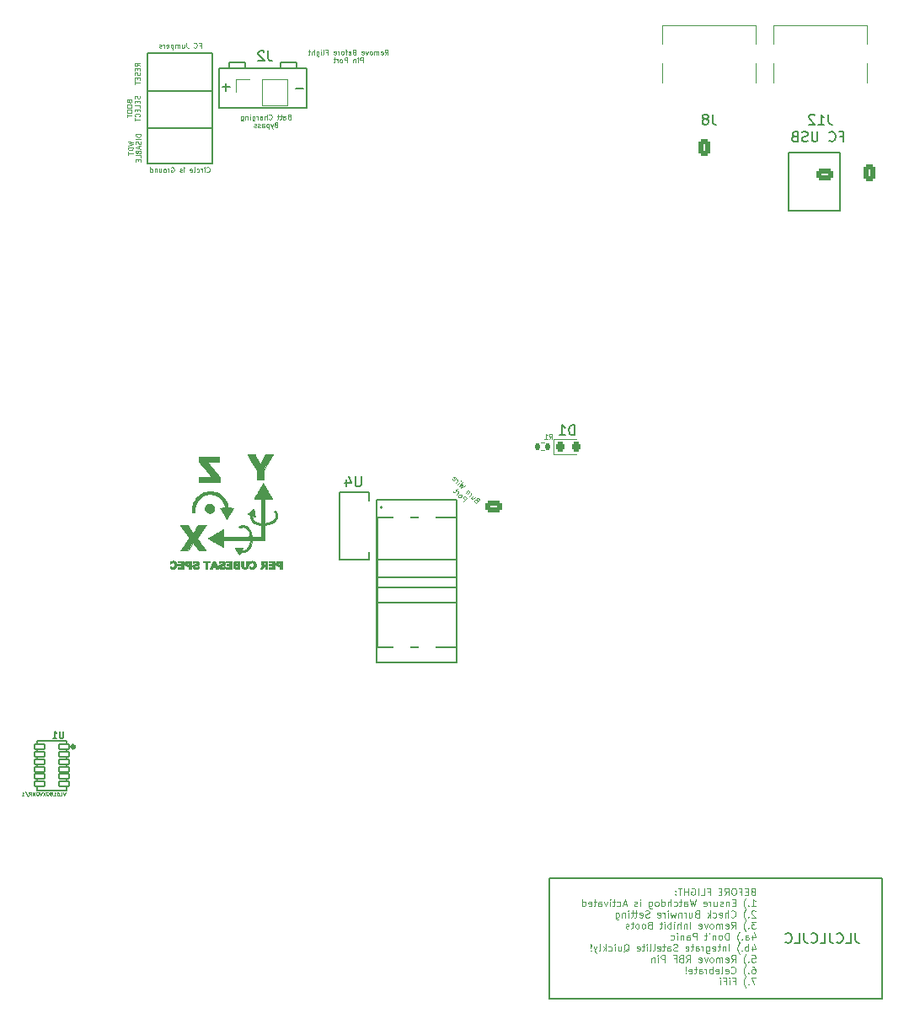
<source format=gbr>
%TF.GenerationSoftware,KiCad,Pcbnew,9.0.3*%
%TF.CreationDate,2025-08-04T00:09:04-07:00*%
%TF.ProjectId,antenna_top_cap_v2b_cygnet_special,616e7465-6e6e-4615-9f74-6f705f636170,rev?*%
%TF.SameCoordinates,Original*%
%TF.FileFunction,Legend,Bot*%
%TF.FilePolarity,Positive*%
%FSLAX46Y46*%
G04 Gerber Fmt 4.6, Leading zero omitted, Abs format (unit mm)*
G04 Created by KiCad (PCBNEW 9.0.3) date 2025-08-04 00:09:04*
%MOMM*%
%LPD*%
G01*
G04 APERTURE LIST*
G04 Aperture macros list*
%AMRoundRect*
0 Rectangle with rounded corners*
0 $1 Rounding radius*
0 $2 $3 $4 $5 $6 $7 $8 $9 X,Y pos of 4 corners*
0 Add a 4 corners polygon primitive as box body*
4,1,4,$2,$3,$4,$5,$6,$7,$8,$9,$2,$3,0*
0 Add four circle primitives for the rounded corners*
1,1,$1+$1,$2,$3*
1,1,$1+$1,$4,$5*
1,1,$1+$1,$6,$7*
1,1,$1+$1,$8,$9*
0 Add four rect primitives between the rounded corners*
20,1,$1+$1,$2,$3,$4,$5,0*
20,1,$1+$1,$4,$5,$6,$7,0*
20,1,$1+$1,$6,$7,$8,$9,0*
20,1,$1+$1,$8,$9,$2,$3,0*%
G04 Aperture macros list end*
%ADD10C,0.150000*%
%ADD11C,0.100000*%
%ADD12C,0.146304*%
%ADD13C,0.040640*%
%ADD14C,0.010000*%
%ADD15C,0.127000*%
%ADD16C,0.200000*%
%ADD17C,0.120000*%
%ADD18C,0.304800*%
%ADD19C,0.087500*%
%ADD20C,0.500000*%
%ADD21C,0.000000*%
%ADD22O,1.700000X1.700000*%
%ADD23R,1.700000X1.700000*%
%ADD24RoundRect,0.250000X-0.350000X-0.575000X0.350000X-0.575000X0.350000X0.575000X-0.350000X0.575000X0*%
%ADD25O,1.200000X1.650000*%
%ADD26C,5.400000*%
%ADD27RoundRect,0.250000X-0.575000X0.350000X-0.575000X-0.350000X0.575000X-0.350000X0.575000X0.350000X0*%
%ADD28O,1.650000X1.200000*%
%ADD29RoundRect,0.250000X0.575000X-0.350000X0.575000X0.350000X-0.575000X0.350000X-0.575000X-0.350000X0*%
%ADD30C,1.700000*%
%ADD31C,2.050000*%
%ADD32C,2.250000*%
%ADD33R,1.600000X0.700000*%
%ADD34RoundRect,0.218750X-0.218750X-0.256250X0.218750X-0.256250X0.218750X0.256250X-0.218750X0.256250X0*%
%ADD35C,0.650000*%
%ADD36R,0.600000X1.450000*%
%ADD37R,0.300000X1.450000*%
%ADD38O,1.000000X1.600000*%
%ADD39O,1.000000X2.100000*%
%ADD40RoundRect,0.050800X-0.500000X0.250000X-0.500000X-0.250000X0.500000X-0.250000X0.500000X0.250000X0*%
%ADD41RoundRect,0.050800X0.500000X-0.250000X0.500000X0.250000X-0.500000X0.250000X-0.500000X-0.250000X0*%
%ADD42RoundRect,0.135000X-0.135000X-0.185000X0.135000X-0.185000X0.135000X0.185000X-0.135000X0.185000X0*%
G04 APERTURE END LIST*
D10*
X153045800Y-118269400D02*
X153045800Y-119269400D01*
X129945800Y-73119400D02*
X136445800Y-73119400D01*
X136445800Y-76719400D02*
X136445800Y-65619400D01*
X136445800Y-65619400D02*
X136445800Y-73119400D01*
X170315950Y-148446095D02*
X170315950Y-160606095D01*
X144945800Y-66519400D02*
X143345800Y-66519400D01*
X144945800Y-67119400D02*
X144945800Y-66519400D01*
X143345800Y-66519400D02*
X143345800Y-67119400D01*
X138145800Y-66519400D02*
X139745800Y-66519400D01*
X139745800Y-66519400D02*
X139745800Y-67119400D01*
X129945800Y-69369400D02*
X136445800Y-69369400D01*
X161045800Y-112269400D02*
X161045800Y-125269400D01*
X161045800Y-118269400D02*
X153045800Y-118269400D01*
X143345800Y-67119400D02*
X138145800Y-67119400D01*
X161045800Y-125269400D02*
X153045800Y-125269400D01*
X136445800Y-65619400D02*
X129945800Y-65619400D01*
X153045800Y-125269400D02*
X153045800Y-112269400D01*
X129945800Y-76719400D02*
X136445800Y-76719400D01*
X153045800Y-112269400D02*
X161045800Y-112269400D01*
X138145800Y-67119400D02*
X138145800Y-66519400D01*
X170315950Y-148446095D02*
X203755950Y-148456095D01*
X203755950Y-148456095D02*
X203755950Y-160548576D01*
X194345800Y-75619400D02*
X199545800Y-75619400D01*
X199545800Y-81419400D01*
X194345800Y-81419400D01*
X194345800Y-75619400D01*
X170315950Y-160606095D02*
X203755950Y-160558576D01*
X153045800Y-119269400D02*
X161045800Y-119269400D01*
X129945800Y-65619400D02*
X129945800Y-76719400D01*
X145945800Y-71119400D02*
X145945800Y-67119400D01*
X137145800Y-67119400D02*
X137145800Y-71119400D01*
X145945800Y-67119400D02*
X137145800Y-67119400D01*
X137145800Y-71119400D02*
X145945800Y-71119400D01*
X201079133Y-153989219D02*
X201079133Y-154703504D01*
X201079133Y-154703504D02*
X201126752Y-154846361D01*
X201126752Y-154846361D02*
X201221990Y-154941600D01*
X201221990Y-154941600D02*
X201364847Y-154989219D01*
X201364847Y-154989219D02*
X201460085Y-154989219D01*
X200126752Y-154989219D02*
X200602942Y-154989219D01*
X200602942Y-154989219D02*
X200602942Y-153989219D01*
X199221990Y-154893980D02*
X199269609Y-154941600D01*
X199269609Y-154941600D02*
X199412466Y-154989219D01*
X199412466Y-154989219D02*
X199507704Y-154989219D01*
X199507704Y-154989219D02*
X199650561Y-154941600D01*
X199650561Y-154941600D02*
X199745799Y-154846361D01*
X199745799Y-154846361D02*
X199793418Y-154751123D01*
X199793418Y-154751123D02*
X199841037Y-154560647D01*
X199841037Y-154560647D02*
X199841037Y-154417790D01*
X199841037Y-154417790D02*
X199793418Y-154227314D01*
X199793418Y-154227314D02*
X199745799Y-154132076D01*
X199745799Y-154132076D02*
X199650561Y-154036838D01*
X199650561Y-154036838D02*
X199507704Y-153989219D01*
X199507704Y-153989219D02*
X199412466Y-153989219D01*
X199412466Y-153989219D02*
X199269609Y-154036838D01*
X199269609Y-154036838D02*
X199221990Y-154084457D01*
X198507704Y-153989219D02*
X198507704Y-154703504D01*
X198507704Y-154703504D02*
X198555323Y-154846361D01*
X198555323Y-154846361D02*
X198650561Y-154941600D01*
X198650561Y-154941600D02*
X198793418Y-154989219D01*
X198793418Y-154989219D02*
X198888656Y-154989219D01*
X197555323Y-154989219D02*
X198031513Y-154989219D01*
X198031513Y-154989219D02*
X198031513Y-153989219D01*
X196650561Y-154893980D02*
X196698180Y-154941600D01*
X196698180Y-154941600D02*
X196841037Y-154989219D01*
X196841037Y-154989219D02*
X196936275Y-154989219D01*
X196936275Y-154989219D02*
X197079132Y-154941600D01*
X197079132Y-154941600D02*
X197174370Y-154846361D01*
X197174370Y-154846361D02*
X197221989Y-154751123D01*
X197221989Y-154751123D02*
X197269608Y-154560647D01*
X197269608Y-154560647D02*
X197269608Y-154417790D01*
X197269608Y-154417790D02*
X197221989Y-154227314D01*
X197221989Y-154227314D02*
X197174370Y-154132076D01*
X197174370Y-154132076D02*
X197079132Y-154036838D01*
X197079132Y-154036838D02*
X196936275Y-153989219D01*
X196936275Y-153989219D02*
X196841037Y-153989219D01*
X196841037Y-153989219D02*
X196698180Y-154036838D01*
X196698180Y-154036838D02*
X196650561Y-154084457D01*
X195936275Y-153989219D02*
X195936275Y-154703504D01*
X195936275Y-154703504D02*
X195983894Y-154846361D01*
X195983894Y-154846361D02*
X196079132Y-154941600D01*
X196079132Y-154941600D02*
X196221989Y-154989219D01*
X196221989Y-154989219D02*
X196317227Y-154989219D01*
X194983894Y-154989219D02*
X195460084Y-154989219D01*
X195460084Y-154989219D02*
X195460084Y-153989219D01*
X194079132Y-154893980D02*
X194126751Y-154941600D01*
X194126751Y-154941600D02*
X194269608Y-154989219D01*
X194269608Y-154989219D02*
X194364846Y-154989219D01*
X194364846Y-154989219D02*
X194507703Y-154941600D01*
X194507703Y-154941600D02*
X194602941Y-154846361D01*
X194602941Y-154846361D02*
X194650560Y-154751123D01*
X194650560Y-154751123D02*
X194698179Y-154560647D01*
X194698179Y-154560647D02*
X194698179Y-154417790D01*
X194698179Y-154417790D02*
X194650560Y-154227314D01*
X194650560Y-154227314D02*
X194602941Y-154132076D01*
X194602941Y-154132076D02*
X194507703Y-154036838D01*
X194507703Y-154036838D02*
X194364846Y-153989219D01*
X194364846Y-153989219D02*
X194269608Y-153989219D01*
X194269608Y-153989219D02*
X194126751Y-154036838D01*
X194126751Y-154036838D02*
X194079132Y-154084457D01*
D11*
X153812465Y-65743023D02*
X153979131Y-65504928D01*
X154098179Y-65743023D02*
X154098179Y-65243023D01*
X154098179Y-65243023D02*
X153907703Y-65243023D01*
X153907703Y-65243023D02*
X153860084Y-65266833D01*
X153860084Y-65266833D02*
X153836274Y-65290642D01*
X153836274Y-65290642D02*
X153812465Y-65338261D01*
X153812465Y-65338261D02*
X153812465Y-65409690D01*
X153812465Y-65409690D02*
X153836274Y-65457309D01*
X153836274Y-65457309D02*
X153860084Y-65481118D01*
X153860084Y-65481118D02*
X153907703Y-65504928D01*
X153907703Y-65504928D02*
X154098179Y-65504928D01*
X153407703Y-65719214D02*
X153455322Y-65743023D01*
X153455322Y-65743023D02*
X153550560Y-65743023D01*
X153550560Y-65743023D02*
X153598179Y-65719214D01*
X153598179Y-65719214D02*
X153621988Y-65671594D01*
X153621988Y-65671594D02*
X153621988Y-65481118D01*
X153621988Y-65481118D02*
X153598179Y-65433499D01*
X153598179Y-65433499D02*
X153550560Y-65409690D01*
X153550560Y-65409690D02*
X153455322Y-65409690D01*
X153455322Y-65409690D02*
X153407703Y-65433499D01*
X153407703Y-65433499D02*
X153383893Y-65481118D01*
X153383893Y-65481118D02*
X153383893Y-65528737D01*
X153383893Y-65528737D02*
X153621988Y-65576356D01*
X153169608Y-65743023D02*
X153169608Y-65409690D01*
X153169608Y-65457309D02*
X153145798Y-65433499D01*
X153145798Y-65433499D02*
X153098179Y-65409690D01*
X153098179Y-65409690D02*
X153026751Y-65409690D01*
X153026751Y-65409690D02*
X152979132Y-65433499D01*
X152979132Y-65433499D02*
X152955322Y-65481118D01*
X152955322Y-65481118D02*
X152955322Y-65743023D01*
X152955322Y-65481118D02*
X152931513Y-65433499D01*
X152931513Y-65433499D02*
X152883894Y-65409690D01*
X152883894Y-65409690D02*
X152812465Y-65409690D01*
X152812465Y-65409690D02*
X152764846Y-65433499D01*
X152764846Y-65433499D02*
X152741036Y-65481118D01*
X152741036Y-65481118D02*
X152741036Y-65743023D01*
X152431512Y-65743023D02*
X152479131Y-65719214D01*
X152479131Y-65719214D02*
X152502941Y-65695404D01*
X152502941Y-65695404D02*
X152526750Y-65647785D01*
X152526750Y-65647785D02*
X152526750Y-65504928D01*
X152526750Y-65504928D02*
X152502941Y-65457309D01*
X152502941Y-65457309D02*
X152479131Y-65433499D01*
X152479131Y-65433499D02*
X152431512Y-65409690D01*
X152431512Y-65409690D02*
X152360084Y-65409690D01*
X152360084Y-65409690D02*
X152312465Y-65433499D01*
X152312465Y-65433499D02*
X152288655Y-65457309D01*
X152288655Y-65457309D02*
X152264846Y-65504928D01*
X152264846Y-65504928D02*
X152264846Y-65647785D01*
X152264846Y-65647785D02*
X152288655Y-65695404D01*
X152288655Y-65695404D02*
X152312465Y-65719214D01*
X152312465Y-65719214D02*
X152360084Y-65743023D01*
X152360084Y-65743023D02*
X152431512Y-65743023D01*
X152098179Y-65409690D02*
X151979131Y-65743023D01*
X151979131Y-65743023D02*
X151860084Y-65409690D01*
X151479132Y-65719214D02*
X151526751Y-65743023D01*
X151526751Y-65743023D02*
X151621989Y-65743023D01*
X151621989Y-65743023D02*
X151669608Y-65719214D01*
X151669608Y-65719214D02*
X151693417Y-65671594D01*
X151693417Y-65671594D02*
X151693417Y-65481118D01*
X151693417Y-65481118D02*
X151669608Y-65433499D01*
X151669608Y-65433499D02*
X151621989Y-65409690D01*
X151621989Y-65409690D02*
X151526751Y-65409690D01*
X151526751Y-65409690D02*
X151479132Y-65433499D01*
X151479132Y-65433499D02*
X151455322Y-65481118D01*
X151455322Y-65481118D02*
X151455322Y-65528737D01*
X151455322Y-65528737D02*
X151693417Y-65576356D01*
X150693418Y-65481118D02*
X150621990Y-65504928D01*
X150621990Y-65504928D02*
X150598180Y-65528737D01*
X150598180Y-65528737D02*
X150574371Y-65576356D01*
X150574371Y-65576356D02*
X150574371Y-65647785D01*
X150574371Y-65647785D02*
X150598180Y-65695404D01*
X150598180Y-65695404D02*
X150621990Y-65719214D01*
X150621990Y-65719214D02*
X150669609Y-65743023D01*
X150669609Y-65743023D02*
X150860085Y-65743023D01*
X150860085Y-65743023D02*
X150860085Y-65243023D01*
X150860085Y-65243023D02*
X150693418Y-65243023D01*
X150693418Y-65243023D02*
X150645799Y-65266833D01*
X150645799Y-65266833D02*
X150621990Y-65290642D01*
X150621990Y-65290642D02*
X150598180Y-65338261D01*
X150598180Y-65338261D02*
X150598180Y-65385880D01*
X150598180Y-65385880D02*
X150621990Y-65433499D01*
X150621990Y-65433499D02*
X150645799Y-65457309D01*
X150645799Y-65457309D02*
X150693418Y-65481118D01*
X150693418Y-65481118D02*
X150860085Y-65481118D01*
X150169609Y-65719214D02*
X150217228Y-65743023D01*
X150217228Y-65743023D02*
X150312466Y-65743023D01*
X150312466Y-65743023D02*
X150360085Y-65719214D01*
X150360085Y-65719214D02*
X150383894Y-65671594D01*
X150383894Y-65671594D02*
X150383894Y-65481118D01*
X150383894Y-65481118D02*
X150360085Y-65433499D01*
X150360085Y-65433499D02*
X150312466Y-65409690D01*
X150312466Y-65409690D02*
X150217228Y-65409690D01*
X150217228Y-65409690D02*
X150169609Y-65433499D01*
X150169609Y-65433499D02*
X150145799Y-65481118D01*
X150145799Y-65481118D02*
X150145799Y-65528737D01*
X150145799Y-65528737D02*
X150383894Y-65576356D01*
X150002942Y-65409690D02*
X149812466Y-65409690D01*
X149931514Y-65743023D02*
X149931514Y-65314452D01*
X149931514Y-65314452D02*
X149907704Y-65266833D01*
X149907704Y-65266833D02*
X149860085Y-65243023D01*
X149860085Y-65243023D02*
X149812466Y-65243023D01*
X149574371Y-65743023D02*
X149621990Y-65719214D01*
X149621990Y-65719214D02*
X149645800Y-65695404D01*
X149645800Y-65695404D02*
X149669609Y-65647785D01*
X149669609Y-65647785D02*
X149669609Y-65504928D01*
X149669609Y-65504928D02*
X149645800Y-65457309D01*
X149645800Y-65457309D02*
X149621990Y-65433499D01*
X149621990Y-65433499D02*
X149574371Y-65409690D01*
X149574371Y-65409690D02*
X149502943Y-65409690D01*
X149502943Y-65409690D02*
X149455324Y-65433499D01*
X149455324Y-65433499D02*
X149431514Y-65457309D01*
X149431514Y-65457309D02*
X149407705Y-65504928D01*
X149407705Y-65504928D02*
X149407705Y-65647785D01*
X149407705Y-65647785D02*
X149431514Y-65695404D01*
X149431514Y-65695404D02*
X149455324Y-65719214D01*
X149455324Y-65719214D02*
X149502943Y-65743023D01*
X149502943Y-65743023D02*
X149574371Y-65743023D01*
X149193419Y-65743023D02*
X149193419Y-65409690D01*
X149193419Y-65504928D02*
X149169609Y-65457309D01*
X149169609Y-65457309D02*
X149145800Y-65433499D01*
X149145800Y-65433499D02*
X149098181Y-65409690D01*
X149098181Y-65409690D02*
X149050562Y-65409690D01*
X148693419Y-65719214D02*
X148741038Y-65743023D01*
X148741038Y-65743023D02*
X148836276Y-65743023D01*
X148836276Y-65743023D02*
X148883895Y-65719214D01*
X148883895Y-65719214D02*
X148907704Y-65671594D01*
X148907704Y-65671594D02*
X148907704Y-65481118D01*
X148907704Y-65481118D02*
X148883895Y-65433499D01*
X148883895Y-65433499D02*
X148836276Y-65409690D01*
X148836276Y-65409690D02*
X148741038Y-65409690D01*
X148741038Y-65409690D02*
X148693419Y-65433499D01*
X148693419Y-65433499D02*
X148669609Y-65481118D01*
X148669609Y-65481118D02*
X148669609Y-65528737D01*
X148669609Y-65528737D02*
X148907704Y-65576356D01*
X147907705Y-65481118D02*
X148074372Y-65481118D01*
X148074372Y-65743023D02*
X148074372Y-65243023D01*
X148074372Y-65243023D02*
X147836277Y-65243023D01*
X147574372Y-65743023D02*
X147621991Y-65719214D01*
X147621991Y-65719214D02*
X147645801Y-65671594D01*
X147645801Y-65671594D02*
X147645801Y-65243023D01*
X147383896Y-65743023D02*
X147383896Y-65409690D01*
X147383896Y-65243023D02*
X147407705Y-65266833D01*
X147407705Y-65266833D02*
X147383896Y-65290642D01*
X147383896Y-65290642D02*
X147360086Y-65266833D01*
X147360086Y-65266833D02*
X147383896Y-65243023D01*
X147383896Y-65243023D02*
X147383896Y-65290642D01*
X146931515Y-65409690D02*
X146931515Y-65814452D01*
X146931515Y-65814452D02*
X146955325Y-65862071D01*
X146955325Y-65862071D02*
X146979134Y-65885880D01*
X146979134Y-65885880D02*
X147026753Y-65909690D01*
X147026753Y-65909690D02*
X147098182Y-65909690D01*
X147098182Y-65909690D02*
X147145801Y-65885880D01*
X146931515Y-65719214D02*
X146979134Y-65743023D01*
X146979134Y-65743023D02*
X147074372Y-65743023D01*
X147074372Y-65743023D02*
X147121991Y-65719214D01*
X147121991Y-65719214D02*
X147145801Y-65695404D01*
X147145801Y-65695404D02*
X147169610Y-65647785D01*
X147169610Y-65647785D02*
X147169610Y-65504928D01*
X147169610Y-65504928D02*
X147145801Y-65457309D01*
X147145801Y-65457309D02*
X147121991Y-65433499D01*
X147121991Y-65433499D02*
X147074372Y-65409690D01*
X147074372Y-65409690D02*
X146979134Y-65409690D01*
X146979134Y-65409690D02*
X146931515Y-65433499D01*
X146693420Y-65743023D02*
X146693420Y-65243023D01*
X146479134Y-65743023D02*
X146479134Y-65481118D01*
X146479134Y-65481118D02*
X146502944Y-65433499D01*
X146502944Y-65433499D02*
X146550563Y-65409690D01*
X146550563Y-65409690D02*
X146621991Y-65409690D01*
X146621991Y-65409690D02*
X146669610Y-65433499D01*
X146669610Y-65433499D02*
X146693420Y-65457309D01*
X146312467Y-65409690D02*
X146121991Y-65409690D01*
X146241039Y-65243023D02*
X146241039Y-65671594D01*
X146241039Y-65671594D02*
X146217229Y-65719214D01*
X146217229Y-65719214D02*
X146169610Y-65743023D01*
X146169610Y-65743023D02*
X146121991Y-65743023D01*
X151586275Y-66547995D02*
X151586275Y-66047995D01*
X151586275Y-66047995D02*
X151395799Y-66047995D01*
X151395799Y-66047995D02*
X151348180Y-66071805D01*
X151348180Y-66071805D02*
X151324370Y-66095614D01*
X151324370Y-66095614D02*
X151300561Y-66143233D01*
X151300561Y-66143233D02*
X151300561Y-66214662D01*
X151300561Y-66214662D02*
X151324370Y-66262281D01*
X151324370Y-66262281D02*
X151348180Y-66286090D01*
X151348180Y-66286090D02*
X151395799Y-66309900D01*
X151395799Y-66309900D02*
X151586275Y-66309900D01*
X151086275Y-66547995D02*
X151086275Y-66214662D01*
X151086275Y-66047995D02*
X151110084Y-66071805D01*
X151110084Y-66071805D02*
X151086275Y-66095614D01*
X151086275Y-66095614D02*
X151062465Y-66071805D01*
X151062465Y-66071805D02*
X151086275Y-66047995D01*
X151086275Y-66047995D02*
X151086275Y-66095614D01*
X150848180Y-66214662D02*
X150848180Y-66547995D01*
X150848180Y-66262281D02*
X150824370Y-66238471D01*
X150824370Y-66238471D02*
X150776751Y-66214662D01*
X150776751Y-66214662D02*
X150705323Y-66214662D01*
X150705323Y-66214662D02*
X150657704Y-66238471D01*
X150657704Y-66238471D02*
X150633894Y-66286090D01*
X150633894Y-66286090D02*
X150633894Y-66547995D01*
X150014847Y-66547995D02*
X150014847Y-66047995D01*
X150014847Y-66047995D02*
X149824371Y-66047995D01*
X149824371Y-66047995D02*
X149776752Y-66071805D01*
X149776752Y-66071805D02*
X149752942Y-66095614D01*
X149752942Y-66095614D02*
X149729133Y-66143233D01*
X149729133Y-66143233D02*
X149729133Y-66214662D01*
X149729133Y-66214662D02*
X149752942Y-66262281D01*
X149752942Y-66262281D02*
X149776752Y-66286090D01*
X149776752Y-66286090D02*
X149824371Y-66309900D01*
X149824371Y-66309900D02*
X150014847Y-66309900D01*
X149443418Y-66547995D02*
X149491037Y-66524186D01*
X149491037Y-66524186D02*
X149514847Y-66500376D01*
X149514847Y-66500376D02*
X149538656Y-66452757D01*
X149538656Y-66452757D02*
X149538656Y-66309900D01*
X149538656Y-66309900D02*
X149514847Y-66262281D01*
X149514847Y-66262281D02*
X149491037Y-66238471D01*
X149491037Y-66238471D02*
X149443418Y-66214662D01*
X149443418Y-66214662D02*
X149371990Y-66214662D01*
X149371990Y-66214662D02*
X149324371Y-66238471D01*
X149324371Y-66238471D02*
X149300561Y-66262281D01*
X149300561Y-66262281D02*
X149276752Y-66309900D01*
X149276752Y-66309900D02*
X149276752Y-66452757D01*
X149276752Y-66452757D02*
X149300561Y-66500376D01*
X149300561Y-66500376D02*
X149324371Y-66524186D01*
X149324371Y-66524186D02*
X149371990Y-66547995D01*
X149371990Y-66547995D02*
X149443418Y-66547995D01*
X149062466Y-66547995D02*
X149062466Y-66214662D01*
X149062466Y-66309900D02*
X149038656Y-66262281D01*
X149038656Y-66262281D02*
X149014847Y-66238471D01*
X149014847Y-66238471D02*
X148967228Y-66214662D01*
X148967228Y-66214662D02*
X148919609Y-66214662D01*
X148824370Y-66214662D02*
X148633894Y-66214662D01*
X148752942Y-66047995D02*
X148752942Y-66476566D01*
X148752942Y-66476566D02*
X148729132Y-66524186D01*
X148729132Y-66524186D02*
X148681513Y-66547995D01*
X148681513Y-66547995D02*
X148633894Y-66547995D01*
X190780011Y-149800217D02*
X190680011Y-149833551D01*
X190680011Y-149833551D02*
X190646677Y-149866884D01*
X190646677Y-149866884D02*
X190613344Y-149933551D01*
X190613344Y-149933551D02*
X190613344Y-150033551D01*
X190613344Y-150033551D02*
X190646677Y-150100217D01*
X190646677Y-150100217D02*
X190680011Y-150133551D01*
X190680011Y-150133551D02*
X190746677Y-150166884D01*
X190746677Y-150166884D02*
X191013344Y-150166884D01*
X191013344Y-150166884D02*
X191013344Y-149466884D01*
X191013344Y-149466884D02*
X190780011Y-149466884D01*
X190780011Y-149466884D02*
X190713344Y-149500217D01*
X190713344Y-149500217D02*
X190680011Y-149533551D01*
X190680011Y-149533551D02*
X190646677Y-149600217D01*
X190646677Y-149600217D02*
X190646677Y-149666884D01*
X190646677Y-149666884D02*
X190680011Y-149733551D01*
X190680011Y-149733551D02*
X190713344Y-149766884D01*
X190713344Y-149766884D02*
X190780011Y-149800217D01*
X190780011Y-149800217D02*
X191013344Y-149800217D01*
X190313344Y-149800217D02*
X190080011Y-149800217D01*
X189980011Y-150166884D02*
X190313344Y-150166884D01*
X190313344Y-150166884D02*
X190313344Y-149466884D01*
X190313344Y-149466884D02*
X189980011Y-149466884D01*
X189446678Y-149800217D02*
X189680011Y-149800217D01*
X189680011Y-150166884D02*
X189680011Y-149466884D01*
X189680011Y-149466884D02*
X189346678Y-149466884D01*
X188946678Y-149466884D02*
X188813344Y-149466884D01*
X188813344Y-149466884D02*
X188746678Y-149500217D01*
X188746678Y-149500217D02*
X188680011Y-149566884D01*
X188680011Y-149566884D02*
X188646678Y-149700217D01*
X188646678Y-149700217D02*
X188646678Y-149933551D01*
X188646678Y-149933551D02*
X188680011Y-150066884D01*
X188680011Y-150066884D02*
X188746678Y-150133551D01*
X188746678Y-150133551D02*
X188813344Y-150166884D01*
X188813344Y-150166884D02*
X188946678Y-150166884D01*
X188946678Y-150166884D02*
X189013344Y-150133551D01*
X189013344Y-150133551D02*
X189080011Y-150066884D01*
X189080011Y-150066884D02*
X189113344Y-149933551D01*
X189113344Y-149933551D02*
X189113344Y-149700217D01*
X189113344Y-149700217D02*
X189080011Y-149566884D01*
X189080011Y-149566884D02*
X189013344Y-149500217D01*
X189013344Y-149500217D02*
X188946678Y-149466884D01*
X187946678Y-150166884D02*
X188180011Y-149833551D01*
X188346678Y-150166884D02*
X188346678Y-149466884D01*
X188346678Y-149466884D02*
X188080011Y-149466884D01*
X188080011Y-149466884D02*
X188013345Y-149500217D01*
X188013345Y-149500217D02*
X187980011Y-149533551D01*
X187980011Y-149533551D02*
X187946678Y-149600217D01*
X187946678Y-149600217D02*
X187946678Y-149700217D01*
X187946678Y-149700217D02*
X187980011Y-149766884D01*
X187980011Y-149766884D02*
X188013345Y-149800217D01*
X188013345Y-149800217D02*
X188080011Y-149833551D01*
X188080011Y-149833551D02*
X188346678Y-149833551D01*
X187646678Y-149800217D02*
X187413345Y-149800217D01*
X187313345Y-150166884D02*
X187646678Y-150166884D01*
X187646678Y-150166884D02*
X187646678Y-149466884D01*
X187646678Y-149466884D02*
X187313345Y-149466884D01*
X186246679Y-149800217D02*
X186480012Y-149800217D01*
X186480012Y-150166884D02*
X186480012Y-149466884D01*
X186480012Y-149466884D02*
X186146679Y-149466884D01*
X185546679Y-150166884D02*
X185880012Y-150166884D01*
X185880012Y-150166884D02*
X185880012Y-149466884D01*
X185313345Y-150166884D02*
X185313345Y-149466884D01*
X184613345Y-149500217D02*
X184680012Y-149466884D01*
X184680012Y-149466884D02*
X184780012Y-149466884D01*
X184780012Y-149466884D02*
X184880012Y-149500217D01*
X184880012Y-149500217D02*
X184946679Y-149566884D01*
X184946679Y-149566884D02*
X184980012Y-149633551D01*
X184980012Y-149633551D02*
X185013345Y-149766884D01*
X185013345Y-149766884D02*
X185013345Y-149866884D01*
X185013345Y-149866884D02*
X184980012Y-150000217D01*
X184980012Y-150000217D02*
X184946679Y-150066884D01*
X184946679Y-150066884D02*
X184880012Y-150133551D01*
X184880012Y-150133551D02*
X184780012Y-150166884D01*
X184780012Y-150166884D02*
X184713345Y-150166884D01*
X184713345Y-150166884D02*
X184613345Y-150133551D01*
X184613345Y-150133551D02*
X184580012Y-150100217D01*
X184580012Y-150100217D02*
X184580012Y-149866884D01*
X184580012Y-149866884D02*
X184713345Y-149866884D01*
X184280012Y-150166884D02*
X184280012Y-149466884D01*
X184280012Y-149800217D02*
X183880012Y-149800217D01*
X183880012Y-150166884D02*
X183880012Y-149466884D01*
X183646679Y-149466884D02*
X183246679Y-149466884D01*
X183446679Y-150166884D02*
X183446679Y-149466884D01*
X183013346Y-150100217D02*
X182980013Y-150133551D01*
X182980013Y-150133551D02*
X183013346Y-150166884D01*
X183013346Y-150166884D02*
X183046679Y-150133551D01*
X183046679Y-150133551D02*
X183013346Y-150100217D01*
X183013346Y-150100217D02*
X183013346Y-150166884D01*
X183013346Y-149733551D02*
X182980013Y-149766884D01*
X182980013Y-149766884D02*
X183013346Y-149800217D01*
X183013346Y-149800217D02*
X183046679Y-149766884D01*
X183046679Y-149766884D02*
X183013346Y-149733551D01*
X183013346Y-149733551D02*
X183013346Y-149800217D01*
X190646677Y-151293845D02*
X191046677Y-151293845D01*
X190846677Y-151293845D02*
X190846677Y-150593845D01*
X190846677Y-150593845D02*
X190913344Y-150693845D01*
X190913344Y-150693845D02*
X190980011Y-150760512D01*
X190980011Y-150760512D02*
X191046677Y-150793845D01*
X190346677Y-151227178D02*
X190313344Y-151260512D01*
X190313344Y-151260512D02*
X190346677Y-151293845D01*
X190346677Y-151293845D02*
X190380010Y-151260512D01*
X190380010Y-151260512D02*
X190346677Y-151227178D01*
X190346677Y-151227178D02*
X190346677Y-151293845D01*
X190080011Y-151560512D02*
X190046677Y-151527178D01*
X190046677Y-151527178D02*
X189980011Y-151427178D01*
X189980011Y-151427178D02*
X189946677Y-151360512D01*
X189946677Y-151360512D02*
X189913344Y-151260512D01*
X189913344Y-151260512D02*
X189880011Y-151093845D01*
X189880011Y-151093845D02*
X189880011Y-150960512D01*
X189880011Y-150960512D02*
X189913344Y-150793845D01*
X189913344Y-150793845D02*
X189946677Y-150693845D01*
X189946677Y-150693845D02*
X189980011Y-150627178D01*
X189980011Y-150627178D02*
X190046677Y-150527178D01*
X190046677Y-150527178D02*
X190080011Y-150493845D01*
X189013344Y-150927178D02*
X188780011Y-150927178D01*
X188680011Y-151293845D02*
X189013344Y-151293845D01*
X189013344Y-151293845D02*
X189013344Y-150593845D01*
X189013344Y-150593845D02*
X188680011Y-150593845D01*
X188380011Y-150827178D02*
X188380011Y-151293845D01*
X188380011Y-150893845D02*
X188346678Y-150860512D01*
X188346678Y-150860512D02*
X188280011Y-150827178D01*
X188280011Y-150827178D02*
X188180011Y-150827178D01*
X188180011Y-150827178D02*
X188113344Y-150860512D01*
X188113344Y-150860512D02*
X188080011Y-150927178D01*
X188080011Y-150927178D02*
X188080011Y-151293845D01*
X187780011Y-151260512D02*
X187713345Y-151293845D01*
X187713345Y-151293845D02*
X187580011Y-151293845D01*
X187580011Y-151293845D02*
X187513345Y-151260512D01*
X187513345Y-151260512D02*
X187480011Y-151193845D01*
X187480011Y-151193845D02*
X187480011Y-151160512D01*
X187480011Y-151160512D02*
X187513345Y-151093845D01*
X187513345Y-151093845D02*
X187580011Y-151060512D01*
X187580011Y-151060512D02*
X187680011Y-151060512D01*
X187680011Y-151060512D02*
X187746678Y-151027178D01*
X187746678Y-151027178D02*
X187780011Y-150960512D01*
X187780011Y-150960512D02*
X187780011Y-150927178D01*
X187780011Y-150927178D02*
X187746678Y-150860512D01*
X187746678Y-150860512D02*
X187680011Y-150827178D01*
X187680011Y-150827178D02*
X187580011Y-150827178D01*
X187580011Y-150827178D02*
X187513345Y-150860512D01*
X186880011Y-150827178D02*
X186880011Y-151293845D01*
X187180011Y-150827178D02*
X187180011Y-151193845D01*
X187180011Y-151193845D02*
X187146678Y-151260512D01*
X187146678Y-151260512D02*
X187080011Y-151293845D01*
X187080011Y-151293845D02*
X186980011Y-151293845D01*
X186980011Y-151293845D02*
X186913344Y-151260512D01*
X186913344Y-151260512D02*
X186880011Y-151227178D01*
X186546678Y-151293845D02*
X186546678Y-150827178D01*
X186546678Y-150960512D02*
X186513345Y-150893845D01*
X186513345Y-150893845D02*
X186480011Y-150860512D01*
X186480011Y-150860512D02*
X186413345Y-150827178D01*
X186413345Y-150827178D02*
X186346678Y-150827178D01*
X185846678Y-151260512D02*
X185913345Y-151293845D01*
X185913345Y-151293845D02*
X186046678Y-151293845D01*
X186046678Y-151293845D02*
X186113345Y-151260512D01*
X186113345Y-151260512D02*
X186146678Y-151193845D01*
X186146678Y-151193845D02*
X186146678Y-150927178D01*
X186146678Y-150927178D02*
X186113345Y-150860512D01*
X186113345Y-150860512D02*
X186046678Y-150827178D01*
X186046678Y-150827178D02*
X185913345Y-150827178D01*
X185913345Y-150827178D02*
X185846678Y-150860512D01*
X185846678Y-150860512D02*
X185813345Y-150927178D01*
X185813345Y-150927178D02*
X185813345Y-150993845D01*
X185813345Y-150993845D02*
X186146678Y-151060512D01*
X185046679Y-150593845D02*
X184880012Y-151293845D01*
X184880012Y-151293845D02*
X184746679Y-150793845D01*
X184746679Y-150793845D02*
X184613345Y-151293845D01*
X184613345Y-151293845D02*
X184446679Y-150593845D01*
X183880012Y-151293845D02*
X183880012Y-150927178D01*
X183880012Y-150927178D02*
X183913345Y-150860512D01*
X183913345Y-150860512D02*
X183980012Y-150827178D01*
X183980012Y-150827178D02*
X184113345Y-150827178D01*
X184113345Y-150827178D02*
X184180012Y-150860512D01*
X183880012Y-151260512D02*
X183946679Y-151293845D01*
X183946679Y-151293845D02*
X184113345Y-151293845D01*
X184113345Y-151293845D02*
X184180012Y-151260512D01*
X184180012Y-151260512D02*
X184213345Y-151193845D01*
X184213345Y-151193845D02*
X184213345Y-151127178D01*
X184213345Y-151127178D02*
X184180012Y-151060512D01*
X184180012Y-151060512D02*
X184113345Y-151027178D01*
X184113345Y-151027178D02*
X183946679Y-151027178D01*
X183946679Y-151027178D02*
X183880012Y-150993845D01*
X183646679Y-150827178D02*
X183380012Y-150827178D01*
X183546679Y-150593845D02*
X183546679Y-151193845D01*
X183546679Y-151193845D02*
X183513346Y-151260512D01*
X183513346Y-151260512D02*
X183446679Y-151293845D01*
X183446679Y-151293845D02*
X183380012Y-151293845D01*
X182846679Y-151260512D02*
X182913346Y-151293845D01*
X182913346Y-151293845D02*
X183046679Y-151293845D01*
X183046679Y-151293845D02*
X183113346Y-151260512D01*
X183113346Y-151260512D02*
X183146679Y-151227178D01*
X183146679Y-151227178D02*
X183180012Y-151160512D01*
X183180012Y-151160512D02*
X183180012Y-150960512D01*
X183180012Y-150960512D02*
X183146679Y-150893845D01*
X183146679Y-150893845D02*
X183113346Y-150860512D01*
X183113346Y-150860512D02*
X183046679Y-150827178D01*
X183046679Y-150827178D02*
X182913346Y-150827178D01*
X182913346Y-150827178D02*
X182846679Y-150860512D01*
X182546679Y-151293845D02*
X182546679Y-150593845D01*
X182246679Y-151293845D02*
X182246679Y-150927178D01*
X182246679Y-150927178D02*
X182280012Y-150860512D01*
X182280012Y-150860512D02*
X182346679Y-150827178D01*
X182346679Y-150827178D02*
X182446679Y-150827178D01*
X182446679Y-150827178D02*
X182513346Y-150860512D01*
X182513346Y-150860512D02*
X182546679Y-150893845D01*
X181613346Y-151293845D02*
X181613346Y-150593845D01*
X181613346Y-151260512D02*
X181680013Y-151293845D01*
X181680013Y-151293845D02*
X181813346Y-151293845D01*
X181813346Y-151293845D02*
X181880013Y-151260512D01*
X181880013Y-151260512D02*
X181913346Y-151227178D01*
X181913346Y-151227178D02*
X181946679Y-151160512D01*
X181946679Y-151160512D02*
X181946679Y-150960512D01*
X181946679Y-150960512D02*
X181913346Y-150893845D01*
X181913346Y-150893845D02*
X181880013Y-150860512D01*
X181880013Y-150860512D02*
X181813346Y-150827178D01*
X181813346Y-150827178D02*
X181680013Y-150827178D01*
X181680013Y-150827178D02*
X181613346Y-150860512D01*
X181180013Y-151293845D02*
X181246680Y-151260512D01*
X181246680Y-151260512D02*
X181280013Y-151227178D01*
X181280013Y-151227178D02*
X181313346Y-151160512D01*
X181313346Y-151160512D02*
X181313346Y-150960512D01*
X181313346Y-150960512D02*
X181280013Y-150893845D01*
X181280013Y-150893845D02*
X181246680Y-150860512D01*
X181246680Y-150860512D02*
X181180013Y-150827178D01*
X181180013Y-150827178D02*
X181080013Y-150827178D01*
X181080013Y-150827178D02*
X181013346Y-150860512D01*
X181013346Y-150860512D02*
X180980013Y-150893845D01*
X180980013Y-150893845D02*
X180946680Y-150960512D01*
X180946680Y-150960512D02*
X180946680Y-151160512D01*
X180946680Y-151160512D02*
X180980013Y-151227178D01*
X180980013Y-151227178D02*
X181013346Y-151260512D01*
X181013346Y-151260512D02*
X181080013Y-151293845D01*
X181080013Y-151293845D02*
X181180013Y-151293845D01*
X180346680Y-150827178D02*
X180346680Y-151393845D01*
X180346680Y-151393845D02*
X180380013Y-151460512D01*
X180380013Y-151460512D02*
X180413347Y-151493845D01*
X180413347Y-151493845D02*
X180480013Y-151527178D01*
X180480013Y-151527178D02*
X180580013Y-151527178D01*
X180580013Y-151527178D02*
X180646680Y-151493845D01*
X180346680Y-151260512D02*
X180413347Y-151293845D01*
X180413347Y-151293845D02*
X180546680Y-151293845D01*
X180546680Y-151293845D02*
X180613347Y-151260512D01*
X180613347Y-151260512D02*
X180646680Y-151227178D01*
X180646680Y-151227178D02*
X180680013Y-151160512D01*
X180680013Y-151160512D02*
X180680013Y-150960512D01*
X180680013Y-150960512D02*
X180646680Y-150893845D01*
X180646680Y-150893845D02*
X180613347Y-150860512D01*
X180613347Y-150860512D02*
X180546680Y-150827178D01*
X180546680Y-150827178D02*
X180413347Y-150827178D01*
X180413347Y-150827178D02*
X180346680Y-150860512D01*
X179480014Y-151293845D02*
X179480014Y-150827178D01*
X179480014Y-150593845D02*
X179513347Y-150627178D01*
X179513347Y-150627178D02*
X179480014Y-150660512D01*
X179480014Y-150660512D02*
X179446681Y-150627178D01*
X179446681Y-150627178D02*
X179480014Y-150593845D01*
X179480014Y-150593845D02*
X179480014Y-150660512D01*
X179180014Y-151260512D02*
X179113348Y-151293845D01*
X179113348Y-151293845D02*
X178980014Y-151293845D01*
X178980014Y-151293845D02*
X178913348Y-151260512D01*
X178913348Y-151260512D02*
X178880014Y-151193845D01*
X178880014Y-151193845D02*
X178880014Y-151160512D01*
X178880014Y-151160512D02*
X178913348Y-151093845D01*
X178913348Y-151093845D02*
X178980014Y-151060512D01*
X178980014Y-151060512D02*
X179080014Y-151060512D01*
X179080014Y-151060512D02*
X179146681Y-151027178D01*
X179146681Y-151027178D02*
X179180014Y-150960512D01*
X179180014Y-150960512D02*
X179180014Y-150927178D01*
X179180014Y-150927178D02*
X179146681Y-150860512D01*
X179146681Y-150860512D02*
X179080014Y-150827178D01*
X179080014Y-150827178D02*
X178980014Y-150827178D01*
X178980014Y-150827178D02*
X178913348Y-150860512D01*
X178080014Y-151093845D02*
X177746681Y-151093845D01*
X178146681Y-151293845D02*
X177913348Y-150593845D01*
X177913348Y-150593845D02*
X177680014Y-151293845D01*
X177146681Y-151260512D02*
X177213348Y-151293845D01*
X177213348Y-151293845D02*
X177346681Y-151293845D01*
X177346681Y-151293845D02*
X177413348Y-151260512D01*
X177413348Y-151260512D02*
X177446681Y-151227178D01*
X177446681Y-151227178D02*
X177480014Y-151160512D01*
X177480014Y-151160512D02*
X177480014Y-150960512D01*
X177480014Y-150960512D02*
X177446681Y-150893845D01*
X177446681Y-150893845D02*
X177413348Y-150860512D01*
X177413348Y-150860512D02*
X177346681Y-150827178D01*
X177346681Y-150827178D02*
X177213348Y-150827178D01*
X177213348Y-150827178D02*
X177146681Y-150860512D01*
X176946681Y-150827178D02*
X176680014Y-150827178D01*
X176846681Y-150593845D02*
X176846681Y-151193845D01*
X176846681Y-151193845D02*
X176813348Y-151260512D01*
X176813348Y-151260512D02*
X176746681Y-151293845D01*
X176746681Y-151293845D02*
X176680014Y-151293845D01*
X176446681Y-151293845D02*
X176446681Y-150827178D01*
X176446681Y-150593845D02*
X176480014Y-150627178D01*
X176480014Y-150627178D02*
X176446681Y-150660512D01*
X176446681Y-150660512D02*
X176413348Y-150627178D01*
X176413348Y-150627178D02*
X176446681Y-150593845D01*
X176446681Y-150593845D02*
X176446681Y-150660512D01*
X176180015Y-150827178D02*
X176013348Y-151293845D01*
X176013348Y-151293845D02*
X175846681Y-150827178D01*
X175280015Y-151293845D02*
X175280015Y-150927178D01*
X175280015Y-150927178D02*
X175313348Y-150860512D01*
X175313348Y-150860512D02*
X175380015Y-150827178D01*
X175380015Y-150827178D02*
X175513348Y-150827178D01*
X175513348Y-150827178D02*
X175580015Y-150860512D01*
X175280015Y-151260512D02*
X175346682Y-151293845D01*
X175346682Y-151293845D02*
X175513348Y-151293845D01*
X175513348Y-151293845D02*
X175580015Y-151260512D01*
X175580015Y-151260512D02*
X175613348Y-151193845D01*
X175613348Y-151193845D02*
X175613348Y-151127178D01*
X175613348Y-151127178D02*
X175580015Y-151060512D01*
X175580015Y-151060512D02*
X175513348Y-151027178D01*
X175513348Y-151027178D02*
X175346682Y-151027178D01*
X175346682Y-151027178D02*
X175280015Y-150993845D01*
X175046682Y-150827178D02*
X174780015Y-150827178D01*
X174946682Y-150593845D02*
X174946682Y-151193845D01*
X174946682Y-151193845D02*
X174913349Y-151260512D01*
X174913349Y-151260512D02*
X174846682Y-151293845D01*
X174846682Y-151293845D02*
X174780015Y-151293845D01*
X174280015Y-151260512D02*
X174346682Y-151293845D01*
X174346682Y-151293845D02*
X174480015Y-151293845D01*
X174480015Y-151293845D02*
X174546682Y-151260512D01*
X174546682Y-151260512D02*
X174580015Y-151193845D01*
X174580015Y-151193845D02*
X174580015Y-150927178D01*
X174580015Y-150927178D02*
X174546682Y-150860512D01*
X174546682Y-150860512D02*
X174480015Y-150827178D01*
X174480015Y-150827178D02*
X174346682Y-150827178D01*
X174346682Y-150827178D02*
X174280015Y-150860512D01*
X174280015Y-150860512D02*
X174246682Y-150927178D01*
X174246682Y-150927178D02*
X174246682Y-150993845D01*
X174246682Y-150993845D02*
X174580015Y-151060512D01*
X173646682Y-151293845D02*
X173646682Y-150593845D01*
X173646682Y-151260512D02*
X173713349Y-151293845D01*
X173713349Y-151293845D02*
X173846682Y-151293845D01*
X173846682Y-151293845D02*
X173913349Y-151260512D01*
X173913349Y-151260512D02*
X173946682Y-151227178D01*
X173946682Y-151227178D02*
X173980015Y-151160512D01*
X173980015Y-151160512D02*
X173980015Y-150960512D01*
X173980015Y-150960512D02*
X173946682Y-150893845D01*
X173946682Y-150893845D02*
X173913349Y-150860512D01*
X173913349Y-150860512D02*
X173846682Y-150827178D01*
X173846682Y-150827178D02*
X173713349Y-150827178D01*
X173713349Y-150827178D02*
X173646682Y-150860512D01*
X191046677Y-151787473D02*
X191013344Y-151754139D01*
X191013344Y-151754139D02*
X190946677Y-151720806D01*
X190946677Y-151720806D02*
X190780011Y-151720806D01*
X190780011Y-151720806D02*
X190713344Y-151754139D01*
X190713344Y-151754139D02*
X190680011Y-151787473D01*
X190680011Y-151787473D02*
X190646677Y-151854139D01*
X190646677Y-151854139D02*
X190646677Y-151920806D01*
X190646677Y-151920806D02*
X190680011Y-152020806D01*
X190680011Y-152020806D02*
X191080011Y-152420806D01*
X191080011Y-152420806D02*
X190646677Y-152420806D01*
X190346677Y-152354139D02*
X190313344Y-152387473D01*
X190313344Y-152387473D02*
X190346677Y-152420806D01*
X190346677Y-152420806D02*
X190380010Y-152387473D01*
X190380010Y-152387473D02*
X190346677Y-152354139D01*
X190346677Y-152354139D02*
X190346677Y-152420806D01*
X190080011Y-152687473D02*
X190046677Y-152654139D01*
X190046677Y-152654139D02*
X189980011Y-152554139D01*
X189980011Y-152554139D02*
X189946677Y-152487473D01*
X189946677Y-152487473D02*
X189913344Y-152387473D01*
X189913344Y-152387473D02*
X189880011Y-152220806D01*
X189880011Y-152220806D02*
X189880011Y-152087473D01*
X189880011Y-152087473D02*
X189913344Y-151920806D01*
X189913344Y-151920806D02*
X189946677Y-151820806D01*
X189946677Y-151820806D02*
X189980011Y-151754139D01*
X189980011Y-151754139D02*
X190046677Y-151654139D01*
X190046677Y-151654139D02*
X190080011Y-151620806D01*
X188613344Y-152354139D02*
X188646677Y-152387473D01*
X188646677Y-152387473D02*
X188746677Y-152420806D01*
X188746677Y-152420806D02*
X188813344Y-152420806D01*
X188813344Y-152420806D02*
X188913344Y-152387473D01*
X188913344Y-152387473D02*
X188980011Y-152320806D01*
X188980011Y-152320806D02*
X189013344Y-152254139D01*
X189013344Y-152254139D02*
X189046677Y-152120806D01*
X189046677Y-152120806D02*
X189046677Y-152020806D01*
X189046677Y-152020806D02*
X189013344Y-151887473D01*
X189013344Y-151887473D02*
X188980011Y-151820806D01*
X188980011Y-151820806D02*
X188913344Y-151754139D01*
X188913344Y-151754139D02*
X188813344Y-151720806D01*
X188813344Y-151720806D02*
X188746677Y-151720806D01*
X188746677Y-151720806D02*
X188646677Y-151754139D01*
X188646677Y-151754139D02*
X188613344Y-151787473D01*
X188313344Y-152420806D02*
X188313344Y-151720806D01*
X188013344Y-152420806D02*
X188013344Y-152054139D01*
X188013344Y-152054139D02*
X188046677Y-151987473D01*
X188046677Y-151987473D02*
X188113344Y-151954139D01*
X188113344Y-151954139D02*
X188213344Y-151954139D01*
X188213344Y-151954139D02*
X188280011Y-151987473D01*
X188280011Y-151987473D02*
X188313344Y-152020806D01*
X187413344Y-152387473D02*
X187480011Y-152420806D01*
X187480011Y-152420806D02*
X187613344Y-152420806D01*
X187613344Y-152420806D02*
X187680011Y-152387473D01*
X187680011Y-152387473D02*
X187713344Y-152320806D01*
X187713344Y-152320806D02*
X187713344Y-152054139D01*
X187713344Y-152054139D02*
X187680011Y-151987473D01*
X187680011Y-151987473D02*
X187613344Y-151954139D01*
X187613344Y-151954139D02*
X187480011Y-151954139D01*
X187480011Y-151954139D02*
X187413344Y-151987473D01*
X187413344Y-151987473D02*
X187380011Y-152054139D01*
X187380011Y-152054139D02*
X187380011Y-152120806D01*
X187380011Y-152120806D02*
X187713344Y-152187473D01*
X186780011Y-152387473D02*
X186846678Y-152420806D01*
X186846678Y-152420806D02*
X186980011Y-152420806D01*
X186980011Y-152420806D02*
X187046678Y-152387473D01*
X187046678Y-152387473D02*
X187080011Y-152354139D01*
X187080011Y-152354139D02*
X187113344Y-152287473D01*
X187113344Y-152287473D02*
X187113344Y-152087473D01*
X187113344Y-152087473D02*
X187080011Y-152020806D01*
X187080011Y-152020806D02*
X187046678Y-151987473D01*
X187046678Y-151987473D02*
X186980011Y-151954139D01*
X186980011Y-151954139D02*
X186846678Y-151954139D01*
X186846678Y-151954139D02*
X186780011Y-151987473D01*
X186480011Y-152420806D02*
X186480011Y-151720806D01*
X186413344Y-152154139D02*
X186213344Y-152420806D01*
X186213344Y-151954139D02*
X186480011Y-152220806D01*
X185146678Y-152054139D02*
X185046678Y-152087473D01*
X185046678Y-152087473D02*
X185013344Y-152120806D01*
X185013344Y-152120806D02*
X184980011Y-152187473D01*
X184980011Y-152187473D02*
X184980011Y-152287473D01*
X184980011Y-152287473D02*
X185013344Y-152354139D01*
X185013344Y-152354139D02*
X185046678Y-152387473D01*
X185046678Y-152387473D02*
X185113344Y-152420806D01*
X185113344Y-152420806D02*
X185380011Y-152420806D01*
X185380011Y-152420806D02*
X185380011Y-151720806D01*
X185380011Y-151720806D02*
X185146678Y-151720806D01*
X185146678Y-151720806D02*
X185080011Y-151754139D01*
X185080011Y-151754139D02*
X185046678Y-151787473D01*
X185046678Y-151787473D02*
X185013344Y-151854139D01*
X185013344Y-151854139D02*
X185013344Y-151920806D01*
X185013344Y-151920806D02*
X185046678Y-151987473D01*
X185046678Y-151987473D02*
X185080011Y-152020806D01*
X185080011Y-152020806D02*
X185146678Y-152054139D01*
X185146678Y-152054139D02*
X185380011Y-152054139D01*
X184380011Y-151954139D02*
X184380011Y-152420806D01*
X184680011Y-151954139D02*
X184680011Y-152320806D01*
X184680011Y-152320806D02*
X184646678Y-152387473D01*
X184646678Y-152387473D02*
X184580011Y-152420806D01*
X184580011Y-152420806D02*
X184480011Y-152420806D01*
X184480011Y-152420806D02*
X184413344Y-152387473D01*
X184413344Y-152387473D02*
X184380011Y-152354139D01*
X184046678Y-152420806D02*
X184046678Y-151954139D01*
X184046678Y-152087473D02*
X184013345Y-152020806D01*
X184013345Y-152020806D02*
X183980011Y-151987473D01*
X183980011Y-151987473D02*
X183913345Y-151954139D01*
X183913345Y-151954139D02*
X183846678Y-151954139D01*
X183613345Y-151954139D02*
X183613345Y-152420806D01*
X183613345Y-152020806D02*
X183580012Y-151987473D01*
X183580012Y-151987473D02*
X183513345Y-151954139D01*
X183513345Y-151954139D02*
X183413345Y-151954139D01*
X183413345Y-151954139D02*
X183346678Y-151987473D01*
X183346678Y-151987473D02*
X183313345Y-152054139D01*
X183313345Y-152054139D02*
X183313345Y-152420806D01*
X183046679Y-151954139D02*
X182913345Y-152420806D01*
X182913345Y-152420806D02*
X182780012Y-152087473D01*
X182780012Y-152087473D02*
X182646679Y-152420806D01*
X182646679Y-152420806D02*
X182513345Y-151954139D01*
X182246679Y-152420806D02*
X182246679Y-151954139D01*
X182246679Y-151720806D02*
X182280012Y-151754139D01*
X182280012Y-151754139D02*
X182246679Y-151787473D01*
X182246679Y-151787473D02*
X182213346Y-151754139D01*
X182213346Y-151754139D02*
X182246679Y-151720806D01*
X182246679Y-151720806D02*
X182246679Y-151787473D01*
X181913346Y-152420806D02*
X181913346Y-151954139D01*
X181913346Y-152087473D02*
X181880013Y-152020806D01*
X181880013Y-152020806D02*
X181846679Y-151987473D01*
X181846679Y-151987473D02*
X181780013Y-151954139D01*
X181780013Y-151954139D02*
X181713346Y-151954139D01*
X181213346Y-152387473D02*
X181280013Y-152420806D01*
X181280013Y-152420806D02*
X181413346Y-152420806D01*
X181413346Y-152420806D02*
X181480013Y-152387473D01*
X181480013Y-152387473D02*
X181513346Y-152320806D01*
X181513346Y-152320806D02*
X181513346Y-152054139D01*
X181513346Y-152054139D02*
X181480013Y-151987473D01*
X181480013Y-151987473D02*
X181413346Y-151954139D01*
X181413346Y-151954139D02*
X181280013Y-151954139D01*
X181280013Y-151954139D02*
X181213346Y-151987473D01*
X181213346Y-151987473D02*
X181180013Y-152054139D01*
X181180013Y-152054139D02*
X181180013Y-152120806D01*
X181180013Y-152120806D02*
X181513346Y-152187473D01*
X180380013Y-152387473D02*
X180280013Y-152420806D01*
X180280013Y-152420806D02*
X180113347Y-152420806D01*
X180113347Y-152420806D02*
X180046680Y-152387473D01*
X180046680Y-152387473D02*
X180013347Y-152354139D01*
X180013347Y-152354139D02*
X179980013Y-152287473D01*
X179980013Y-152287473D02*
X179980013Y-152220806D01*
X179980013Y-152220806D02*
X180013347Y-152154139D01*
X180013347Y-152154139D02*
X180046680Y-152120806D01*
X180046680Y-152120806D02*
X180113347Y-152087473D01*
X180113347Y-152087473D02*
X180246680Y-152054139D01*
X180246680Y-152054139D02*
X180313347Y-152020806D01*
X180313347Y-152020806D02*
X180346680Y-151987473D01*
X180346680Y-151987473D02*
X180380013Y-151920806D01*
X180380013Y-151920806D02*
X180380013Y-151854139D01*
X180380013Y-151854139D02*
X180346680Y-151787473D01*
X180346680Y-151787473D02*
X180313347Y-151754139D01*
X180313347Y-151754139D02*
X180246680Y-151720806D01*
X180246680Y-151720806D02*
X180080013Y-151720806D01*
X180080013Y-151720806D02*
X179980013Y-151754139D01*
X179413346Y-152387473D02*
X179480013Y-152420806D01*
X179480013Y-152420806D02*
X179613346Y-152420806D01*
X179613346Y-152420806D02*
X179680013Y-152387473D01*
X179680013Y-152387473D02*
X179713346Y-152320806D01*
X179713346Y-152320806D02*
X179713346Y-152054139D01*
X179713346Y-152054139D02*
X179680013Y-151987473D01*
X179680013Y-151987473D02*
X179613346Y-151954139D01*
X179613346Y-151954139D02*
X179480013Y-151954139D01*
X179480013Y-151954139D02*
X179413346Y-151987473D01*
X179413346Y-151987473D02*
X179380013Y-152054139D01*
X179380013Y-152054139D02*
X179380013Y-152120806D01*
X179380013Y-152120806D02*
X179713346Y-152187473D01*
X179180013Y-151954139D02*
X178913346Y-151954139D01*
X179080013Y-151720806D02*
X179080013Y-152320806D01*
X179080013Y-152320806D02*
X179046680Y-152387473D01*
X179046680Y-152387473D02*
X178980013Y-152420806D01*
X178980013Y-152420806D02*
X178913346Y-152420806D01*
X178780013Y-151954139D02*
X178513346Y-151954139D01*
X178680013Y-151720806D02*
X178680013Y-152320806D01*
X178680013Y-152320806D02*
X178646680Y-152387473D01*
X178646680Y-152387473D02*
X178580013Y-152420806D01*
X178580013Y-152420806D02*
X178513346Y-152420806D01*
X178280013Y-152420806D02*
X178280013Y-151954139D01*
X178280013Y-151720806D02*
X178313346Y-151754139D01*
X178313346Y-151754139D02*
X178280013Y-151787473D01*
X178280013Y-151787473D02*
X178246680Y-151754139D01*
X178246680Y-151754139D02*
X178280013Y-151720806D01*
X178280013Y-151720806D02*
X178280013Y-151787473D01*
X177946680Y-151954139D02*
X177946680Y-152420806D01*
X177946680Y-152020806D02*
X177913347Y-151987473D01*
X177913347Y-151987473D02*
X177846680Y-151954139D01*
X177846680Y-151954139D02*
X177746680Y-151954139D01*
X177746680Y-151954139D02*
X177680013Y-151987473D01*
X177680013Y-151987473D02*
X177646680Y-152054139D01*
X177646680Y-152054139D02*
X177646680Y-152420806D01*
X177013347Y-151954139D02*
X177013347Y-152520806D01*
X177013347Y-152520806D02*
X177046680Y-152587473D01*
X177046680Y-152587473D02*
X177080014Y-152620806D01*
X177080014Y-152620806D02*
X177146680Y-152654139D01*
X177146680Y-152654139D02*
X177246680Y-152654139D01*
X177246680Y-152654139D02*
X177313347Y-152620806D01*
X177013347Y-152387473D02*
X177080014Y-152420806D01*
X177080014Y-152420806D02*
X177213347Y-152420806D01*
X177213347Y-152420806D02*
X177280014Y-152387473D01*
X177280014Y-152387473D02*
X177313347Y-152354139D01*
X177313347Y-152354139D02*
X177346680Y-152287473D01*
X177346680Y-152287473D02*
X177346680Y-152087473D01*
X177346680Y-152087473D02*
X177313347Y-152020806D01*
X177313347Y-152020806D02*
X177280014Y-151987473D01*
X177280014Y-151987473D02*
X177213347Y-151954139D01*
X177213347Y-151954139D02*
X177080014Y-151954139D01*
X177080014Y-151954139D02*
X177013347Y-151987473D01*
X191080011Y-152847767D02*
X190646677Y-152847767D01*
X190646677Y-152847767D02*
X190880011Y-153114434D01*
X190880011Y-153114434D02*
X190780011Y-153114434D01*
X190780011Y-153114434D02*
X190713344Y-153147767D01*
X190713344Y-153147767D02*
X190680011Y-153181100D01*
X190680011Y-153181100D02*
X190646677Y-153247767D01*
X190646677Y-153247767D02*
X190646677Y-153414434D01*
X190646677Y-153414434D02*
X190680011Y-153481100D01*
X190680011Y-153481100D02*
X190713344Y-153514434D01*
X190713344Y-153514434D02*
X190780011Y-153547767D01*
X190780011Y-153547767D02*
X190980011Y-153547767D01*
X190980011Y-153547767D02*
X191046677Y-153514434D01*
X191046677Y-153514434D02*
X191080011Y-153481100D01*
X190346677Y-153481100D02*
X190313344Y-153514434D01*
X190313344Y-153514434D02*
X190346677Y-153547767D01*
X190346677Y-153547767D02*
X190380010Y-153514434D01*
X190380010Y-153514434D02*
X190346677Y-153481100D01*
X190346677Y-153481100D02*
X190346677Y-153547767D01*
X190080011Y-153814434D02*
X190046677Y-153781100D01*
X190046677Y-153781100D02*
X189980011Y-153681100D01*
X189980011Y-153681100D02*
X189946677Y-153614434D01*
X189946677Y-153614434D02*
X189913344Y-153514434D01*
X189913344Y-153514434D02*
X189880011Y-153347767D01*
X189880011Y-153347767D02*
X189880011Y-153214434D01*
X189880011Y-153214434D02*
X189913344Y-153047767D01*
X189913344Y-153047767D02*
X189946677Y-152947767D01*
X189946677Y-152947767D02*
X189980011Y-152881100D01*
X189980011Y-152881100D02*
X190046677Y-152781100D01*
X190046677Y-152781100D02*
X190080011Y-152747767D01*
X188613344Y-153547767D02*
X188846677Y-153214434D01*
X189013344Y-153547767D02*
X189013344Y-152847767D01*
X189013344Y-152847767D02*
X188746677Y-152847767D01*
X188746677Y-152847767D02*
X188680011Y-152881100D01*
X188680011Y-152881100D02*
X188646677Y-152914434D01*
X188646677Y-152914434D02*
X188613344Y-152981100D01*
X188613344Y-152981100D02*
X188613344Y-153081100D01*
X188613344Y-153081100D02*
X188646677Y-153147767D01*
X188646677Y-153147767D02*
X188680011Y-153181100D01*
X188680011Y-153181100D02*
X188746677Y-153214434D01*
X188746677Y-153214434D02*
X189013344Y-153214434D01*
X188046677Y-153514434D02*
X188113344Y-153547767D01*
X188113344Y-153547767D02*
X188246677Y-153547767D01*
X188246677Y-153547767D02*
X188313344Y-153514434D01*
X188313344Y-153514434D02*
X188346677Y-153447767D01*
X188346677Y-153447767D02*
X188346677Y-153181100D01*
X188346677Y-153181100D02*
X188313344Y-153114434D01*
X188313344Y-153114434D02*
X188246677Y-153081100D01*
X188246677Y-153081100D02*
X188113344Y-153081100D01*
X188113344Y-153081100D02*
X188046677Y-153114434D01*
X188046677Y-153114434D02*
X188013344Y-153181100D01*
X188013344Y-153181100D02*
X188013344Y-153247767D01*
X188013344Y-153247767D02*
X188346677Y-153314434D01*
X187713344Y-153547767D02*
X187713344Y-153081100D01*
X187713344Y-153147767D02*
X187680011Y-153114434D01*
X187680011Y-153114434D02*
X187613344Y-153081100D01*
X187613344Y-153081100D02*
X187513344Y-153081100D01*
X187513344Y-153081100D02*
X187446677Y-153114434D01*
X187446677Y-153114434D02*
X187413344Y-153181100D01*
X187413344Y-153181100D02*
X187413344Y-153547767D01*
X187413344Y-153181100D02*
X187380011Y-153114434D01*
X187380011Y-153114434D02*
X187313344Y-153081100D01*
X187313344Y-153081100D02*
X187213344Y-153081100D01*
X187213344Y-153081100D02*
X187146677Y-153114434D01*
X187146677Y-153114434D02*
X187113344Y-153181100D01*
X187113344Y-153181100D02*
X187113344Y-153547767D01*
X186680011Y-153547767D02*
X186746678Y-153514434D01*
X186746678Y-153514434D02*
X186780011Y-153481100D01*
X186780011Y-153481100D02*
X186813344Y-153414434D01*
X186813344Y-153414434D02*
X186813344Y-153214434D01*
X186813344Y-153214434D02*
X186780011Y-153147767D01*
X186780011Y-153147767D02*
X186746678Y-153114434D01*
X186746678Y-153114434D02*
X186680011Y-153081100D01*
X186680011Y-153081100D02*
X186580011Y-153081100D01*
X186580011Y-153081100D02*
X186513344Y-153114434D01*
X186513344Y-153114434D02*
X186480011Y-153147767D01*
X186480011Y-153147767D02*
X186446678Y-153214434D01*
X186446678Y-153214434D02*
X186446678Y-153414434D01*
X186446678Y-153414434D02*
X186480011Y-153481100D01*
X186480011Y-153481100D02*
X186513344Y-153514434D01*
X186513344Y-153514434D02*
X186580011Y-153547767D01*
X186580011Y-153547767D02*
X186680011Y-153547767D01*
X186213345Y-153081100D02*
X186046678Y-153547767D01*
X186046678Y-153547767D02*
X185880011Y-153081100D01*
X185346678Y-153514434D02*
X185413345Y-153547767D01*
X185413345Y-153547767D02*
X185546678Y-153547767D01*
X185546678Y-153547767D02*
X185613345Y-153514434D01*
X185613345Y-153514434D02*
X185646678Y-153447767D01*
X185646678Y-153447767D02*
X185646678Y-153181100D01*
X185646678Y-153181100D02*
X185613345Y-153114434D01*
X185613345Y-153114434D02*
X185546678Y-153081100D01*
X185546678Y-153081100D02*
X185413345Y-153081100D01*
X185413345Y-153081100D02*
X185346678Y-153114434D01*
X185346678Y-153114434D02*
X185313345Y-153181100D01*
X185313345Y-153181100D02*
X185313345Y-153247767D01*
X185313345Y-153247767D02*
X185646678Y-153314434D01*
X184480012Y-153547767D02*
X184480012Y-152847767D01*
X184146679Y-153081100D02*
X184146679Y-153547767D01*
X184146679Y-153147767D02*
X184113346Y-153114434D01*
X184113346Y-153114434D02*
X184046679Y-153081100D01*
X184046679Y-153081100D02*
X183946679Y-153081100D01*
X183946679Y-153081100D02*
X183880012Y-153114434D01*
X183880012Y-153114434D02*
X183846679Y-153181100D01*
X183846679Y-153181100D02*
X183846679Y-153547767D01*
X183513346Y-153547767D02*
X183513346Y-152847767D01*
X183213346Y-153547767D02*
X183213346Y-153181100D01*
X183213346Y-153181100D02*
X183246679Y-153114434D01*
X183246679Y-153114434D02*
X183313346Y-153081100D01*
X183313346Y-153081100D02*
X183413346Y-153081100D01*
X183413346Y-153081100D02*
X183480013Y-153114434D01*
X183480013Y-153114434D02*
X183513346Y-153147767D01*
X182880013Y-153547767D02*
X182880013Y-153081100D01*
X182880013Y-152847767D02*
X182913346Y-152881100D01*
X182913346Y-152881100D02*
X182880013Y-152914434D01*
X182880013Y-152914434D02*
X182846680Y-152881100D01*
X182846680Y-152881100D02*
X182880013Y-152847767D01*
X182880013Y-152847767D02*
X182880013Y-152914434D01*
X182546680Y-153547767D02*
X182546680Y-152847767D01*
X182546680Y-153114434D02*
X182480013Y-153081100D01*
X182480013Y-153081100D02*
X182346680Y-153081100D01*
X182346680Y-153081100D02*
X182280013Y-153114434D01*
X182280013Y-153114434D02*
X182246680Y-153147767D01*
X182246680Y-153147767D02*
X182213347Y-153214434D01*
X182213347Y-153214434D02*
X182213347Y-153414434D01*
X182213347Y-153414434D02*
X182246680Y-153481100D01*
X182246680Y-153481100D02*
X182280013Y-153514434D01*
X182280013Y-153514434D02*
X182346680Y-153547767D01*
X182346680Y-153547767D02*
X182480013Y-153547767D01*
X182480013Y-153547767D02*
X182546680Y-153514434D01*
X181913347Y-153547767D02*
X181913347Y-153081100D01*
X181913347Y-152847767D02*
X181946680Y-152881100D01*
X181946680Y-152881100D02*
X181913347Y-152914434D01*
X181913347Y-152914434D02*
X181880014Y-152881100D01*
X181880014Y-152881100D02*
X181913347Y-152847767D01*
X181913347Y-152847767D02*
X181913347Y-152914434D01*
X181680014Y-153081100D02*
X181413347Y-153081100D01*
X181580014Y-152847767D02*
X181580014Y-153447767D01*
X181580014Y-153447767D02*
X181546681Y-153514434D01*
X181546681Y-153514434D02*
X181480014Y-153547767D01*
X181480014Y-153547767D02*
X181413347Y-153547767D01*
X180413348Y-153181100D02*
X180313348Y-153214434D01*
X180313348Y-153214434D02*
X180280014Y-153247767D01*
X180280014Y-153247767D02*
X180246681Y-153314434D01*
X180246681Y-153314434D02*
X180246681Y-153414434D01*
X180246681Y-153414434D02*
X180280014Y-153481100D01*
X180280014Y-153481100D02*
X180313348Y-153514434D01*
X180313348Y-153514434D02*
X180380014Y-153547767D01*
X180380014Y-153547767D02*
X180646681Y-153547767D01*
X180646681Y-153547767D02*
X180646681Y-152847767D01*
X180646681Y-152847767D02*
X180413348Y-152847767D01*
X180413348Y-152847767D02*
X180346681Y-152881100D01*
X180346681Y-152881100D02*
X180313348Y-152914434D01*
X180313348Y-152914434D02*
X180280014Y-152981100D01*
X180280014Y-152981100D02*
X180280014Y-153047767D01*
X180280014Y-153047767D02*
X180313348Y-153114434D01*
X180313348Y-153114434D02*
X180346681Y-153147767D01*
X180346681Y-153147767D02*
X180413348Y-153181100D01*
X180413348Y-153181100D02*
X180646681Y-153181100D01*
X179846681Y-153547767D02*
X179913348Y-153514434D01*
X179913348Y-153514434D02*
X179946681Y-153481100D01*
X179946681Y-153481100D02*
X179980014Y-153414434D01*
X179980014Y-153414434D02*
X179980014Y-153214434D01*
X179980014Y-153214434D02*
X179946681Y-153147767D01*
X179946681Y-153147767D02*
X179913348Y-153114434D01*
X179913348Y-153114434D02*
X179846681Y-153081100D01*
X179846681Y-153081100D02*
X179746681Y-153081100D01*
X179746681Y-153081100D02*
X179680014Y-153114434D01*
X179680014Y-153114434D02*
X179646681Y-153147767D01*
X179646681Y-153147767D02*
X179613348Y-153214434D01*
X179613348Y-153214434D02*
X179613348Y-153414434D01*
X179613348Y-153414434D02*
X179646681Y-153481100D01*
X179646681Y-153481100D02*
X179680014Y-153514434D01*
X179680014Y-153514434D02*
X179746681Y-153547767D01*
X179746681Y-153547767D02*
X179846681Y-153547767D01*
X179213348Y-153547767D02*
X179280015Y-153514434D01*
X179280015Y-153514434D02*
X179313348Y-153481100D01*
X179313348Y-153481100D02*
X179346681Y-153414434D01*
X179346681Y-153414434D02*
X179346681Y-153214434D01*
X179346681Y-153214434D02*
X179313348Y-153147767D01*
X179313348Y-153147767D02*
X179280015Y-153114434D01*
X179280015Y-153114434D02*
X179213348Y-153081100D01*
X179213348Y-153081100D02*
X179113348Y-153081100D01*
X179113348Y-153081100D02*
X179046681Y-153114434D01*
X179046681Y-153114434D02*
X179013348Y-153147767D01*
X179013348Y-153147767D02*
X178980015Y-153214434D01*
X178980015Y-153214434D02*
X178980015Y-153414434D01*
X178980015Y-153414434D02*
X179013348Y-153481100D01*
X179013348Y-153481100D02*
X179046681Y-153514434D01*
X179046681Y-153514434D02*
X179113348Y-153547767D01*
X179113348Y-153547767D02*
X179213348Y-153547767D01*
X178780015Y-153081100D02*
X178513348Y-153081100D01*
X178680015Y-152847767D02*
X178680015Y-153447767D01*
X178680015Y-153447767D02*
X178646682Y-153514434D01*
X178646682Y-153514434D02*
X178580015Y-153547767D01*
X178580015Y-153547767D02*
X178513348Y-153547767D01*
X178313348Y-153514434D02*
X178246682Y-153547767D01*
X178246682Y-153547767D02*
X178113348Y-153547767D01*
X178113348Y-153547767D02*
X178046682Y-153514434D01*
X178046682Y-153514434D02*
X178013348Y-153447767D01*
X178013348Y-153447767D02*
X178013348Y-153414434D01*
X178013348Y-153414434D02*
X178046682Y-153347767D01*
X178046682Y-153347767D02*
X178113348Y-153314434D01*
X178113348Y-153314434D02*
X178213348Y-153314434D01*
X178213348Y-153314434D02*
X178280015Y-153281100D01*
X178280015Y-153281100D02*
X178313348Y-153214434D01*
X178313348Y-153214434D02*
X178313348Y-153181100D01*
X178313348Y-153181100D02*
X178280015Y-153114434D01*
X178280015Y-153114434D02*
X178213348Y-153081100D01*
X178213348Y-153081100D02*
X178113348Y-153081100D01*
X178113348Y-153081100D02*
X178046682Y-153114434D01*
X190713344Y-154208061D02*
X190713344Y-154674728D01*
X190880011Y-153941395D02*
X191046677Y-154441395D01*
X191046677Y-154441395D02*
X190613344Y-154441395D01*
X190046677Y-154674728D02*
X190046677Y-154308061D01*
X190046677Y-154308061D02*
X190080010Y-154241395D01*
X190080010Y-154241395D02*
X190146677Y-154208061D01*
X190146677Y-154208061D02*
X190280010Y-154208061D01*
X190280010Y-154208061D02*
X190346677Y-154241395D01*
X190046677Y-154641395D02*
X190113344Y-154674728D01*
X190113344Y-154674728D02*
X190280010Y-154674728D01*
X190280010Y-154674728D02*
X190346677Y-154641395D01*
X190346677Y-154641395D02*
X190380010Y-154574728D01*
X190380010Y-154574728D02*
X190380010Y-154508061D01*
X190380010Y-154508061D02*
X190346677Y-154441395D01*
X190346677Y-154441395D02*
X190280010Y-154408061D01*
X190280010Y-154408061D02*
X190113344Y-154408061D01*
X190113344Y-154408061D02*
X190046677Y-154374728D01*
X189713344Y-154608061D02*
X189680011Y-154641395D01*
X189680011Y-154641395D02*
X189713344Y-154674728D01*
X189713344Y-154674728D02*
X189746677Y-154641395D01*
X189746677Y-154641395D02*
X189713344Y-154608061D01*
X189713344Y-154608061D02*
X189713344Y-154674728D01*
X189446678Y-154941395D02*
X189413344Y-154908061D01*
X189413344Y-154908061D02*
X189346678Y-154808061D01*
X189346678Y-154808061D02*
X189313344Y-154741395D01*
X189313344Y-154741395D02*
X189280011Y-154641395D01*
X189280011Y-154641395D02*
X189246678Y-154474728D01*
X189246678Y-154474728D02*
X189246678Y-154341395D01*
X189246678Y-154341395D02*
X189280011Y-154174728D01*
X189280011Y-154174728D02*
X189313344Y-154074728D01*
X189313344Y-154074728D02*
X189346678Y-154008061D01*
X189346678Y-154008061D02*
X189413344Y-153908061D01*
X189413344Y-153908061D02*
X189446678Y-153874728D01*
X188380011Y-154674728D02*
X188380011Y-153974728D01*
X188380011Y-153974728D02*
X188213344Y-153974728D01*
X188213344Y-153974728D02*
X188113344Y-154008061D01*
X188113344Y-154008061D02*
X188046678Y-154074728D01*
X188046678Y-154074728D02*
X188013344Y-154141395D01*
X188013344Y-154141395D02*
X187980011Y-154274728D01*
X187980011Y-154274728D02*
X187980011Y-154374728D01*
X187980011Y-154374728D02*
X188013344Y-154508061D01*
X188013344Y-154508061D02*
X188046678Y-154574728D01*
X188046678Y-154574728D02*
X188113344Y-154641395D01*
X188113344Y-154641395D02*
X188213344Y-154674728D01*
X188213344Y-154674728D02*
X188380011Y-154674728D01*
X187580011Y-154674728D02*
X187646678Y-154641395D01*
X187646678Y-154641395D02*
X187680011Y-154608061D01*
X187680011Y-154608061D02*
X187713344Y-154541395D01*
X187713344Y-154541395D02*
X187713344Y-154341395D01*
X187713344Y-154341395D02*
X187680011Y-154274728D01*
X187680011Y-154274728D02*
X187646678Y-154241395D01*
X187646678Y-154241395D02*
X187580011Y-154208061D01*
X187580011Y-154208061D02*
X187480011Y-154208061D01*
X187480011Y-154208061D02*
X187413344Y-154241395D01*
X187413344Y-154241395D02*
X187380011Y-154274728D01*
X187380011Y-154274728D02*
X187346678Y-154341395D01*
X187346678Y-154341395D02*
X187346678Y-154541395D01*
X187346678Y-154541395D02*
X187380011Y-154608061D01*
X187380011Y-154608061D02*
X187413344Y-154641395D01*
X187413344Y-154641395D02*
X187480011Y-154674728D01*
X187480011Y-154674728D02*
X187580011Y-154674728D01*
X187046678Y-154208061D02*
X187046678Y-154674728D01*
X187046678Y-154274728D02*
X187013345Y-154241395D01*
X187013345Y-154241395D02*
X186946678Y-154208061D01*
X186946678Y-154208061D02*
X186846678Y-154208061D01*
X186846678Y-154208061D02*
X186780011Y-154241395D01*
X186780011Y-154241395D02*
X186746678Y-154308061D01*
X186746678Y-154308061D02*
X186746678Y-154674728D01*
X186380012Y-153974728D02*
X186446678Y-154108061D01*
X186180012Y-154208061D02*
X185913345Y-154208061D01*
X186080012Y-153974728D02*
X186080012Y-154574728D01*
X186080012Y-154574728D02*
X186046679Y-154641395D01*
X186046679Y-154641395D02*
X185980012Y-154674728D01*
X185980012Y-154674728D02*
X185913345Y-154674728D01*
X185146679Y-154674728D02*
X185146679Y-153974728D01*
X185146679Y-153974728D02*
X184880012Y-153974728D01*
X184880012Y-153974728D02*
X184813346Y-154008061D01*
X184813346Y-154008061D02*
X184780012Y-154041395D01*
X184780012Y-154041395D02*
X184746679Y-154108061D01*
X184746679Y-154108061D02*
X184746679Y-154208061D01*
X184746679Y-154208061D02*
X184780012Y-154274728D01*
X184780012Y-154274728D02*
X184813346Y-154308061D01*
X184813346Y-154308061D02*
X184880012Y-154341395D01*
X184880012Y-154341395D02*
X185146679Y-154341395D01*
X184146679Y-154674728D02*
X184146679Y-154308061D01*
X184146679Y-154308061D02*
X184180012Y-154241395D01*
X184180012Y-154241395D02*
X184246679Y-154208061D01*
X184246679Y-154208061D02*
X184380012Y-154208061D01*
X184380012Y-154208061D02*
X184446679Y-154241395D01*
X184146679Y-154641395D02*
X184213346Y-154674728D01*
X184213346Y-154674728D02*
X184380012Y-154674728D01*
X184380012Y-154674728D02*
X184446679Y-154641395D01*
X184446679Y-154641395D02*
X184480012Y-154574728D01*
X184480012Y-154574728D02*
X184480012Y-154508061D01*
X184480012Y-154508061D02*
X184446679Y-154441395D01*
X184446679Y-154441395D02*
X184380012Y-154408061D01*
X184380012Y-154408061D02*
X184213346Y-154408061D01*
X184213346Y-154408061D02*
X184146679Y-154374728D01*
X183813346Y-154208061D02*
X183813346Y-154674728D01*
X183813346Y-154274728D02*
X183780013Y-154241395D01*
X183780013Y-154241395D02*
X183713346Y-154208061D01*
X183713346Y-154208061D02*
X183613346Y-154208061D01*
X183613346Y-154208061D02*
X183546679Y-154241395D01*
X183546679Y-154241395D02*
X183513346Y-154308061D01*
X183513346Y-154308061D02*
X183513346Y-154674728D01*
X183180013Y-154674728D02*
X183180013Y-154208061D01*
X183180013Y-153974728D02*
X183213346Y-154008061D01*
X183213346Y-154008061D02*
X183180013Y-154041395D01*
X183180013Y-154041395D02*
X183146680Y-154008061D01*
X183146680Y-154008061D02*
X183180013Y-153974728D01*
X183180013Y-153974728D02*
X183180013Y-154041395D01*
X182546680Y-154641395D02*
X182613347Y-154674728D01*
X182613347Y-154674728D02*
X182746680Y-154674728D01*
X182746680Y-154674728D02*
X182813347Y-154641395D01*
X182813347Y-154641395D02*
X182846680Y-154608061D01*
X182846680Y-154608061D02*
X182880013Y-154541395D01*
X182880013Y-154541395D02*
X182880013Y-154341395D01*
X182880013Y-154341395D02*
X182846680Y-154274728D01*
X182846680Y-154274728D02*
X182813347Y-154241395D01*
X182813347Y-154241395D02*
X182746680Y-154208061D01*
X182746680Y-154208061D02*
X182613347Y-154208061D01*
X182613347Y-154208061D02*
X182546680Y-154241395D01*
X190713344Y-155335022D02*
X190713344Y-155801689D01*
X190880011Y-155068356D02*
X191046677Y-155568356D01*
X191046677Y-155568356D02*
X190613344Y-155568356D01*
X190346677Y-155801689D02*
X190346677Y-155101689D01*
X190346677Y-155368356D02*
X190280010Y-155335022D01*
X190280010Y-155335022D02*
X190146677Y-155335022D01*
X190146677Y-155335022D02*
X190080010Y-155368356D01*
X190080010Y-155368356D02*
X190046677Y-155401689D01*
X190046677Y-155401689D02*
X190013344Y-155468356D01*
X190013344Y-155468356D02*
X190013344Y-155668356D01*
X190013344Y-155668356D02*
X190046677Y-155735022D01*
X190046677Y-155735022D02*
X190080010Y-155768356D01*
X190080010Y-155768356D02*
X190146677Y-155801689D01*
X190146677Y-155801689D02*
X190280010Y-155801689D01*
X190280010Y-155801689D02*
X190346677Y-155768356D01*
X189713344Y-155735022D02*
X189680011Y-155768356D01*
X189680011Y-155768356D02*
X189713344Y-155801689D01*
X189713344Y-155801689D02*
X189746677Y-155768356D01*
X189746677Y-155768356D02*
X189713344Y-155735022D01*
X189713344Y-155735022D02*
X189713344Y-155801689D01*
X189446678Y-156068356D02*
X189413344Y-156035022D01*
X189413344Y-156035022D02*
X189346678Y-155935022D01*
X189346678Y-155935022D02*
X189313344Y-155868356D01*
X189313344Y-155868356D02*
X189280011Y-155768356D01*
X189280011Y-155768356D02*
X189246678Y-155601689D01*
X189246678Y-155601689D02*
X189246678Y-155468356D01*
X189246678Y-155468356D02*
X189280011Y-155301689D01*
X189280011Y-155301689D02*
X189313344Y-155201689D01*
X189313344Y-155201689D02*
X189346678Y-155135022D01*
X189346678Y-155135022D02*
X189413344Y-155035022D01*
X189413344Y-155035022D02*
X189446678Y-155001689D01*
X188380011Y-155801689D02*
X188380011Y-155101689D01*
X188046678Y-155335022D02*
X188046678Y-155801689D01*
X188046678Y-155401689D02*
X188013345Y-155368356D01*
X188013345Y-155368356D02*
X187946678Y-155335022D01*
X187946678Y-155335022D02*
X187846678Y-155335022D01*
X187846678Y-155335022D02*
X187780011Y-155368356D01*
X187780011Y-155368356D02*
X187746678Y-155435022D01*
X187746678Y-155435022D02*
X187746678Y-155801689D01*
X187513345Y-155335022D02*
X187246678Y-155335022D01*
X187413345Y-155101689D02*
X187413345Y-155701689D01*
X187413345Y-155701689D02*
X187380012Y-155768356D01*
X187380012Y-155768356D02*
X187313345Y-155801689D01*
X187313345Y-155801689D02*
X187246678Y-155801689D01*
X186746678Y-155768356D02*
X186813345Y-155801689D01*
X186813345Y-155801689D02*
X186946678Y-155801689D01*
X186946678Y-155801689D02*
X187013345Y-155768356D01*
X187013345Y-155768356D02*
X187046678Y-155701689D01*
X187046678Y-155701689D02*
X187046678Y-155435022D01*
X187046678Y-155435022D02*
X187013345Y-155368356D01*
X187013345Y-155368356D02*
X186946678Y-155335022D01*
X186946678Y-155335022D02*
X186813345Y-155335022D01*
X186813345Y-155335022D02*
X186746678Y-155368356D01*
X186746678Y-155368356D02*
X186713345Y-155435022D01*
X186713345Y-155435022D02*
X186713345Y-155501689D01*
X186713345Y-155501689D02*
X187046678Y-155568356D01*
X186113345Y-155335022D02*
X186113345Y-155901689D01*
X186113345Y-155901689D02*
X186146678Y-155968356D01*
X186146678Y-155968356D02*
X186180012Y-156001689D01*
X186180012Y-156001689D02*
X186246678Y-156035022D01*
X186246678Y-156035022D02*
X186346678Y-156035022D01*
X186346678Y-156035022D02*
X186413345Y-156001689D01*
X186113345Y-155768356D02*
X186180012Y-155801689D01*
X186180012Y-155801689D02*
X186313345Y-155801689D01*
X186313345Y-155801689D02*
X186380012Y-155768356D01*
X186380012Y-155768356D02*
X186413345Y-155735022D01*
X186413345Y-155735022D02*
X186446678Y-155668356D01*
X186446678Y-155668356D02*
X186446678Y-155468356D01*
X186446678Y-155468356D02*
X186413345Y-155401689D01*
X186413345Y-155401689D02*
X186380012Y-155368356D01*
X186380012Y-155368356D02*
X186313345Y-155335022D01*
X186313345Y-155335022D02*
X186180012Y-155335022D01*
X186180012Y-155335022D02*
X186113345Y-155368356D01*
X185780012Y-155801689D02*
X185780012Y-155335022D01*
X185780012Y-155468356D02*
X185746679Y-155401689D01*
X185746679Y-155401689D02*
X185713345Y-155368356D01*
X185713345Y-155368356D02*
X185646679Y-155335022D01*
X185646679Y-155335022D02*
X185580012Y-155335022D01*
X185046679Y-155801689D02*
X185046679Y-155435022D01*
X185046679Y-155435022D02*
X185080012Y-155368356D01*
X185080012Y-155368356D02*
X185146679Y-155335022D01*
X185146679Y-155335022D02*
X185280012Y-155335022D01*
X185280012Y-155335022D02*
X185346679Y-155368356D01*
X185046679Y-155768356D02*
X185113346Y-155801689D01*
X185113346Y-155801689D02*
X185280012Y-155801689D01*
X185280012Y-155801689D02*
X185346679Y-155768356D01*
X185346679Y-155768356D02*
X185380012Y-155701689D01*
X185380012Y-155701689D02*
X185380012Y-155635022D01*
X185380012Y-155635022D02*
X185346679Y-155568356D01*
X185346679Y-155568356D02*
X185280012Y-155535022D01*
X185280012Y-155535022D02*
X185113346Y-155535022D01*
X185113346Y-155535022D02*
X185046679Y-155501689D01*
X184813346Y-155335022D02*
X184546679Y-155335022D01*
X184713346Y-155101689D02*
X184713346Y-155701689D01*
X184713346Y-155701689D02*
X184680013Y-155768356D01*
X184680013Y-155768356D02*
X184613346Y-155801689D01*
X184613346Y-155801689D02*
X184546679Y-155801689D01*
X184046679Y-155768356D02*
X184113346Y-155801689D01*
X184113346Y-155801689D02*
X184246679Y-155801689D01*
X184246679Y-155801689D02*
X184313346Y-155768356D01*
X184313346Y-155768356D02*
X184346679Y-155701689D01*
X184346679Y-155701689D02*
X184346679Y-155435022D01*
X184346679Y-155435022D02*
X184313346Y-155368356D01*
X184313346Y-155368356D02*
X184246679Y-155335022D01*
X184246679Y-155335022D02*
X184113346Y-155335022D01*
X184113346Y-155335022D02*
X184046679Y-155368356D01*
X184046679Y-155368356D02*
X184013346Y-155435022D01*
X184013346Y-155435022D02*
X184013346Y-155501689D01*
X184013346Y-155501689D02*
X184346679Y-155568356D01*
X183213346Y-155768356D02*
X183113346Y-155801689D01*
X183113346Y-155801689D02*
X182946680Y-155801689D01*
X182946680Y-155801689D02*
X182880013Y-155768356D01*
X182880013Y-155768356D02*
X182846680Y-155735022D01*
X182846680Y-155735022D02*
X182813346Y-155668356D01*
X182813346Y-155668356D02*
X182813346Y-155601689D01*
X182813346Y-155601689D02*
X182846680Y-155535022D01*
X182846680Y-155535022D02*
X182880013Y-155501689D01*
X182880013Y-155501689D02*
X182946680Y-155468356D01*
X182946680Y-155468356D02*
X183080013Y-155435022D01*
X183080013Y-155435022D02*
X183146680Y-155401689D01*
X183146680Y-155401689D02*
X183180013Y-155368356D01*
X183180013Y-155368356D02*
X183213346Y-155301689D01*
X183213346Y-155301689D02*
X183213346Y-155235022D01*
X183213346Y-155235022D02*
X183180013Y-155168356D01*
X183180013Y-155168356D02*
X183146680Y-155135022D01*
X183146680Y-155135022D02*
X183080013Y-155101689D01*
X183080013Y-155101689D02*
X182913346Y-155101689D01*
X182913346Y-155101689D02*
X182813346Y-155135022D01*
X182213346Y-155801689D02*
X182213346Y-155435022D01*
X182213346Y-155435022D02*
X182246679Y-155368356D01*
X182246679Y-155368356D02*
X182313346Y-155335022D01*
X182313346Y-155335022D02*
X182446679Y-155335022D01*
X182446679Y-155335022D02*
X182513346Y-155368356D01*
X182213346Y-155768356D02*
X182280013Y-155801689D01*
X182280013Y-155801689D02*
X182446679Y-155801689D01*
X182446679Y-155801689D02*
X182513346Y-155768356D01*
X182513346Y-155768356D02*
X182546679Y-155701689D01*
X182546679Y-155701689D02*
X182546679Y-155635022D01*
X182546679Y-155635022D02*
X182513346Y-155568356D01*
X182513346Y-155568356D02*
X182446679Y-155535022D01*
X182446679Y-155535022D02*
X182280013Y-155535022D01*
X182280013Y-155535022D02*
X182213346Y-155501689D01*
X181980013Y-155335022D02*
X181713346Y-155335022D01*
X181880013Y-155101689D02*
X181880013Y-155701689D01*
X181880013Y-155701689D02*
X181846680Y-155768356D01*
X181846680Y-155768356D02*
X181780013Y-155801689D01*
X181780013Y-155801689D02*
X181713346Y-155801689D01*
X181213346Y-155768356D02*
X181280013Y-155801689D01*
X181280013Y-155801689D02*
X181413346Y-155801689D01*
X181413346Y-155801689D02*
X181480013Y-155768356D01*
X181480013Y-155768356D02*
X181513346Y-155701689D01*
X181513346Y-155701689D02*
X181513346Y-155435022D01*
X181513346Y-155435022D02*
X181480013Y-155368356D01*
X181480013Y-155368356D02*
X181413346Y-155335022D01*
X181413346Y-155335022D02*
X181280013Y-155335022D01*
X181280013Y-155335022D02*
X181213346Y-155368356D01*
X181213346Y-155368356D02*
X181180013Y-155435022D01*
X181180013Y-155435022D02*
X181180013Y-155501689D01*
X181180013Y-155501689D02*
X181513346Y-155568356D01*
X180780013Y-155801689D02*
X180846680Y-155768356D01*
X180846680Y-155768356D02*
X180880013Y-155701689D01*
X180880013Y-155701689D02*
X180880013Y-155101689D01*
X180413346Y-155801689D02*
X180480013Y-155768356D01*
X180480013Y-155768356D02*
X180513346Y-155701689D01*
X180513346Y-155701689D02*
X180513346Y-155101689D01*
X180146679Y-155801689D02*
X180146679Y-155335022D01*
X180146679Y-155101689D02*
X180180012Y-155135022D01*
X180180012Y-155135022D02*
X180146679Y-155168356D01*
X180146679Y-155168356D02*
X180113346Y-155135022D01*
X180113346Y-155135022D02*
X180146679Y-155101689D01*
X180146679Y-155101689D02*
X180146679Y-155168356D01*
X179913346Y-155335022D02*
X179646679Y-155335022D01*
X179813346Y-155101689D02*
X179813346Y-155701689D01*
X179813346Y-155701689D02*
X179780013Y-155768356D01*
X179780013Y-155768356D02*
X179713346Y-155801689D01*
X179713346Y-155801689D02*
X179646679Y-155801689D01*
X179146679Y-155768356D02*
X179213346Y-155801689D01*
X179213346Y-155801689D02*
X179346679Y-155801689D01*
X179346679Y-155801689D02*
X179413346Y-155768356D01*
X179413346Y-155768356D02*
X179446679Y-155701689D01*
X179446679Y-155701689D02*
X179446679Y-155435022D01*
X179446679Y-155435022D02*
X179413346Y-155368356D01*
X179413346Y-155368356D02*
X179346679Y-155335022D01*
X179346679Y-155335022D02*
X179213346Y-155335022D01*
X179213346Y-155335022D02*
X179146679Y-155368356D01*
X179146679Y-155368356D02*
X179113346Y-155435022D01*
X179113346Y-155435022D02*
X179113346Y-155501689D01*
X179113346Y-155501689D02*
X179446679Y-155568356D01*
X177813346Y-155868356D02*
X177880013Y-155835022D01*
X177880013Y-155835022D02*
X177946680Y-155768356D01*
X177946680Y-155768356D02*
X178046680Y-155668356D01*
X178046680Y-155668356D02*
X178113346Y-155635022D01*
X178113346Y-155635022D02*
X178180013Y-155635022D01*
X178146680Y-155801689D02*
X178213346Y-155768356D01*
X178213346Y-155768356D02*
X178280013Y-155701689D01*
X178280013Y-155701689D02*
X178313346Y-155568356D01*
X178313346Y-155568356D02*
X178313346Y-155335022D01*
X178313346Y-155335022D02*
X178280013Y-155201689D01*
X178280013Y-155201689D02*
X178213346Y-155135022D01*
X178213346Y-155135022D02*
X178146680Y-155101689D01*
X178146680Y-155101689D02*
X178013346Y-155101689D01*
X178013346Y-155101689D02*
X177946680Y-155135022D01*
X177946680Y-155135022D02*
X177880013Y-155201689D01*
X177880013Y-155201689D02*
X177846680Y-155335022D01*
X177846680Y-155335022D02*
X177846680Y-155568356D01*
X177846680Y-155568356D02*
X177880013Y-155701689D01*
X177880013Y-155701689D02*
X177946680Y-155768356D01*
X177946680Y-155768356D02*
X178013346Y-155801689D01*
X178013346Y-155801689D02*
X178146680Y-155801689D01*
X177246680Y-155335022D02*
X177246680Y-155801689D01*
X177546680Y-155335022D02*
X177546680Y-155701689D01*
X177546680Y-155701689D02*
X177513347Y-155768356D01*
X177513347Y-155768356D02*
X177446680Y-155801689D01*
X177446680Y-155801689D02*
X177346680Y-155801689D01*
X177346680Y-155801689D02*
X177280013Y-155768356D01*
X177280013Y-155768356D02*
X177246680Y-155735022D01*
X176913347Y-155801689D02*
X176913347Y-155335022D01*
X176913347Y-155101689D02*
X176946680Y-155135022D01*
X176946680Y-155135022D02*
X176913347Y-155168356D01*
X176913347Y-155168356D02*
X176880014Y-155135022D01*
X176880014Y-155135022D02*
X176913347Y-155101689D01*
X176913347Y-155101689D02*
X176913347Y-155168356D01*
X176280014Y-155768356D02*
X176346681Y-155801689D01*
X176346681Y-155801689D02*
X176480014Y-155801689D01*
X176480014Y-155801689D02*
X176546681Y-155768356D01*
X176546681Y-155768356D02*
X176580014Y-155735022D01*
X176580014Y-155735022D02*
X176613347Y-155668356D01*
X176613347Y-155668356D02*
X176613347Y-155468356D01*
X176613347Y-155468356D02*
X176580014Y-155401689D01*
X176580014Y-155401689D02*
X176546681Y-155368356D01*
X176546681Y-155368356D02*
X176480014Y-155335022D01*
X176480014Y-155335022D02*
X176346681Y-155335022D01*
X176346681Y-155335022D02*
X176280014Y-155368356D01*
X175980014Y-155801689D02*
X175980014Y-155101689D01*
X175913347Y-155535022D02*
X175713347Y-155801689D01*
X175713347Y-155335022D02*
X175980014Y-155601689D01*
X175313347Y-155801689D02*
X175380014Y-155768356D01*
X175380014Y-155768356D02*
X175413347Y-155701689D01*
X175413347Y-155701689D02*
X175413347Y-155101689D01*
X175113347Y-155335022D02*
X174946680Y-155801689D01*
X174780013Y-155335022D02*
X174946680Y-155801689D01*
X174946680Y-155801689D02*
X175013347Y-155968356D01*
X175013347Y-155968356D02*
X175046680Y-156001689D01*
X175046680Y-156001689D02*
X175113347Y-156035022D01*
X174513347Y-155735022D02*
X174480014Y-155768356D01*
X174480014Y-155768356D02*
X174513347Y-155801689D01*
X174513347Y-155801689D02*
X174546680Y-155768356D01*
X174546680Y-155768356D02*
X174513347Y-155735022D01*
X174513347Y-155735022D02*
X174513347Y-155801689D01*
X174513347Y-155535022D02*
X174546680Y-155135022D01*
X174546680Y-155135022D02*
X174513347Y-155101689D01*
X174513347Y-155101689D02*
X174480014Y-155135022D01*
X174480014Y-155135022D02*
X174513347Y-155535022D01*
X174513347Y-155535022D02*
X174513347Y-155101689D01*
X190680011Y-156228650D02*
X191013344Y-156228650D01*
X191013344Y-156228650D02*
X191046677Y-156561983D01*
X191046677Y-156561983D02*
X191013344Y-156528650D01*
X191013344Y-156528650D02*
X190946677Y-156495317D01*
X190946677Y-156495317D02*
X190780011Y-156495317D01*
X190780011Y-156495317D02*
X190713344Y-156528650D01*
X190713344Y-156528650D02*
X190680011Y-156561983D01*
X190680011Y-156561983D02*
X190646677Y-156628650D01*
X190646677Y-156628650D02*
X190646677Y-156795317D01*
X190646677Y-156795317D02*
X190680011Y-156861983D01*
X190680011Y-156861983D02*
X190713344Y-156895317D01*
X190713344Y-156895317D02*
X190780011Y-156928650D01*
X190780011Y-156928650D02*
X190946677Y-156928650D01*
X190946677Y-156928650D02*
X191013344Y-156895317D01*
X191013344Y-156895317D02*
X191046677Y-156861983D01*
X190346677Y-156861983D02*
X190313344Y-156895317D01*
X190313344Y-156895317D02*
X190346677Y-156928650D01*
X190346677Y-156928650D02*
X190380010Y-156895317D01*
X190380010Y-156895317D02*
X190346677Y-156861983D01*
X190346677Y-156861983D02*
X190346677Y-156928650D01*
X190080011Y-157195317D02*
X190046677Y-157161983D01*
X190046677Y-157161983D02*
X189980011Y-157061983D01*
X189980011Y-157061983D02*
X189946677Y-156995317D01*
X189946677Y-156995317D02*
X189913344Y-156895317D01*
X189913344Y-156895317D02*
X189880011Y-156728650D01*
X189880011Y-156728650D02*
X189880011Y-156595317D01*
X189880011Y-156595317D02*
X189913344Y-156428650D01*
X189913344Y-156428650D02*
X189946677Y-156328650D01*
X189946677Y-156328650D02*
X189980011Y-156261983D01*
X189980011Y-156261983D02*
X190046677Y-156161983D01*
X190046677Y-156161983D02*
X190080011Y-156128650D01*
X188613344Y-156928650D02*
X188846677Y-156595317D01*
X189013344Y-156928650D02*
X189013344Y-156228650D01*
X189013344Y-156228650D02*
X188746677Y-156228650D01*
X188746677Y-156228650D02*
X188680011Y-156261983D01*
X188680011Y-156261983D02*
X188646677Y-156295317D01*
X188646677Y-156295317D02*
X188613344Y-156361983D01*
X188613344Y-156361983D02*
X188613344Y-156461983D01*
X188613344Y-156461983D02*
X188646677Y-156528650D01*
X188646677Y-156528650D02*
X188680011Y-156561983D01*
X188680011Y-156561983D02*
X188746677Y-156595317D01*
X188746677Y-156595317D02*
X189013344Y-156595317D01*
X188046677Y-156895317D02*
X188113344Y-156928650D01*
X188113344Y-156928650D02*
X188246677Y-156928650D01*
X188246677Y-156928650D02*
X188313344Y-156895317D01*
X188313344Y-156895317D02*
X188346677Y-156828650D01*
X188346677Y-156828650D02*
X188346677Y-156561983D01*
X188346677Y-156561983D02*
X188313344Y-156495317D01*
X188313344Y-156495317D02*
X188246677Y-156461983D01*
X188246677Y-156461983D02*
X188113344Y-156461983D01*
X188113344Y-156461983D02*
X188046677Y-156495317D01*
X188046677Y-156495317D02*
X188013344Y-156561983D01*
X188013344Y-156561983D02*
X188013344Y-156628650D01*
X188013344Y-156628650D02*
X188346677Y-156695317D01*
X187713344Y-156928650D02*
X187713344Y-156461983D01*
X187713344Y-156528650D02*
X187680011Y-156495317D01*
X187680011Y-156495317D02*
X187613344Y-156461983D01*
X187613344Y-156461983D02*
X187513344Y-156461983D01*
X187513344Y-156461983D02*
X187446677Y-156495317D01*
X187446677Y-156495317D02*
X187413344Y-156561983D01*
X187413344Y-156561983D02*
X187413344Y-156928650D01*
X187413344Y-156561983D02*
X187380011Y-156495317D01*
X187380011Y-156495317D02*
X187313344Y-156461983D01*
X187313344Y-156461983D02*
X187213344Y-156461983D01*
X187213344Y-156461983D02*
X187146677Y-156495317D01*
X187146677Y-156495317D02*
X187113344Y-156561983D01*
X187113344Y-156561983D02*
X187113344Y-156928650D01*
X186680011Y-156928650D02*
X186746678Y-156895317D01*
X186746678Y-156895317D02*
X186780011Y-156861983D01*
X186780011Y-156861983D02*
X186813344Y-156795317D01*
X186813344Y-156795317D02*
X186813344Y-156595317D01*
X186813344Y-156595317D02*
X186780011Y-156528650D01*
X186780011Y-156528650D02*
X186746678Y-156495317D01*
X186746678Y-156495317D02*
X186680011Y-156461983D01*
X186680011Y-156461983D02*
X186580011Y-156461983D01*
X186580011Y-156461983D02*
X186513344Y-156495317D01*
X186513344Y-156495317D02*
X186480011Y-156528650D01*
X186480011Y-156528650D02*
X186446678Y-156595317D01*
X186446678Y-156595317D02*
X186446678Y-156795317D01*
X186446678Y-156795317D02*
X186480011Y-156861983D01*
X186480011Y-156861983D02*
X186513344Y-156895317D01*
X186513344Y-156895317D02*
X186580011Y-156928650D01*
X186580011Y-156928650D02*
X186680011Y-156928650D01*
X186213345Y-156461983D02*
X186046678Y-156928650D01*
X186046678Y-156928650D02*
X185880011Y-156461983D01*
X185346678Y-156895317D02*
X185413345Y-156928650D01*
X185413345Y-156928650D02*
X185546678Y-156928650D01*
X185546678Y-156928650D02*
X185613345Y-156895317D01*
X185613345Y-156895317D02*
X185646678Y-156828650D01*
X185646678Y-156828650D02*
X185646678Y-156561983D01*
X185646678Y-156561983D02*
X185613345Y-156495317D01*
X185613345Y-156495317D02*
X185546678Y-156461983D01*
X185546678Y-156461983D02*
X185413345Y-156461983D01*
X185413345Y-156461983D02*
X185346678Y-156495317D01*
X185346678Y-156495317D02*
X185313345Y-156561983D01*
X185313345Y-156561983D02*
X185313345Y-156628650D01*
X185313345Y-156628650D02*
X185646678Y-156695317D01*
X184080012Y-156928650D02*
X184313345Y-156595317D01*
X184480012Y-156928650D02*
X184480012Y-156228650D01*
X184480012Y-156228650D02*
X184213345Y-156228650D01*
X184213345Y-156228650D02*
X184146679Y-156261983D01*
X184146679Y-156261983D02*
X184113345Y-156295317D01*
X184113345Y-156295317D02*
X184080012Y-156361983D01*
X184080012Y-156361983D02*
X184080012Y-156461983D01*
X184080012Y-156461983D02*
X184113345Y-156528650D01*
X184113345Y-156528650D02*
X184146679Y-156561983D01*
X184146679Y-156561983D02*
X184213345Y-156595317D01*
X184213345Y-156595317D02*
X184480012Y-156595317D01*
X183546679Y-156561983D02*
X183446679Y-156595317D01*
X183446679Y-156595317D02*
X183413345Y-156628650D01*
X183413345Y-156628650D02*
X183380012Y-156695317D01*
X183380012Y-156695317D02*
X183380012Y-156795317D01*
X183380012Y-156795317D02*
X183413345Y-156861983D01*
X183413345Y-156861983D02*
X183446679Y-156895317D01*
X183446679Y-156895317D02*
X183513345Y-156928650D01*
X183513345Y-156928650D02*
X183780012Y-156928650D01*
X183780012Y-156928650D02*
X183780012Y-156228650D01*
X183780012Y-156228650D02*
X183546679Y-156228650D01*
X183546679Y-156228650D02*
X183480012Y-156261983D01*
X183480012Y-156261983D02*
X183446679Y-156295317D01*
X183446679Y-156295317D02*
X183413345Y-156361983D01*
X183413345Y-156361983D02*
X183413345Y-156428650D01*
X183413345Y-156428650D02*
X183446679Y-156495317D01*
X183446679Y-156495317D02*
X183480012Y-156528650D01*
X183480012Y-156528650D02*
X183546679Y-156561983D01*
X183546679Y-156561983D02*
X183780012Y-156561983D01*
X182846679Y-156561983D02*
X183080012Y-156561983D01*
X183080012Y-156928650D02*
X183080012Y-156228650D01*
X183080012Y-156228650D02*
X182746679Y-156228650D01*
X181946679Y-156928650D02*
X181946679Y-156228650D01*
X181946679Y-156228650D02*
X181680012Y-156228650D01*
X181680012Y-156228650D02*
X181613346Y-156261983D01*
X181613346Y-156261983D02*
X181580012Y-156295317D01*
X181580012Y-156295317D02*
X181546679Y-156361983D01*
X181546679Y-156361983D02*
X181546679Y-156461983D01*
X181546679Y-156461983D02*
X181580012Y-156528650D01*
X181580012Y-156528650D02*
X181613346Y-156561983D01*
X181613346Y-156561983D02*
X181680012Y-156595317D01*
X181680012Y-156595317D02*
X181946679Y-156595317D01*
X181246679Y-156928650D02*
X181246679Y-156461983D01*
X181246679Y-156228650D02*
X181280012Y-156261983D01*
X181280012Y-156261983D02*
X181246679Y-156295317D01*
X181246679Y-156295317D02*
X181213346Y-156261983D01*
X181213346Y-156261983D02*
X181246679Y-156228650D01*
X181246679Y-156228650D02*
X181246679Y-156295317D01*
X180913346Y-156461983D02*
X180913346Y-156928650D01*
X180913346Y-156528650D02*
X180880013Y-156495317D01*
X180880013Y-156495317D02*
X180813346Y-156461983D01*
X180813346Y-156461983D02*
X180713346Y-156461983D01*
X180713346Y-156461983D02*
X180646679Y-156495317D01*
X180646679Y-156495317D02*
X180613346Y-156561983D01*
X180613346Y-156561983D02*
X180613346Y-156928650D01*
X190713344Y-157355611D02*
X190846677Y-157355611D01*
X190846677Y-157355611D02*
X190913344Y-157388944D01*
X190913344Y-157388944D02*
X190946677Y-157422278D01*
X190946677Y-157422278D02*
X191013344Y-157522278D01*
X191013344Y-157522278D02*
X191046677Y-157655611D01*
X191046677Y-157655611D02*
X191046677Y-157922278D01*
X191046677Y-157922278D02*
X191013344Y-157988944D01*
X191013344Y-157988944D02*
X190980011Y-158022278D01*
X190980011Y-158022278D02*
X190913344Y-158055611D01*
X190913344Y-158055611D02*
X190780011Y-158055611D01*
X190780011Y-158055611D02*
X190713344Y-158022278D01*
X190713344Y-158022278D02*
X190680011Y-157988944D01*
X190680011Y-157988944D02*
X190646677Y-157922278D01*
X190646677Y-157922278D02*
X190646677Y-157755611D01*
X190646677Y-157755611D02*
X190680011Y-157688944D01*
X190680011Y-157688944D02*
X190713344Y-157655611D01*
X190713344Y-157655611D02*
X190780011Y-157622278D01*
X190780011Y-157622278D02*
X190913344Y-157622278D01*
X190913344Y-157622278D02*
X190980011Y-157655611D01*
X190980011Y-157655611D02*
X191013344Y-157688944D01*
X191013344Y-157688944D02*
X191046677Y-157755611D01*
X190346677Y-157988944D02*
X190313344Y-158022278D01*
X190313344Y-158022278D02*
X190346677Y-158055611D01*
X190346677Y-158055611D02*
X190380010Y-158022278D01*
X190380010Y-158022278D02*
X190346677Y-157988944D01*
X190346677Y-157988944D02*
X190346677Y-158055611D01*
X190080011Y-158322278D02*
X190046677Y-158288944D01*
X190046677Y-158288944D02*
X189980011Y-158188944D01*
X189980011Y-158188944D02*
X189946677Y-158122278D01*
X189946677Y-158122278D02*
X189913344Y-158022278D01*
X189913344Y-158022278D02*
X189880011Y-157855611D01*
X189880011Y-157855611D02*
X189880011Y-157722278D01*
X189880011Y-157722278D02*
X189913344Y-157555611D01*
X189913344Y-157555611D02*
X189946677Y-157455611D01*
X189946677Y-157455611D02*
X189980011Y-157388944D01*
X189980011Y-157388944D02*
X190046677Y-157288944D01*
X190046677Y-157288944D02*
X190080011Y-157255611D01*
X188613344Y-157988944D02*
X188646677Y-158022278D01*
X188646677Y-158022278D02*
X188746677Y-158055611D01*
X188746677Y-158055611D02*
X188813344Y-158055611D01*
X188813344Y-158055611D02*
X188913344Y-158022278D01*
X188913344Y-158022278D02*
X188980011Y-157955611D01*
X188980011Y-157955611D02*
X189013344Y-157888944D01*
X189013344Y-157888944D02*
X189046677Y-157755611D01*
X189046677Y-157755611D02*
X189046677Y-157655611D01*
X189046677Y-157655611D02*
X189013344Y-157522278D01*
X189013344Y-157522278D02*
X188980011Y-157455611D01*
X188980011Y-157455611D02*
X188913344Y-157388944D01*
X188913344Y-157388944D02*
X188813344Y-157355611D01*
X188813344Y-157355611D02*
X188746677Y-157355611D01*
X188746677Y-157355611D02*
X188646677Y-157388944D01*
X188646677Y-157388944D02*
X188613344Y-157422278D01*
X188046677Y-158022278D02*
X188113344Y-158055611D01*
X188113344Y-158055611D02*
X188246677Y-158055611D01*
X188246677Y-158055611D02*
X188313344Y-158022278D01*
X188313344Y-158022278D02*
X188346677Y-157955611D01*
X188346677Y-157955611D02*
X188346677Y-157688944D01*
X188346677Y-157688944D02*
X188313344Y-157622278D01*
X188313344Y-157622278D02*
X188246677Y-157588944D01*
X188246677Y-157588944D02*
X188113344Y-157588944D01*
X188113344Y-157588944D02*
X188046677Y-157622278D01*
X188046677Y-157622278D02*
X188013344Y-157688944D01*
X188013344Y-157688944D02*
X188013344Y-157755611D01*
X188013344Y-157755611D02*
X188346677Y-157822278D01*
X187613344Y-158055611D02*
X187680011Y-158022278D01*
X187680011Y-158022278D02*
X187713344Y-157955611D01*
X187713344Y-157955611D02*
X187713344Y-157355611D01*
X187080010Y-158022278D02*
X187146677Y-158055611D01*
X187146677Y-158055611D02*
X187280010Y-158055611D01*
X187280010Y-158055611D02*
X187346677Y-158022278D01*
X187346677Y-158022278D02*
X187380010Y-157955611D01*
X187380010Y-157955611D02*
X187380010Y-157688944D01*
X187380010Y-157688944D02*
X187346677Y-157622278D01*
X187346677Y-157622278D02*
X187280010Y-157588944D01*
X187280010Y-157588944D02*
X187146677Y-157588944D01*
X187146677Y-157588944D02*
X187080010Y-157622278D01*
X187080010Y-157622278D02*
X187046677Y-157688944D01*
X187046677Y-157688944D02*
X187046677Y-157755611D01*
X187046677Y-157755611D02*
X187380010Y-157822278D01*
X186746677Y-158055611D02*
X186746677Y-157355611D01*
X186746677Y-157622278D02*
X186680010Y-157588944D01*
X186680010Y-157588944D02*
X186546677Y-157588944D01*
X186546677Y-157588944D02*
X186480010Y-157622278D01*
X186480010Y-157622278D02*
X186446677Y-157655611D01*
X186446677Y-157655611D02*
X186413344Y-157722278D01*
X186413344Y-157722278D02*
X186413344Y-157922278D01*
X186413344Y-157922278D02*
X186446677Y-157988944D01*
X186446677Y-157988944D02*
X186480010Y-158022278D01*
X186480010Y-158022278D02*
X186546677Y-158055611D01*
X186546677Y-158055611D02*
X186680010Y-158055611D01*
X186680010Y-158055611D02*
X186746677Y-158022278D01*
X186113344Y-158055611D02*
X186113344Y-157588944D01*
X186113344Y-157722278D02*
X186080011Y-157655611D01*
X186080011Y-157655611D02*
X186046677Y-157622278D01*
X186046677Y-157622278D02*
X185980011Y-157588944D01*
X185980011Y-157588944D02*
X185913344Y-157588944D01*
X185380011Y-158055611D02*
X185380011Y-157688944D01*
X185380011Y-157688944D02*
X185413344Y-157622278D01*
X185413344Y-157622278D02*
X185480011Y-157588944D01*
X185480011Y-157588944D02*
X185613344Y-157588944D01*
X185613344Y-157588944D02*
X185680011Y-157622278D01*
X185380011Y-158022278D02*
X185446678Y-158055611D01*
X185446678Y-158055611D02*
X185613344Y-158055611D01*
X185613344Y-158055611D02*
X185680011Y-158022278D01*
X185680011Y-158022278D02*
X185713344Y-157955611D01*
X185713344Y-157955611D02*
X185713344Y-157888944D01*
X185713344Y-157888944D02*
X185680011Y-157822278D01*
X185680011Y-157822278D02*
X185613344Y-157788944D01*
X185613344Y-157788944D02*
X185446678Y-157788944D01*
X185446678Y-157788944D02*
X185380011Y-157755611D01*
X185146678Y-157588944D02*
X184880011Y-157588944D01*
X185046678Y-157355611D02*
X185046678Y-157955611D01*
X185046678Y-157955611D02*
X185013345Y-158022278D01*
X185013345Y-158022278D02*
X184946678Y-158055611D01*
X184946678Y-158055611D02*
X184880011Y-158055611D01*
X184380011Y-158022278D02*
X184446678Y-158055611D01*
X184446678Y-158055611D02*
X184580011Y-158055611D01*
X184580011Y-158055611D02*
X184646678Y-158022278D01*
X184646678Y-158022278D02*
X184680011Y-157955611D01*
X184680011Y-157955611D02*
X184680011Y-157688944D01*
X184680011Y-157688944D02*
X184646678Y-157622278D01*
X184646678Y-157622278D02*
X184580011Y-157588944D01*
X184580011Y-157588944D02*
X184446678Y-157588944D01*
X184446678Y-157588944D02*
X184380011Y-157622278D01*
X184380011Y-157622278D02*
X184346678Y-157688944D01*
X184346678Y-157688944D02*
X184346678Y-157755611D01*
X184346678Y-157755611D02*
X184680011Y-157822278D01*
X184046678Y-157988944D02*
X184013345Y-158022278D01*
X184013345Y-158022278D02*
X184046678Y-158055611D01*
X184046678Y-158055611D02*
X184080011Y-158022278D01*
X184080011Y-158022278D02*
X184046678Y-157988944D01*
X184046678Y-157988944D02*
X184046678Y-158055611D01*
X184046678Y-157788944D02*
X184080011Y-157388944D01*
X184080011Y-157388944D02*
X184046678Y-157355611D01*
X184046678Y-157355611D02*
X184013345Y-157388944D01*
X184013345Y-157388944D02*
X184046678Y-157788944D01*
X184046678Y-157788944D02*
X184046678Y-157355611D01*
X191080011Y-158482572D02*
X190613344Y-158482572D01*
X190613344Y-158482572D02*
X190913344Y-159182572D01*
X190346677Y-159115905D02*
X190313344Y-159149239D01*
X190313344Y-159149239D02*
X190346677Y-159182572D01*
X190346677Y-159182572D02*
X190380010Y-159149239D01*
X190380010Y-159149239D02*
X190346677Y-159115905D01*
X190346677Y-159115905D02*
X190346677Y-159182572D01*
X190080011Y-159449239D02*
X190046677Y-159415905D01*
X190046677Y-159415905D02*
X189980011Y-159315905D01*
X189980011Y-159315905D02*
X189946677Y-159249239D01*
X189946677Y-159249239D02*
X189913344Y-159149239D01*
X189913344Y-159149239D02*
X189880011Y-158982572D01*
X189880011Y-158982572D02*
X189880011Y-158849239D01*
X189880011Y-158849239D02*
X189913344Y-158682572D01*
X189913344Y-158682572D02*
X189946677Y-158582572D01*
X189946677Y-158582572D02*
X189980011Y-158515905D01*
X189980011Y-158515905D02*
X190046677Y-158415905D01*
X190046677Y-158415905D02*
X190080011Y-158382572D01*
X188780011Y-158815905D02*
X189013344Y-158815905D01*
X189013344Y-159182572D02*
X189013344Y-158482572D01*
X189013344Y-158482572D02*
X188680011Y-158482572D01*
X188413344Y-159182572D02*
X188413344Y-158715905D01*
X188413344Y-158482572D02*
X188446677Y-158515905D01*
X188446677Y-158515905D02*
X188413344Y-158549239D01*
X188413344Y-158549239D02*
X188380011Y-158515905D01*
X188380011Y-158515905D02*
X188413344Y-158482572D01*
X188413344Y-158482572D02*
X188413344Y-158549239D01*
X187846678Y-158815905D02*
X188080011Y-158815905D01*
X188080011Y-159182572D02*
X188080011Y-158482572D01*
X188080011Y-158482572D02*
X187746678Y-158482572D01*
X187480011Y-159182572D02*
X187480011Y-158715905D01*
X187480011Y-158482572D02*
X187513344Y-158515905D01*
X187513344Y-158515905D02*
X187480011Y-158549239D01*
X187480011Y-158549239D02*
X187446678Y-158515905D01*
X187446678Y-158515905D02*
X187480011Y-158482572D01*
X187480011Y-158482572D02*
X187480011Y-158549239D01*
D10*
X145626751Y-69193266D02*
X144864847Y-69193266D01*
D11*
X128112532Y-70440828D02*
X128136342Y-70512256D01*
X128136342Y-70512256D02*
X128160151Y-70536066D01*
X128160151Y-70536066D02*
X128207770Y-70559875D01*
X128207770Y-70559875D02*
X128279199Y-70559875D01*
X128279199Y-70559875D02*
X128326818Y-70536066D01*
X128326818Y-70536066D02*
X128350628Y-70512256D01*
X128350628Y-70512256D02*
X128374437Y-70464637D01*
X128374437Y-70464637D02*
X128374437Y-70274161D01*
X128374437Y-70274161D02*
X127874437Y-70274161D01*
X127874437Y-70274161D02*
X127874437Y-70440828D01*
X127874437Y-70440828D02*
X127898247Y-70488447D01*
X127898247Y-70488447D02*
X127922056Y-70512256D01*
X127922056Y-70512256D02*
X127969675Y-70536066D01*
X127969675Y-70536066D02*
X128017294Y-70536066D01*
X128017294Y-70536066D02*
X128064913Y-70512256D01*
X128064913Y-70512256D02*
X128088723Y-70488447D01*
X128088723Y-70488447D02*
X128112532Y-70440828D01*
X128112532Y-70440828D02*
X128112532Y-70274161D01*
X127874437Y-70869399D02*
X127874437Y-70964637D01*
X127874437Y-70964637D02*
X127898247Y-71012256D01*
X127898247Y-71012256D02*
X127945866Y-71059875D01*
X127945866Y-71059875D02*
X128041104Y-71083685D01*
X128041104Y-71083685D02*
X128207770Y-71083685D01*
X128207770Y-71083685D02*
X128303008Y-71059875D01*
X128303008Y-71059875D02*
X128350628Y-71012256D01*
X128350628Y-71012256D02*
X128374437Y-70964637D01*
X128374437Y-70964637D02*
X128374437Y-70869399D01*
X128374437Y-70869399D02*
X128350628Y-70821780D01*
X128350628Y-70821780D02*
X128303008Y-70774161D01*
X128303008Y-70774161D02*
X128207770Y-70750352D01*
X128207770Y-70750352D02*
X128041104Y-70750352D01*
X128041104Y-70750352D02*
X127945866Y-70774161D01*
X127945866Y-70774161D02*
X127898247Y-70821780D01*
X127898247Y-70821780D02*
X127874437Y-70869399D01*
X127874437Y-71393209D02*
X127874437Y-71488447D01*
X127874437Y-71488447D02*
X127898247Y-71536066D01*
X127898247Y-71536066D02*
X127945866Y-71583685D01*
X127945866Y-71583685D02*
X128041104Y-71607495D01*
X128041104Y-71607495D02*
X128207770Y-71607495D01*
X128207770Y-71607495D02*
X128303008Y-71583685D01*
X128303008Y-71583685D02*
X128350628Y-71536066D01*
X128350628Y-71536066D02*
X128374437Y-71488447D01*
X128374437Y-71488447D02*
X128374437Y-71393209D01*
X128374437Y-71393209D02*
X128350628Y-71345590D01*
X128350628Y-71345590D02*
X128303008Y-71297971D01*
X128303008Y-71297971D02*
X128207770Y-71274162D01*
X128207770Y-71274162D02*
X128041104Y-71274162D01*
X128041104Y-71274162D02*
X127945866Y-71297971D01*
X127945866Y-71297971D02*
X127898247Y-71345590D01*
X127898247Y-71345590D02*
X127874437Y-71393209D01*
X127874437Y-71750353D02*
X127874437Y-72036067D01*
X128374437Y-71893210D02*
X127874437Y-71893210D01*
X129155600Y-69881305D02*
X129179409Y-69952733D01*
X129179409Y-69952733D02*
X129179409Y-70071781D01*
X129179409Y-70071781D02*
X129155600Y-70119400D01*
X129155600Y-70119400D02*
X129131790Y-70143209D01*
X129131790Y-70143209D02*
X129084171Y-70167019D01*
X129084171Y-70167019D02*
X129036552Y-70167019D01*
X129036552Y-70167019D02*
X128988933Y-70143209D01*
X128988933Y-70143209D02*
X128965123Y-70119400D01*
X128965123Y-70119400D02*
X128941314Y-70071781D01*
X128941314Y-70071781D02*
X128917504Y-69976543D01*
X128917504Y-69976543D02*
X128893695Y-69928924D01*
X128893695Y-69928924D02*
X128869885Y-69905114D01*
X128869885Y-69905114D02*
X128822266Y-69881305D01*
X128822266Y-69881305D02*
X128774647Y-69881305D01*
X128774647Y-69881305D02*
X128727028Y-69905114D01*
X128727028Y-69905114D02*
X128703219Y-69928924D01*
X128703219Y-69928924D02*
X128679409Y-69976543D01*
X128679409Y-69976543D02*
X128679409Y-70095590D01*
X128679409Y-70095590D02*
X128703219Y-70167019D01*
X128917504Y-70381304D02*
X128917504Y-70547971D01*
X129179409Y-70619399D02*
X129179409Y-70381304D01*
X129179409Y-70381304D02*
X128679409Y-70381304D01*
X128679409Y-70381304D02*
X128679409Y-70619399D01*
X129179409Y-71071780D02*
X129179409Y-70833685D01*
X129179409Y-70833685D02*
X128679409Y-70833685D01*
X128917504Y-71238447D02*
X128917504Y-71405114D01*
X129179409Y-71476542D02*
X129179409Y-71238447D01*
X129179409Y-71238447D02*
X128679409Y-71238447D01*
X128679409Y-71238447D02*
X128679409Y-71476542D01*
X129131790Y-71976542D02*
X129155600Y-71952733D01*
X129155600Y-71952733D02*
X129179409Y-71881304D01*
X129179409Y-71881304D02*
X129179409Y-71833685D01*
X129179409Y-71833685D02*
X129155600Y-71762257D01*
X129155600Y-71762257D02*
X129107980Y-71714638D01*
X129107980Y-71714638D02*
X129060361Y-71690828D01*
X129060361Y-71690828D02*
X128965123Y-71667019D01*
X128965123Y-71667019D02*
X128893695Y-71667019D01*
X128893695Y-71667019D02*
X128798457Y-71690828D01*
X128798457Y-71690828D02*
X128750838Y-71714638D01*
X128750838Y-71714638D02*
X128703219Y-71762257D01*
X128703219Y-71762257D02*
X128679409Y-71833685D01*
X128679409Y-71833685D02*
X128679409Y-71881304D01*
X128679409Y-71881304D02*
X128703219Y-71952733D01*
X128703219Y-71952733D02*
X128727028Y-71976542D01*
X128679409Y-72119400D02*
X128679409Y-72405114D01*
X129179409Y-72262257D02*
X128679409Y-72262257D01*
X144167227Y-71981118D02*
X144095799Y-72004928D01*
X144095799Y-72004928D02*
X144071989Y-72028737D01*
X144071989Y-72028737D02*
X144048180Y-72076356D01*
X144048180Y-72076356D02*
X144048180Y-72147785D01*
X144048180Y-72147785D02*
X144071989Y-72195404D01*
X144071989Y-72195404D02*
X144095799Y-72219214D01*
X144095799Y-72219214D02*
X144143418Y-72243023D01*
X144143418Y-72243023D02*
X144333894Y-72243023D01*
X144333894Y-72243023D02*
X144333894Y-71743023D01*
X144333894Y-71743023D02*
X144167227Y-71743023D01*
X144167227Y-71743023D02*
X144119608Y-71766833D01*
X144119608Y-71766833D02*
X144095799Y-71790642D01*
X144095799Y-71790642D02*
X144071989Y-71838261D01*
X144071989Y-71838261D02*
X144071989Y-71885880D01*
X144071989Y-71885880D02*
X144095799Y-71933499D01*
X144095799Y-71933499D02*
X144119608Y-71957309D01*
X144119608Y-71957309D02*
X144167227Y-71981118D01*
X144167227Y-71981118D02*
X144333894Y-71981118D01*
X143619608Y-72243023D02*
X143619608Y-71981118D01*
X143619608Y-71981118D02*
X143643418Y-71933499D01*
X143643418Y-71933499D02*
X143691037Y-71909690D01*
X143691037Y-71909690D02*
X143786275Y-71909690D01*
X143786275Y-71909690D02*
X143833894Y-71933499D01*
X143619608Y-72219214D02*
X143667227Y-72243023D01*
X143667227Y-72243023D02*
X143786275Y-72243023D01*
X143786275Y-72243023D02*
X143833894Y-72219214D01*
X143833894Y-72219214D02*
X143857703Y-72171594D01*
X143857703Y-72171594D02*
X143857703Y-72123975D01*
X143857703Y-72123975D02*
X143833894Y-72076356D01*
X143833894Y-72076356D02*
X143786275Y-72052547D01*
X143786275Y-72052547D02*
X143667227Y-72052547D01*
X143667227Y-72052547D02*
X143619608Y-72028737D01*
X143452941Y-71909690D02*
X143262465Y-71909690D01*
X143381513Y-71743023D02*
X143381513Y-72171594D01*
X143381513Y-72171594D02*
X143357703Y-72219214D01*
X143357703Y-72219214D02*
X143310084Y-72243023D01*
X143310084Y-72243023D02*
X143262465Y-72243023D01*
X143167227Y-71909690D02*
X142976751Y-71909690D01*
X143095799Y-71743023D02*
X143095799Y-72171594D01*
X143095799Y-72171594D02*
X143071989Y-72219214D01*
X143071989Y-72219214D02*
X143024370Y-72243023D01*
X143024370Y-72243023D02*
X142976751Y-72243023D01*
X142143419Y-72195404D02*
X142167228Y-72219214D01*
X142167228Y-72219214D02*
X142238657Y-72243023D01*
X142238657Y-72243023D02*
X142286276Y-72243023D01*
X142286276Y-72243023D02*
X142357704Y-72219214D01*
X142357704Y-72219214D02*
X142405323Y-72171594D01*
X142405323Y-72171594D02*
X142429133Y-72123975D01*
X142429133Y-72123975D02*
X142452942Y-72028737D01*
X142452942Y-72028737D02*
X142452942Y-71957309D01*
X142452942Y-71957309D02*
X142429133Y-71862071D01*
X142429133Y-71862071D02*
X142405323Y-71814452D01*
X142405323Y-71814452D02*
X142357704Y-71766833D01*
X142357704Y-71766833D02*
X142286276Y-71743023D01*
X142286276Y-71743023D02*
X142238657Y-71743023D01*
X142238657Y-71743023D02*
X142167228Y-71766833D01*
X142167228Y-71766833D02*
X142143419Y-71790642D01*
X141929133Y-72243023D02*
X141929133Y-71743023D01*
X141714847Y-72243023D02*
X141714847Y-71981118D01*
X141714847Y-71981118D02*
X141738657Y-71933499D01*
X141738657Y-71933499D02*
X141786276Y-71909690D01*
X141786276Y-71909690D02*
X141857704Y-71909690D01*
X141857704Y-71909690D02*
X141905323Y-71933499D01*
X141905323Y-71933499D02*
X141929133Y-71957309D01*
X141262466Y-72243023D02*
X141262466Y-71981118D01*
X141262466Y-71981118D02*
X141286276Y-71933499D01*
X141286276Y-71933499D02*
X141333895Y-71909690D01*
X141333895Y-71909690D02*
X141429133Y-71909690D01*
X141429133Y-71909690D02*
X141476752Y-71933499D01*
X141262466Y-72219214D02*
X141310085Y-72243023D01*
X141310085Y-72243023D02*
X141429133Y-72243023D01*
X141429133Y-72243023D02*
X141476752Y-72219214D01*
X141476752Y-72219214D02*
X141500561Y-72171594D01*
X141500561Y-72171594D02*
X141500561Y-72123975D01*
X141500561Y-72123975D02*
X141476752Y-72076356D01*
X141476752Y-72076356D02*
X141429133Y-72052547D01*
X141429133Y-72052547D02*
X141310085Y-72052547D01*
X141310085Y-72052547D02*
X141262466Y-72028737D01*
X141024371Y-72243023D02*
X141024371Y-71909690D01*
X141024371Y-72004928D02*
X141000561Y-71957309D01*
X141000561Y-71957309D02*
X140976752Y-71933499D01*
X140976752Y-71933499D02*
X140929133Y-71909690D01*
X140929133Y-71909690D02*
X140881514Y-71909690D01*
X140500561Y-71909690D02*
X140500561Y-72314452D01*
X140500561Y-72314452D02*
X140524371Y-72362071D01*
X140524371Y-72362071D02*
X140548180Y-72385880D01*
X140548180Y-72385880D02*
X140595799Y-72409690D01*
X140595799Y-72409690D02*
X140667228Y-72409690D01*
X140667228Y-72409690D02*
X140714847Y-72385880D01*
X140500561Y-72219214D02*
X140548180Y-72243023D01*
X140548180Y-72243023D02*
X140643418Y-72243023D01*
X140643418Y-72243023D02*
X140691037Y-72219214D01*
X140691037Y-72219214D02*
X140714847Y-72195404D01*
X140714847Y-72195404D02*
X140738656Y-72147785D01*
X140738656Y-72147785D02*
X140738656Y-72004928D01*
X140738656Y-72004928D02*
X140714847Y-71957309D01*
X140714847Y-71957309D02*
X140691037Y-71933499D01*
X140691037Y-71933499D02*
X140643418Y-71909690D01*
X140643418Y-71909690D02*
X140548180Y-71909690D01*
X140548180Y-71909690D02*
X140500561Y-71933499D01*
X140262466Y-72243023D02*
X140262466Y-71909690D01*
X140262466Y-71743023D02*
X140286275Y-71766833D01*
X140286275Y-71766833D02*
X140262466Y-71790642D01*
X140262466Y-71790642D02*
X140238656Y-71766833D01*
X140238656Y-71766833D02*
X140262466Y-71743023D01*
X140262466Y-71743023D02*
X140262466Y-71790642D01*
X140024371Y-71909690D02*
X140024371Y-72243023D01*
X140024371Y-71957309D02*
X140000561Y-71933499D01*
X140000561Y-71933499D02*
X139952942Y-71909690D01*
X139952942Y-71909690D02*
X139881514Y-71909690D01*
X139881514Y-71909690D02*
X139833895Y-71933499D01*
X139833895Y-71933499D02*
X139810085Y-71981118D01*
X139810085Y-71981118D02*
X139810085Y-72243023D01*
X139357704Y-71909690D02*
X139357704Y-72314452D01*
X139357704Y-72314452D02*
X139381514Y-72362071D01*
X139381514Y-72362071D02*
X139405323Y-72385880D01*
X139405323Y-72385880D02*
X139452942Y-72409690D01*
X139452942Y-72409690D02*
X139524371Y-72409690D01*
X139524371Y-72409690D02*
X139571990Y-72385880D01*
X139357704Y-72219214D02*
X139405323Y-72243023D01*
X139405323Y-72243023D02*
X139500561Y-72243023D01*
X139500561Y-72243023D02*
X139548180Y-72219214D01*
X139548180Y-72219214D02*
X139571990Y-72195404D01*
X139571990Y-72195404D02*
X139595799Y-72147785D01*
X139595799Y-72147785D02*
X139595799Y-72004928D01*
X139595799Y-72004928D02*
X139571990Y-71957309D01*
X139571990Y-71957309D02*
X139548180Y-71933499D01*
X139548180Y-71933499D02*
X139500561Y-71909690D01*
X139500561Y-71909690D02*
X139405323Y-71909690D01*
X139405323Y-71909690D02*
X139357704Y-71933499D01*
X142857704Y-72786090D02*
X142786276Y-72809900D01*
X142786276Y-72809900D02*
X142762466Y-72833709D01*
X142762466Y-72833709D02*
X142738657Y-72881328D01*
X142738657Y-72881328D02*
X142738657Y-72952757D01*
X142738657Y-72952757D02*
X142762466Y-73000376D01*
X142762466Y-73000376D02*
X142786276Y-73024186D01*
X142786276Y-73024186D02*
X142833895Y-73047995D01*
X142833895Y-73047995D02*
X143024371Y-73047995D01*
X143024371Y-73047995D02*
X143024371Y-72547995D01*
X143024371Y-72547995D02*
X142857704Y-72547995D01*
X142857704Y-72547995D02*
X142810085Y-72571805D01*
X142810085Y-72571805D02*
X142786276Y-72595614D01*
X142786276Y-72595614D02*
X142762466Y-72643233D01*
X142762466Y-72643233D02*
X142762466Y-72690852D01*
X142762466Y-72690852D02*
X142786276Y-72738471D01*
X142786276Y-72738471D02*
X142810085Y-72762281D01*
X142810085Y-72762281D02*
X142857704Y-72786090D01*
X142857704Y-72786090D02*
X143024371Y-72786090D01*
X142571990Y-72714662D02*
X142452942Y-73047995D01*
X142333895Y-72714662D02*
X142452942Y-73047995D01*
X142452942Y-73047995D02*
X142500561Y-73167043D01*
X142500561Y-73167043D02*
X142524371Y-73190852D01*
X142524371Y-73190852D02*
X142571990Y-73214662D01*
X142143419Y-72714662D02*
X142143419Y-73214662D01*
X142143419Y-72738471D02*
X142095800Y-72714662D01*
X142095800Y-72714662D02*
X142000562Y-72714662D01*
X142000562Y-72714662D02*
X141952943Y-72738471D01*
X141952943Y-72738471D02*
X141929133Y-72762281D01*
X141929133Y-72762281D02*
X141905324Y-72809900D01*
X141905324Y-72809900D02*
X141905324Y-72952757D01*
X141905324Y-72952757D02*
X141929133Y-73000376D01*
X141929133Y-73000376D02*
X141952943Y-73024186D01*
X141952943Y-73024186D02*
X142000562Y-73047995D01*
X142000562Y-73047995D02*
X142095800Y-73047995D01*
X142095800Y-73047995D02*
X142143419Y-73024186D01*
X141476752Y-73047995D02*
X141476752Y-72786090D01*
X141476752Y-72786090D02*
X141500562Y-72738471D01*
X141500562Y-72738471D02*
X141548181Y-72714662D01*
X141548181Y-72714662D02*
X141643419Y-72714662D01*
X141643419Y-72714662D02*
X141691038Y-72738471D01*
X141476752Y-73024186D02*
X141524371Y-73047995D01*
X141524371Y-73047995D02*
X141643419Y-73047995D01*
X141643419Y-73047995D02*
X141691038Y-73024186D01*
X141691038Y-73024186D02*
X141714847Y-72976566D01*
X141714847Y-72976566D02*
X141714847Y-72928947D01*
X141714847Y-72928947D02*
X141691038Y-72881328D01*
X141691038Y-72881328D02*
X141643419Y-72857519D01*
X141643419Y-72857519D02*
X141524371Y-72857519D01*
X141524371Y-72857519D02*
X141476752Y-72833709D01*
X141262466Y-73024186D02*
X141214847Y-73047995D01*
X141214847Y-73047995D02*
X141119609Y-73047995D01*
X141119609Y-73047995D02*
X141071990Y-73024186D01*
X141071990Y-73024186D02*
X141048181Y-72976566D01*
X141048181Y-72976566D02*
X141048181Y-72952757D01*
X141048181Y-72952757D02*
X141071990Y-72905138D01*
X141071990Y-72905138D02*
X141119609Y-72881328D01*
X141119609Y-72881328D02*
X141191038Y-72881328D01*
X141191038Y-72881328D02*
X141238657Y-72857519D01*
X141238657Y-72857519D02*
X141262466Y-72809900D01*
X141262466Y-72809900D02*
X141262466Y-72786090D01*
X141262466Y-72786090D02*
X141238657Y-72738471D01*
X141238657Y-72738471D02*
X141191038Y-72714662D01*
X141191038Y-72714662D02*
X141119609Y-72714662D01*
X141119609Y-72714662D02*
X141071990Y-72738471D01*
X140857704Y-73024186D02*
X140810085Y-73047995D01*
X140810085Y-73047995D02*
X140714847Y-73047995D01*
X140714847Y-73047995D02*
X140667228Y-73024186D01*
X140667228Y-73024186D02*
X140643419Y-72976566D01*
X140643419Y-72976566D02*
X140643419Y-72952757D01*
X140643419Y-72952757D02*
X140667228Y-72905138D01*
X140667228Y-72905138D02*
X140714847Y-72881328D01*
X140714847Y-72881328D02*
X140786276Y-72881328D01*
X140786276Y-72881328D02*
X140833895Y-72857519D01*
X140833895Y-72857519D02*
X140857704Y-72809900D01*
X140857704Y-72809900D02*
X140857704Y-72786090D01*
X140857704Y-72786090D02*
X140833895Y-72738471D01*
X140833895Y-72738471D02*
X140786276Y-72714662D01*
X140786276Y-72714662D02*
X140714847Y-72714662D01*
X140714847Y-72714662D02*
X140667228Y-72738471D01*
X135162465Y-64791104D02*
X135329132Y-64791104D01*
X135329132Y-65053009D02*
X135329132Y-64553009D01*
X135329132Y-64553009D02*
X135091037Y-64553009D01*
X134614847Y-65005390D02*
X134638656Y-65029200D01*
X134638656Y-65029200D02*
X134710085Y-65053009D01*
X134710085Y-65053009D02*
X134757704Y-65053009D01*
X134757704Y-65053009D02*
X134829132Y-65029200D01*
X134829132Y-65029200D02*
X134876751Y-64981580D01*
X134876751Y-64981580D02*
X134900561Y-64933961D01*
X134900561Y-64933961D02*
X134924370Y-64838723D01*
X134924370Y-64838723D02*
X134924370Y-64767295D01*
X134924370Y-64767295D02*
X134900561Y-64672057D01*
X134900561Y-64672057D02*
X134876751Y-64624438D01*
X134876751Y-64624438D02*
X134829132Y-64576819D01*
X134829132Y-64576819D02*
X134757704Y-64553009D01*
X134757704Y-64553009D02*
X134710085Y-64553009D01*
X134710085Y-64553009D02*
X134638656Y-64576819D01*
X134638656Y-64576819D02*
X134614847Y-64600628D01*
X133876752Y-64553009D02*
X133876752Y-64910152D01*
X133876752Y-64910152D02*
X133900561Y-64981580D01*
X133900561Y-64981580D02*
X133948180Y-65029200D01*
X133948180Y-65029200D02*
X134019609Y-65053009D01*
X134019609Y-65053009D02*
X134067228Y-65053009D01*
X133424371Y-64719676D02*
X133424371Y-65053009D01*
X133638657Y-64719676D02*
X133638657Y-64981580D01*
X133638657Y-64981580D02*
X133614847Y-65029200D01*
X133614847Y-65029200D02*
X133567228Y-65053009D01*
X133567228Y-65053009D02*
X133495800Y-65053009D01*
X133495800Y-65053009D02*
X133448181Y-65029200D01*
X133448181Y-65029200D02*
X133424371Y-65005390D01*
X133186276Y-65053009D02*
X133186276Y-64719676D01*
X133186276Y-64767295D02*
X133162466Y-64743485D01*
X133162466Y-64743485D02*
X133114847Y-64719676D01*
X133114847Y-64719676D02*
X133043419Y-64719676D01*
X133043419Y-64719676D02*
X132995800Y-64743485D01*
X132995800Y-64743485D02*
X132971990Y-64791104D01*
X132971990Y-64791104D02*
X132971990Y-65053009D01*
X132971990Y-64791104D02*
X132948181Y-64743485D01*
X132948181Y-64743485D02*
X132900562Y-64719676D01*
X132900562Y-64719676D02*
X132829133Y-64719676D01*
X132829133Y-64719676D02*
X132781514Y-64743485D01*
X132781514Y-64743485D02*
X132757704Y-64791104D01*
X132757704Y-64791104D02*
X132757704Y-65053009D01*
X132519609Y-64719676D02*
X132519609Y-65219676D01*
X132519609Y-64743485D02*
X132471990Y-64719676D01*
X132471990Y-64719676D02*
X132376752Y-64719676D01*
X132376752Y-64719676D02*
X132329133Y-64743485D01*
X132329133Y-64743485D02*
X132305323Y-64767295D01*
X132305323Y-64767295D02*
X132281514Y-64814914D01*
X132281514Y-64814914D02*
X132281514Y-64957771D01*
X132281514Y-64957771D02*
X132305323Y-65005390D01*
X132305323Y-65005390D02*
X132329133Y-65029200D01*
X132329133Y-65029200D02*
X132376752Y-65053009D01*
X132376752Y-65053009D02*
X132471990Y-65053009D01*
X132471990Y-65053009D02*
X132519609Y-65029200D01*
X131876752Y-65029200D02*
X131924371Y-65053009D01*
X131924371Y-65053009D02*
X132019609Y-65053009D01*
X132019609Y-65053009D02*
X132067228Y-65029200D01*
X132067228Y-65029200D02*
X132091037Y-64981580D01*
X132091037Y-64981580D02*
X132091037Y-64791104D01*
X132091037Y-64791104D02*
X132067228Y-64743485D01*
X132067228Y-64743485D02*
X132019609Y-64719676D01*
X132019609Y-64719676D02*
X131924371Y-64719676D01*
X131924371Y-64719676D02*
X131876752Y-64743485D01*
X131876752Y-64743485D02*
X131852942Y-64791104D01*
X131852942Y-64791104D02*
X131852942Y-64838723D01*
X131852942Y-64838723D02*
X132091037Y-64886342D01*
X131638657Y-65053009D02*
X131638657Y-64719676D01*
X131638657Y-64814914D02*
X131614847Y-64767295D01*
X131614847Y-64767295D02*
X131591038Y-64743485D01*
X131591038Y-64743485D02*
X131543419Y-64719676D01*
X131543419Y-64719676D02*
X131495800Y-64719676D01*
X131352942Y-65029200D02*
X131305323Y-65053009D01*
X131305323Y-65053009D02*
X131210085Y-65053009D01*
X131210085Y-65053009D02*
X131162466Y-65029200D01*
X131162466Y-65029200D02*
X131138657Y-64981580D01*
X131138657Y-64981580D02*
X131138657Y-64957771D01*
X131138657Y-64957771D02*
X131162466Y-64910152D01*
X131162466Y-64910152D02*
X131210085Y-64886342D01*
X131210085Y-64886342D02*
X131281514Y-64886342D01*
X131281514Y-64886342D02*
X131329133Y-64862533D01*
X131329133Y-64862533D02*
X131352942Y-64814914D01*
X131352942Y-64814914D02*
X131352942Y-64791104D01*
X131352942Y-64791104D02*
X131329133Y-64743485D01*
X131329133Y-64743485D02*
X131281514Y-64719676D01*
X131281514Y-64719676D02*
X131210085Y-64719676D01*
X131210085Y-64719676D02*
X131162466Y-64743485D01*
D10*
X138226751Y-68993266D02*
X137464847Y-68993266D01*
X137845799Y-69374219D02*
X137845799Y-68612314D01*
D11*
X129179409Y-66893209D02*
X128941314Y-66726543D01*
X129179409Y-66607495D02*
X128679409Y-66607495D01*
X128679409Y-66607495D02*
X128679409Y-66797971D01*
X128679409Y-66797971D02*
X128703219Y-66845590D01*
X128703219Y-66845590D02*
X128727028Y-66869400D01*
X128727028Y-66869400D02*
X128774647Y-66893209D01*
X128774647Y-66893209D02*
X128846076Y-66893209D01*
X128846076Y-66893209D02*
X128893695Y-66869400D01*
X128893695Y-66869400D02*
X128917504Y-66845590D01*
X128917504Y-66845590D02*
X128941314Y-66797971D01*
X128941314Y-66797971D02*
X128941314Y-66607495D01*
X128917504Y-67107495D02*
X128917504Y-67274162D01*
X129179409Y-67345590D02*
X129179409Y-67107495D01*
X129179409Y-67107495D02*
X128679409Y-67107495D01*
X128679409Y-67107495D02*
X128679409Y-67345590D01*
X129155600Y-67536067D02*
X129179409Y-67607495D01*
X129179409Y-67607495D02*
X129179409Y-67726543D01*
X129179409Y-67726543D02*
X129155600Y-67774162D01*
X129155600Y-67774162D02*
X129131790Y-67797971D01*
X129131790Y-67797971D02*
X129084171Y-67821781D01*
X129084171Y-67821781D02*
X129036552Y-67821781D01*
X129036552Y-67821781D02*
X128988933Y-67797971D01*
X128988933Y-67797971D02*
X128965123Y-67774162D01*
X128965123Y-67774162D02*
X128941314Y-67726543D01*
X128941314Y-67726543D02*
X128917504Y-67631305D01*
X128917504Y-67631305D02*
X128893695Y-67583686D01*
X128893695Y-67583686D02*
X128869885Y-67559876D01*
X128869885Y-67559876D02*
X128822266Y-67536067D01*
X128822266Y-67536067D02*
X128774647Y-67536067D01*
X128774647Y-67536067D02*
X128727028Y-67559876D01*
X128727028Y-67559876D02*
X128703219Y-67583686D01*
X128703219Y-67583686D02*
X128679409Y-67631305D01*
X128679409Y-67631305D02*
X128679409Y-67750352D01*
X128679409Y-67750352D02*
X128703219Y-67821781D01*
X128917504Y-68036066D02*
X128917504Y-68202733D01*
X129179409Y-68274161D02*
X129179409Y-68036066D01*
X129179409Y-68036066D02*
X128679409Y-68036066D01*
X128679409Y-68036066D02*
X128679409Y-68274161D01*
X128679409Y-68417019D02*
X128679409Y-68702733D01*
X129179409Y-68559876D02*
X128679409Y-68559876D01*
X135886275Y-77505390D02*
X135910084Y-77529200D01*
X135910084Y-77529200D02*
X135981513Y-77553009D01*
X135981513Y-77553009D02*
X136029132Y-77553009D01*
X136029132Y-77553009D02*
X136100560Y-77529200D01*
X136100560Y-77529200D02*
X136148179Y-77481580D01*
X136148179Y-77481580D02*
X136171989Y-77433961D01*
X136171989Y-77433961D02*
X136195798Y-77338723D01*
X136195798Y-77338723D02*
X136195798Y-77267295D01*
X136195798Y-77267295D02*
X136171989Y-77172057D01*
X136171989Y-77172057D02*
X136148179Y-77124438D01*
X136148179Y-77124438D02*
X136100560Y-77076819D01*
X136100560Y-77076819D02*
X136029132Y-77053009D01*
X136029132Y-77053009D02*
X135981513Y-77053009D01*
X135981513Y-77053009D02*
X135910084Y-77076819D01*
X135910084Y-77076819D02*
X135886275Y-77100628D01*
X135671989Y-77553009D02*
X135671989Y-77219676D01*
X135671989Y-77053009D02*
X135695798Y-77076819D01*
X135695798Y-77076819D02*
X135671989Y-77100628D01*
X135671989Y-77100628D02*
X135648179Y-77076819D01*
X135648179Y-77076819D02*
X135671989Y-77053009D01*
X135671989Y-77053009D02*
X135671989Y-77100628D01*
X135433894Y-77553009D02*
X135433894Y-77219676D01*
X135433894Y-77314914D02*
X135410084Y-77267295D01*
X135410084Y-77267295D02*
X135386275Y-77243485D01*
X135386275Y-77243485D02*
X135338656Y-77219676D01*
X135338656Y-77219676D02*
X135291037Y-77219676D01*
X134910084Y-77529200D02*
X134957703Y-77553009D01*
X134957703Y-77553009D02*
X135052941Y-77553009D01*
X135052941Y-77553009D02*
X135100560Y-77529200D01*
X135100560Y-77529200D02*
X135124370Y-77505390D01*
X135124370Y-77505390D02*
X135148179Y-77457771D01*
X135148179Y-77457771D02*
X135148179Y-77314914D01*
X135148179Y-77314914D02*
X135124370Y-77267295D01*
X135124370Y-77267295D02*
X135100560Y-77243485D01*
X135100560Y-77243485D02*
X135052941Y-77219676D01*
X135052941Y-77219676D02*
X134957703Y-77219676D01*
X134957703Y-77219676D02*
X134910084Y-77243485D01*
X134624370Y-77553009D02*
X134671989Y-77529200D01*
X134671989Y-77529200D02*
X134695799Y-77481580D01*
X134695799Y-77481580D02*
X134695799Y-77053009D01*
X134243418Y-77529200D02*
X134291037Y-77553009D01*
X134291037Y-77553009D02*
X134386275Y-77553009D01*
X134386275Y-77553009D02*
X134433894Y-77529200D01*
X134433894Y-77529200D02*
X134457703Y-77481580D01*
X134457703Y-77481580D02*
X134457703Y-77291104D01*
X134457703Y-77291104D02*
X134433894Y-77243485D01*
X134433894Y-77243485D02*
X134386275Y-77219676D01*
X134386275Y-77219676D02*
X134291037Y-77219676D01*
X134291037Y-77219676D02*
X134243418Y-77243485D01*
X134243418Y-77243485D02*
X134219608Y-77291104D01*
X134219608Y-77291104D02*
X134219608Y-77338723D01*
X134219608Y-77338723D02*
X134457703Y-77386342D01*
X133624371Y-77553009D02*
X133624371Y-77219676D01*
X133624371Y-77053009D02*
X133648180Y-77076819D01*
X133648180Y-77076819D02*
X133624371Y-77100628D01*
X133624371Y-77100628D02*
X133600561Y-77076819D01*
X133600561Y-77076819D02*
X133624371Y-77053009D01*
X133624371Y-77053009D02*
X133624371Y-77100628D01*
X133410085Y-77529200D02*
X133362466Y-77553009D01*
X133362466Y-77553009D02*
X133267228Y-77553009D01*
X133267228Y-77553009D02*
X133219609Y-77529200D01*
X133219609Y-77529200D02*
X133195800Y-77481580D01*
X133195800Y-77481580D02*
X133195800Y-77457771D01*
X133195800Y-77457771D02*
X133219609Y-77410152D01*
X133219609Y-77410152D02*
X133267228Y-77386342D01*
X133267228Y-77386342D02*
X133338657Y-77386342D01*
X133338657Y-77386342D02*
X133386276Y-77362533D01*
X133386276Y-77362533D02*
X133410085Y-77314914D01*
X133410085Y-77314914D02*
X133410085Y-77291104D01*
X133410085Y-77291104D02*
X133386276Y-77243485D01*
X133386276Y-77243485D02*
X133338657Y-77219676D01*
X133338657Y-77219676D02*
X133267228Y-77219676D01*
X133267228Y-77219676D02*
X133219609Y-77243485D01*
X132338657Y-77076819D02*
X132386276Y-77053009D01*
X132386276Y-77053009D02*
X132457705Y-77053009D01*
X132457705Y-77053009D02*
X132529133Y-77076819D01*
X132529133Y-77076819D02*
X132576752Y-77124438D01*
X132576752Y-77124438D02*
X132600562Y-77172057D01*
X132600562Y-77172057D02*
X132624371Y-77267295D01*
X132624371Y-77267295D02*
X132624371Y-77338723D01*
X132624371Y-77338723D02*
X132600562Y-77433961D01*
X132600562Y-77433961D02*
X132576752Y-77481580D01*
X132576752Y-77481580D02*
X132529133Y-77529200D01*
X132529133Y-77529200D02*
X132457705Y-77553009D01*
X132457705Y-77553009D02*
X132410086Y-77553009D01*
X132410086Y-77553009D02*
X132338657Y-77529200D01*
X132338657Y-77529200D02*
X132314848Y-77505390D01*
X132314848Y-77505390D02*
X132314848Y-77338723D01*
X132314848Y-77338723D02*
X132410086Y-77338723D01*
X132100562Y-77553009D02*
X132100562Y-77219676D01*
X132100562Y-77314914D02*
X132076752Y-77267295D01*
X132076752Y-77267295D02*
X132052943Y-77243485D01*
X132052943Y-77243485D02*
X132005324Y-77219676D01*
X132005324Y-77219676D02*
X131957705Y-77219676D01*
X131719609Y-77553009D02*
X131767228Y-77529200D01*
X131767228Y-77529200D02*
X131791038Y-77505390D01*
X131791038Y-77505390D02*
X131814847Y-77457771D01*
X131814847Y-77457771D02*
X131814847Y-77314914D01*
X131814847Y-77314914D02*
X131791038Y-77267295D01*
X131791038Y-77267295D02*
X131767228Y-77243485D01*
X131767228Y-77243485D02*
X131719609Y-77219676D01*
X131719609Y-77219676D02*
X131648181Y-77219676D01*
X131648181Y-77219676D02*
X131600562Y-77243485D01*
X131600562Y-77243485D02*
X131576752Y-77267295D01*
X131576752Y-77267295D02*
X131552943Y-77314914D01*
X131552943Y-77314914D02*
X131552943Y-77457771D01*
X131552943Y-77457771D02*
X131576752Y-77505390D01*
X131576752Y-77505390D02*
X131600562Y-77529200D01*
X131600562Y-77529200D02*
X131648181Y-77553009D01*
X131648181Y-77553009D02*
X131719609Y-77553009D01*
X131124371Y-77219676D02*
X131124371Y-77553009D01*
X131338657Y-77219676D02*
X131338657Y-77481580D01*
X131338657Y-77481580D02*
X131314847Y-77529200D01*
X131314847Y-77529200D02*
X131267228Y-77553009D01*
X131267228Y-77553009D02*
X131195800Y-77553009D01*
X131195800Y-77553009D02*
X131148181Y-77529200D01*
X131148181Y-77529200D02*
X131124371Y-77505390D01*
X130886276Y-77219676D02*
X130886276Y-77553009D01*
X130886276Y-77267295D02*
X130862466Y-77243485D01*
X130862466Y-77243485D02*
X130814847Y-77219676D01*
X130814847Y-77219676D02*
X130743419Y-77219676D01*
X130743419Y-77219676D02*
X130695800Y-77243485D01*
X130695800Y-77243485D02*
X130671990Y-77291104D01*
X130671990Y-77291104D02*
X130671990Y-77553009D01*
X130219609Y-77553009D02*
X130219609Y-77053009D01*
X130219609Y-77529200D02*
X130267228Y-77553009D01*
X130267228Y-77553009D02*
X130362466Y-77553009D01*
X130362466Y-77553009D02*
X130410085Y-77529200D01*
X130410085Y-77529200D02*
X130433895Y-77505390D01*
X130433895Y-77505390D02*
X130457704Y-77457771D01*
X130457704Y-77457771D02*
X130457704Y-77314914D01*
X130457704Y-77314914D02*
X130433895Y-77267295D01*
X130433895Y-77267295D02*
X130410085Y-77243485D01*
X130410085Y-77243485D02*
X130362466Y-77219676D01*
X130362466Y-77219676D02*
X130267228Y-77219676D01*
X130267228Y-77219676D02*
X130219609Y-77243485D01*
X163041625Y-110495401D02*
X162974282Y-110461729D01*
X162974282Y-110461729D02*
X162940610Y-110461729D01*
X162940610Y-110461729D02*
X162890102Y-110478565D01*
X162890102Y-110478565D02*
X162839595Y-110529073D01*
X162839595Y-110529073D02*
X162822759Y-110579580D01*
X162822759Y-110579580D02*
X162822759Y-110613252D01*
X162822759Y-110613252D02*
X162839595Y-110663760D01*
X162839595Y-110663760D02*
X162974282Y-110798447D01*
X162974282Y-110798447D02*
X163327835Y-110444893D01*
X163327835Y-110444893D02*
X163209984Y-110327042D01*
X163209984Y-110327042D02*
X163159476Y-110310206D01*
X163159476Y-110310206D02*
X163125805Y-110310206D01*
X163125805Y-110310206D02*
X163075297Y-110327042D01*
X163075297Y-110327042D02*
X163041625Y-110360714D01*
X163041625Y-110360714D02*
X163024789Y-110411222D01*
X163024789Y-110411222D02*
X163024789Y-110444893D01*
X163024789Y-110444893D02*
X163041625Y-110495401D01*
X163041625Y-110495401D02*
X163159476Y-110613252D01*
X162704908Y-110057668D02*
X162469205Y-110293371D01*
X162856431Y-110209191D02*
X162671236Y-110394386D01*
X162671236Y-110394386D02*
X162620728Y-110411222D01*
X162620728Y-110411222D02*
X162570221Y-110394386D01*
X162570221Y-110394386D02*
X162519713Y-110343878D01*
X162519713Y-110343878D02*
X162502877Y-110293371D01*
X162502877Y-110293371D02*
X162502877Y-110259699D01*
X162300847Y-110125012D02*
X162536549Y-109889309D01*
X162469205Y-109956653D02*
X162486041Y-109906145D01*
X162486041Y-109906145D02*
X162486041Y-109872474D01*
X162486041Y-109872474D02*
X162469205Y-109821966D01*
X162469205Y-109821966D02*
X162435534Y-109788294D01*
X162317682Y-109670443D02*
X162081980Y-109906145D01*
X162284011Y-109704115D02*
X162284011Y-109670443D01*
X162284011Y-109670443D02*
X162267175Y-109619935D01*
X162267175Y-109619935D02*
X162216667Y-109569428D01*
X162216667Y-109569428D02*
X162166159Y-109552592D01*
X162166159Y-109552592D02*
X162115652Y-109569428D01*
X162115652Y-109569428D02*
X161930457Y-109754622D01*
X161879950Y-108997008D02*
X161442217Y-109266382D01*
X161442217Y-109266382D02*
X161627412Y-108946501D01*
X161627412Y-108946501D02*
X161307530Y-109131695D01*
X161307530Y-109131695D02*
X161576904Y-108693962D01*
X161088663Y-108912828D02*
X161324366Y-108677126D01*
X161442217Y-108559275D02*
X161442217Y-108592947D01*
X161442217Y-108592947D02*
X161408545Y-108592947D01*
X161408545Y-108592947D02*
X161408545Y-108559275D01*
X161408545Y-108559275D02*
X161442217Y-108559275D01*
X161442217Y-108559275D02*
X161408545Y-108592947D01*
X160920305Y-108744470D02*
X161156007Y-108508768D01*
X161088663Y-108576111D02*
X161105499Y-108525603D01*
X161105499Y-108525603D02*
X161105499Y-108491932D01*
X161105499Y-108491932D02*
X161088663Y-108441424D01*
X161088663Y-108441424D02*
X161054992Y-108407752D01*
X160583587Y-108374080D02*
X160600423Y-108424588D01*
X160600423Y-108424588D02*
X160667766Y-108491932D01*
X160667766Y-108491932D02*
X160718274Y-108508767D01*
X160718274Y-108508767D02*
X160768782Y-108491932D01*
X160768782Y-108491932D02*
X160903469Y-108357245D01*
X160903469Y-108357245D02*
X160920305Y-108306737D01*
X160920305Y-108306737D02*
X160903469Y-108256229D01*
X160903469Y-108256229D02*
X160836125Y-108188886D01*
X160836125Y-108188886D02*
X160785618Y-108172050D01*
X160785618Y-108172050D02*
X160735110Y-108188886D01*
X160735110Y-108188886D02*
X160701438Y-108222558D01*
X160701438Y-108222558D02*
X160836125Y-108424588D01*
X161664302Y-110626869D02*
X162017856Y-110273316D01*
X162017856Y-110273316D02*
X161883169Y-110138629D01*
X161883169Y-110138629D02*
X161832661Y-110121793D01*
X161832661Y-110121793D02*
X161798989Y-110121793D01*
X161798989Y-110121793D02*
X161748482Y-110138629D01*
X161748482Y-110138629D02*
X161697974Y-110189137D01*
X161697974Y-110189137D02*
X161681138Y-110239644D01*
X161681138Y-110239644D02*
X161681138Y-110273316D01*
X161681138Y-110273316D02*
X161697974Y-110323824D01*
X161697974Y-110323824D02*
X161832661Y-110458511D01*
X161260241Y-110222808D02*
X161310749Y-110239644D01*
X161310749Y-110239644D02*
X161344420Y-110239644D01*
X161344420Y-110239644D02*
X161394928Y-110222808D01*
X161394928Y-110222808D02*
X161495943Y-110121793D01*
X161495943Y-110121793D02*
X161512779Y-110071285D01*
X161512779Y-110071285D02*
X161512779Y-110037614D01*
X161512779Y-110037614D02*
X161495943Y-109987106D01*
X161495943Y-109987106D02*
X161445436Y-109936598D01*
X161445436Y-109936598D02*
X161394928Y-109919763D01*
X161394928Y-109919763D02*
X161361256Y-109919763D01*
X161361256Y-109919763D02*
X161310749Y-109936598D01*
X161310749Y-109936598D02*
X161209733Y-110037614D01*
X161209733Y-110037614D02*
X161192898Y-110088121D01*
X161192898Y-110088121D02*
X161192898Y-110121793D01*
X161192898Y-110121793D02*
X161209733Y-110172301D01*
X161209733Y-110172301D02*
X161260241Y-110222808D01*
X160990867Y-109953434D02*
X161226569Y-109717732D01*
X161159226Y-109785075D02*
X161176062Y-109734568D01*
X161176062Y-109734568D02*
X161176062Y-109700896D01*
X161176062Y-109700896D02*
X161159226Y-109650388D01*
X161159226Y-109650388D02*
X161125554Y-109616717D01*
X161058210Y-109549373D02*
X160923523Y-109414686D01*
X161125554Y-109381014D02*
X160822508Y-109684060D01*
X160822508Y-109684060D02*
X160772001Y-109700896D01*
X160772001Y-109700896D02*
X160721493Y-109684060D01*
X160721493Y-109684060D02*
X160687821Y-109650388D01*
D10*
X199575687Y-73965409D02*
X199909020Y-73965409D01*
X199909020Y-74489219D02*
X199909020Y-73489219D01*
X199909020Y-73489219D02*
X199432830Y-73489219D01*
X198480449Y-74393980D02*
X198528068Y-74441600D01*
X198528068Y-74441600D02*
X198670925Y-74489219D01*
X198670925Y-74489219D02*
X198766163Y-74489219D01*
X198766163Y-74489219D02*
X198909020Y-74441600D01*
X198909020Y-74441600D02*
X199004258Y-74346361D01*
X199004258Y-74346361D02*
X199051877Y-74251123D01*
X199051877Y-74251123D02*
X199099496Y-74060647D01*
X199099496Y-74060647D02*
X199099496Y-73917790D01*
X199099496Y-73917790D02*
X199051877Y-73727314D01*
X199051877Y-73727314D02*
X199004258Y-73632076D01*
X199004258Y-73632076D02*
X198909020Y-73536838D01*
X198909020Y-73536838D02*
X198766163Y-73489219D01*
X198766163Y-73489219D02*
X198670925Y-73489219D01*
X198670925Y-73489219D02*
X198528068Y-73536838D01*
X198528068Y-73536838D02*
X198480449Y-73584457D01*
X197289972Y-73489219D02*
X197289972Y-74298742D01*
X197289972Y-74298742D02*
X197242353Y-74393980D01*
X197242353Y-74393980D02*
X197194734Y-74441600D01*
X197194734Y-74441600D02*
X197099496Y-74489219D01*
X197099496Y-74489219D02*
X196909020Y-74489219D01*
X196909020Y-74489219D02*
X196813782Y-74441600D01*
X196813782Y-74441600D02*
X196766163Y-74393980D01*
X196766163Y-74393980D02*
X196718544Y-74298742D01*
X196718544Y-74298742D02*
X196718544Y-73489219D01*
X196289972Y-74441600D02*
X196147115Y-74489219D01*
X196147115Y-74489219D02*
X195909020Y-74489219D01*
X195909020Y-74489219D02*
X195813782Y-74441600D01*
X195813782Y-74441600D02*
X195766163Y-74393980D01*
X195766163Y-74393980D02*
X195718544Y-74298742D01*
X195718544Y-74298742D02*
X195718544Y-74203504D01*
X195718544Y-74203504D02*
X195766163Y-74108266D01*
X195766163Y-74108266D02*
X195813782Y-74060647D01*
X195813782Y-74060647D02*
X195909020Y-74013028D01*
X195909020Y-74013028D02*
X196099496Y-73965409D01*
X196099496Y-73965409D02*
X196194734Y-73917790D01*
X196194734Y-73917790D02*
X196242353Y-73870171D01*
X196242353Y-73870171D02*
X196289972Y-73774933D01*
X196289972Y-73774933D02*
X196289972Y-73679695D01*
X196289972Y-73679695D02*
X196242353Y-73584457D01*
X196242353Y-73584457D02*
X196194734Y-73536838D01*
X196194734Y-73536838D02*
X196099496Y-73489219D01*
X196099496Y-73489219D02*
X195861401Y-73489219D01*
X195861401Y-73489219D02*
X195718544Y-73536838D01*
X194956639Y-73965409D02*
X194813782Y-74013028D01*
X194813782Y-74013028D02*
X194766163Y-74060647D01*
X194766163Y-74060647D02*
X194718544Y-74155885D01*
X194718544Y-74155885D02*
X194718544Y-74298742D01*
X194718544Y-74298742D02*
X194766163Y-74393980D01*
X194766163Y-74393980D02*
X194813782Y-74441600D01*
X194813782Y-74441600D02*
X194909020Y-74489219D01*
X194909020Y-74489219D02*
X195289972Y-74489219D01*
X195289972Y-74489219D02*
X195289972Y-73489219D01*
X195289972Y-73489219D02*
X194956639Y-73489219D01*
X194956639Y-73489219D02*
X194861401Y-73536838D01*
X194861401Y-73536838D02*
X194813782Y-73584457D01*
X194813782Y-73584457D02*
X194766163Y-73679695D01*
X194766163Y-73679695D02*
X194766163Y-73774933D01*
X194766163Y-73774933D02*
X194813782Y-73870171D01*
X194813782Y-73870171D02*
X194861401Y-73917790D01*
X194861401Y-73917790D02*
X194956639Y-73965409D01*
X194956639Y-73965409D02*
X195289972Y-73965409D01*
D11*
X127974437Y-74464638D02*
X128474437Y-74583686D01*
X128474437Y-74583686D02*
X128117294Y-74678924D01*
X128117294Y-74678924D02*
X128474437Y-74774162D01*
X128474437Y-74774162D02*
X127974437Y-74893210D01*
X128474437Y-75083686D02*
X127974437Y-75083686D01*
X127974437Y-75083686D02*
X127974437Y-75202734D01*
X127974437Y-75202734D02*
X127998247Y-75274162D01*
X127998247Y-75274162D02*
X128045866Y-75321781D01*
X128045866Y-75321781D02*
X128093485Y-75345591D01*
X128093485Y-75345591D02*
X128188723Y-75369400D01*
X128188723Y-75369400D02*
X128260151Y-75369400D01*
X128260151Y-75369400D02*
X128355389Y-75345591D01*
X128355389Y-75345591D02*
X128403008Y-75321781D01*
X128403008Y-75321781D02*
X128450628Y-75274162D01*
X128450628Y-75274162D02*
X128474437Y-75202734D01*
X128474437Y-75202734D02*
X128474437Y-75083686D01*
X127974437Y-75512258D02*
X127974437Y-75797972D01*
X128474437Y-75655115D02*
X127974437Y-75655115D01*
X129279409Y-73738448D02*
X128779409Y-73738448D01*
X128779409Y-73738448D02*
X128779409Y-73857496D01*
X128779409Y-73857496D02*
X128803219Y-73928924D01*
X128803219Y-73928924D02*
X128850838Y-73976543D01*
X128850838Y-73976543D02*
X128898457Y-74000353D01*
X128898457Y-74000353D02*
X128993695Y-74024162D01*
X128993695Y-74024162D02*
X129065123Y-74024162D01*
X129065123Y-74024162D02*
X129160361Y-74000353D01*
X129160361Y-74000353D02*
X129207980Y-73976543D01*
X129207980Y-73976543D02*
X129255600Y-73928924D01*
X129255600Y-73928924D02*
X129279409Y-73857496D01*
X129279409Y-73857496D02*
X129279409Y-73738448D01*
X129279409Y-74238448D02*
X128779409Y-74238448D01*
X129255600Y-74452734D02*
X129279409Y-74524162D01*
X129279409Y-74524162D02*
X129279409Y-74643210D01*
X129279409Y-74643210D02*
X129255600Y-74690829D01*
X129255600Y-74690829D02*
X129231790Y-74714638D01*
X129231790Y-74714638D02*
X129184171Y-74738448D01*
X129184171Y-74738448D02*
X129136552Y-74738448D01*
X129136552Y-74738448D02*
X129088933Y-74714638D01*
X129088933Y-74714638D02*
X129065123Y-74690829D01*
X129065123Y-74690829D02*
X129041314Y-74643210D01*
X129041314Y-74643210D02*
X129017504Y-74547972D01*
X129017504Y-74547972D02*
X128993695Y-74500353D01*
X128993695Y-74500353D02*
X128969885Y-74476543D01*
X128969885Y-74476543D02*
X128922266Y-74452734D01*
X128922266Y-74452734D02*
X128874647Y-74452734D01*
X128874647Y-74452734D02*
X128827028Y-74476543D01*
X128827028Y-74476543D02*
X128803219Y-74500353D01*
X128803219Y-74500353D02*
X128779409Y-74547972D01*
X128779409Y-74547972D02*
X128779409Y-74667019D01*
X128779409Y-74667019D02*
X128803219Y-74738448D01*
X129136552Y-74928924D02*
X129136552Y-75167019D01*
X129279409Y-74881305D02*
X128779409Y-75047971D01*
X128779409Y-75047971D02*
X129279409Y-75214638D01*
X129017504Y-75547971D02*
X129041314Y-75619399D01*
X129041314Y-75619399D02*
X129065123Y-75643209D01*
X129065123Y-75643209D02*
X129112742Y-75667018D01*
X129112742Y-75667018D02*
X129184171Y-75667018D01*
X129184171Y-75667018D02*
X129231790Y-75643209D01*
X129231790Y-75643209D02*
X129255600Y-75619399D01*
X129255600Y-75619399D02*
X129279409Y-75571780D01*
X129279409Y-75571780D02*
X129279409Y-75381304D01*
X129279409Y-75381304D02*
X128779409Y-75381304D01*
X128779409Y-75381304D02*
X128779409Y-75547971D01*
X128779409Y-75547971D02*
X128803219Y-75595590D01*
X128803219Y-75595590D02*
X128827028Y-75619399D01*
X128827028Y-75619399D02*
X128874647Y-75643209D01*
X128874647Y-75643209D02*
X128922266Y-75643209D01*
X128922266Y-75643209D02*
X128969885Y-75619399D01*
X128969885Y-75619399D02*
X128993695Y-75595590D01*
X128993695Y-75595590D02*
X129017504Y-75547971D01*
X129017504Y-75547971D02*
X129017504Y-75381304D01*
X129279409Y-76119399D02*
X129279409Y-75881304D01*
X129279409Y-75881304D02*
X128779409Y-75881304D01*
X129017504Y-76286066D02*
X129017504Y-76452733D01*
X129279409Y-76524161D02*
X129279409Y-76286066D01*
X129279409Y-76286066D02*
X128779409Y-76286066D01*
X128779409Y-76286066D02*
X128779409Y-76524161D01*
D10*
X151412704Y-108139219D02*
X151412704Y-108948742D01*
X151412704Y-108948742D02*
X151365085Y-109043980D01*
X151365085Y-109043980D02*
X151317466Y-109091600D01*
X151317466Y-109091600D02*
X151222228Y-109139219D01*
X151222228Y-109139219D02*
X151031752Y-109139219D01*
X151031752Y-109139219D02*
X150936514Y-109091600D01*
X150936514Y-109091600D02*
X150888895Y-109043980D01*
X150888895Y-109043980D02*
X150841276Y-108948742D01*
X150841276Y-108948742D02*
X150841276Y-108139219D01*
X149936514Y-108472552D02*
X149936514Y-109139219D01*
X150174609Y-108091600D02*
X150412704Y-108805885D01*
X150412704Y-108805885D02*
X149793657Y-108805885D01*
X172883894Y-103974219D02*
X172883894Y-102974219D01*
X172883894Y-102974219D02*
X172645799Y-102974219D01*
X172645799Y-102974219D02*
X172502942Y-103021838D01*
X172502942Y-103021838D02*
X172407704Y-103117076D01*
X172407704Y-103117076D02*
X172360085Y-103212314D01*
X172360085Y-103212314D02*
X172312466Y-103402790D01*
X172312466Y-103402790D02*
X172312466Y-103545647D01*
X172312466Y-103545647D02*
X172360085Y-103736123D01*
X172360085Y-103736123D02*
X172407704Y-103831361D01*
X172407704Y-103831361D02*
X172502942Y-103926600D01*
X172502942Y-103926600D02*
X172645799Y-103974219D01*
X172645799Y-103974219D02*
X172883894Y-103974219D01*
X171360085Y-103974219D02*
X171931513Y-103974219D01*
X171645799Y-103974219D02*
X171645799Y-102974219D01*
X171645799Y-102974219D02*
X171741037Y-103117076D01*
X171741037Y-103117076D02*
X171836275Y-103212314D01*
X171836275Y-103212314D02*
X171931513Y-103259933D01*
X142079133Y-65374219D02*
X142079133Y-66088504D01*
X142079133Y-66088504D02*
X142126752Y-66231361D01*
X142126752Y-66231361D02*
X142221990Y-66326600D01*
X142221990Y-66326600D02*
X142364847Y-66374219D01*
X142364847Y-66374219D02*
X142460085Y-66374219D01*
X141650561Y-65469457D02*
X141602942Y-65421838D01*
X141602942Y-65421838D02*
X141507704Y-65374219D01*
X141507704Y-65374219D02*
X141269609Y-65374219D01*
X141269609Y-65374219D02*
X141174371Y-65421838D01*
X141174371Y-65421838D02*
X141126752Y-65469457D01*
X141126752Y-65469457D02*
X141079133Y-65564695D01*
X141079133Y-65564695D02*
X141079133Y-65659933D01*
X141079133Y-65659933D02*
X141126752Y-65802790D01*
X141126752Y-65802790D02*
X141698180Y-66374219D01*
X141698180Y-66374219D02*
X141079133Y-66374219D01*
X198375323Y-71769219D02*
X198375323Y-72483504D01*
X198375323Y-72483504D02*
X198422942Y-72626361D01*
X198422942Y-72626361D02*
X198518180Y-72721600D01*
X198518180Y-72721600D02*
X198661037Y-72769219D01*
X198661037Y-72769219D02*
X198756275Y-72769219D01*
X197375323Y-72769219D02*
X197946751Y-72769219D01*
X197661037Y-72769219D02*
X197661037Y-71769219D01*
X197661037Y-71769219D02*
X197756275Y-71912076D01*
X197756275Y-71912076D02*
X197851513Y-72007314D01*
X197851513Y-72007314D02*
X197946751Y-72054933D01*
X196994370Y-71864457D02*
X196946751Y-71816838D01*
X196946751Y-71816838D02*
X196851513Y-71769219D01*
X196851513Y-71769219D02*
X196613418Y-71769219D01*
X196613418Y-71769219D02*
X196518180Y-71816838D01*
X196518180Y-71816838D02*
X196470561Y-71864457D01*
X196470561Y-71864457D02*
X196422942Y-71959695D01*
X196422942Y-71959695D02*
X196422942Y-72054933D01*
X196422942Y-72054933D02*
X196470561Y-72197790D01*
X196470561Y-72197790D02*
X197041989Y-72769219D01*
X197041989Y-72769219D02*
X196422942Y-72769219D01*
X186729133Y-71769219D02*
X186729133Y-72483504D01*
X186729133Y-72483504D02*
X186776752Y-72626361D01*
X186776752Y-72626361D02*
X186871990Y-72721600D01*
X186871990Y-72721600D02*
X187014847Y-72769219D01*
X187014847Y-72769219D02*
X187110085Y-72769219D01*
X186110085Y-72197790D02*
X186205323Y-72150171D01*
X186205323Y-72150171D02*
X186252942Y-72102552D01*
X186252942Y-72102552D02*
X186300561Y-72007314D01*
X186300561Y-72007314D02*
X186300561Y-71959695D01*
X186300561Y-71959695D02*
X186252942Y-71864457D01*
X186252942Y-71864457D02*
X186205323Y-71816838D01*
X186205323Y-71816838D02*
X186110085Y-71769219D01*
X186110085Y-71769219D02*
X185919609Y-71769219D01*
X185919609Y-71769219D02*
X185824371Y-71816838D01*
X185824371Y-71816838D02*
X185776752Y-71864457D01*
X185776752Y-71864457D02*
X185729133Y-71959695D01*
X185729133Y-71959695D02*
X185729133Y-72007314D01*
X185729133Y-72007314D02*
X185776752Y-72102552D01*
X185776752Y-72102552D02*
X185824371Y-72150171D01*
X185824371Y-72150171D02*
X185919609Y-72197790D01*
X185919609Y-72197790D02*
X186110085Y-72197790D01*
X186110085Y-72197790D02*
X186205323Y-72245409D01*
X186205323Y-72245409D02*
X186252942Y-72293028D01*
X186252942Y-72293028D02*
X186300561Y-72388266D01*
X186300561Y-72388266D02*
X186300561Y-72578742D01*
X186300561Y-72578742D02*
X186252942Y-72673980D01*
X186252942Y-72673980D02*
X186205323Y-72721600D01*
X186205323Y-72721600D02*
X186110085Y-72769219D01*
X186110085Y-72769219D02*
X185919609Y-72769219D01*
X185919609Y-72769219D02*
X185824371Y-72721600D01*
X185824371Y-72721600D02*
X185776752Y-72673980D01*
X185776752Y-72673980D02*
X185729133Y-72578742D01*
X185729133Y-72578742D02*
X185729133Y-72388266D01*
X185729133Y-72388266D02*
X185776752Y-72293028D01*
X185776752Y-72293028D02*
X185824371Y-72245409D01*
X185824371Y-72245409D02*
X185919609Y-72197790D01*
D12*
X121511858Y-133733729D02*
X121511858Y-134273274D01*
X121511858Y-134273274D02*
X121480120Y-134336750D01*
X121480120Y-134336750D02*
X121448382Y-134368488D01*
X121448382Y-134368488D02*
X121384906Y-134400225D01*
X121384906Y-134400225D02*
X121257955Y-134400225D01*
X121257955Y-134400225D02*
X121194479Y-134368488D01*
X121194479Y-134368488D02*
X121162741Y-134336750D01*
X121162741Y-134336750D02*
X121131003Y-134273274D01*
X121131003Y-134273274D02*
X121131003Y-133733729D01*
X120464507Y-134400225D02*
X120845362Y-134400225D01*
X120654934Y-134400225D02*
X120654934Y-133733729D01*
X120654934Y-133733729D02*
X120718410Y-133828943D01*
X120718410Y-133828943D02*
X120781886Y-133892419D01*
X120781886Y-133892419D02*
X120845362Y-133924157D01*
D13*
X121705229Y-139807764D02*
X121583309Y-140173524D01*
X121583309Y-140173524D02*
X121461389Y-139807764D01*
X121165297Y-140173524D02*
X121339469Y-140173524D01*
X121339469Y-140173524D02*
X121339469Y-139807764D01*
X120886624Y-139807764D02*
X120956292Y-139807764D01*
X120956292Y-139807764D02*
X120991126Y-139825181D01*
X120991126Y-139825181D02*
X121008544Y-139842598D01*
X121008544Y-139842598D02*
X121043378Y-139894849D01*
X121043378Y-139894849D02*
X121060795Y-139964518D01*
X121060795Y-139964518D02*
X121060795Y-140103855D01*
X121060795Y-140103855D02*
X121043378Y-140138689D01*
X121043378Y-140138689D02*
X121025961Y-140156107D01*
X121025961Y-140156107D02*
X120991126Y-140173524D01*
X120991126Y-140173524D02*
X120921458Y-140173524D01*
X120921458Y-140173524D02*
X120886624Y-140156107D01*
X120886624Y-140156107D02*
X120869206Y-140138689D01*
X120869206Y-140138689D02*
X120851789Y-140103855D01*
X120851789Y-140103855D02*
X120851789Y-140016769D01*
X120851789Y-140016769D02*
X120869206Y-139981935D01*
X120869206Y-139981935D02*
X120886624Y-139964518D01*
X120886624Y-139964518D02*
X120921458Y-139947101D01*
X120921458Y-139947101D02*
X120991126Y-139947101D01*
X120991126Y-139947101D02*
X121025961Y-139964518D01*
X121025961Y-139964518D02*
X121043378Y-139981935D01*
X121043378Y-139981935D02*
X121060795Y-140016769D01*
X120503446Y-140173524D02*
X120712452Y-140173524D01*
X120607949Y-140173524D02*
X120607949Y-139807764D01*
X120607949Y-139807764D02*
X120642783Y-139860015D01*
X120642783Y-139860015D02*
X120677618Y-139894849D01*
X120677618Y-139894849D02*
X120712452Y-139912267D01*
X120294440Y-139964518D02*
X120329275Y-139947101D01*
X120329275Y-139947101D02*
X120346692Y-139929684D01*
X120346692Y-139929684D02*
X120364109Y-139894849D01*
X120364109Y-139894849D02*
X120364109Y-139877432D01*
X120364109Y-139877432D02*
X120346692Y-139842598D01*
X120346692Y-139842598D02*
X120329275Y-139825181D01*
X120329275Y-139825181D02*
X120294440Y-139807764D01*
X120294440Y-139807764D02*
X120224772Y-139807764D01*
X120224772Y-139807764D02*
X120189938Y-139825181D01*
X120189938Y-139825181D02*
X120172520Y-139842598D01*
X120172520Y-139842598D02*
X120155103Y-139877432D01*
X120155103Y-139877432D02*
X120155103Y-139894849D01*
X120155103Y-139894849D02*
X120172520Y-139929684D01*
X120172520Y-139929684D02*
X120189938Y-139947101D01*
X120189938Y-139947101D02*
X120224772Y-139964518D01*
X120224772Y-139964518D02*
X120294440Y-139964518D01*
X120294440Y-139964518D02*
X120329275Y-139981935D01*
X120329275Y-139981935D02*
X120346692Y-139999352D01*
X120346692Y-139999352D02*
X120364109Y-140034187D01*
X120364109Y-140034187D02*
X120364109Y-140103855D01*
X120364109Y-140103855D02*
X120346692Y-140138689D01*
X120346692Y-140138689D02*
X120329275Y-140156107D01*
X120329275Y-140156107D02*
X120294440Y-140173524D01*
X120294440Y-140173524D02*
X120224772Y-140173524D01*
X120224772Y-140173524D02*
X120189938Y-140156107D01*
X120189938Y-140156107D02*
X120172520Y-140138689D01*
X120172520Y-140138689D02*
X120155103Y-140103855D01*
X120155103Y-140103855D02*
X120155103Y-140034187D01*
X120155103Y-140034187D02*
X120172520Y-139999352D01*
X120172520Y-139999352D02*
X120189938Y-139981935D01*
X120189938Y-139981935D02*
X120224772Y-139964518D01*
X119928680Y-139807764D02*
X119893846Y-139807764D01*
X119893846Y-139807764D02*
X119859012Y-139825181D01*
X119859012Y-139825181D02*
X119841595Y-139842598D01*
X119841595Y-139842598D02*
X119824177Y-139877432D01*
X119824177Y-139877432D02*
X119806760Y-139947101D01*
X119806760Y-139947101D02*
X119806760Y-140034187D01*
X119806760Y-140034187D02*
X119824177Y-140103855D01*
X119824177Y-140103855D02*
X119841595Y-140138689D01*
X119841595Y-140138689D02*
X119859012Y-140156107D01*
X119859012Y-140156107D02*
X119893846Y-140173524D01*
X119893846Y-140173524D02*
X119928680Y-140173524D01*
X119928680Y-140173524D02*
X119963515Y-140156107D01*
X119963515Y-140156107D02*
X119980932Y-140138689D01*
X119980932Y-140138689D02*
X119998349Y-140103855D01*
X119998349Y-140103855D02*
X120015766Y-140034187D01*
X120015766Y-140034187D02*
X120015766Y-139947101D01*
X120015766Y-139947101D02*
X119998349Y-139877432D01*
X119998349Y-139877432D02*
X119980932Y-139842598D01*
X119980932Y-139842598D02*
X119963515Y-139825181D01*
X119963515Y-139825181D02*
X119928680Y-139807764D01*
X119684840Y-139807764D02*
X119441000Y-140173524D01*
X119441000Y-139807764D02*
X119684840Y-140173524D01*
X119353914Y-139807764D02*
X119231994Y-140173524D01*
X119231994Y-140173524D02*
X119110074Y-139807764D01*
X118918485Y-139807764D02*
X118883651Y-139807764D01*
X118883651Y-139807764D02*
X118848817Y-139825181D01*
X118848817Y-139825181D02*
X118831400Y-139842598D01*
X118831400Y-139842598D02*
X118813982Y-139877432D01*
X118813982Y-139877432D02*
X118796565Y-139947101D01*
X118796565Y-139947101D02*
X118796565Y-140034187D01*
X118796565Y-140034187D02*
X118813982Y-140103855D01*
X118813982Y-140103855D02*
X118831400Y-140138689D01*
X118831400Y-140138689D02*
X118848817Y-140156107D01*
X118848817Y-140156107D02*
X118883651Y-140173524D01*
X118883651Y-140173524D02*
X118918485Y-140173524D01*
X118918485Y-140173524D02*
X118953320Y-140156107D01*
X118953320Y-140156107D02*
X118970737Y-140138689D01*
X118970737Y-140138689D02*
X118988154Y-140103855D01*
X118988154Y-140103855D02*
X119005571Y-140034187D01*
X119005571Y-140034187D02*
X119005571Y-139947101D01*
X119005571Y-139947101D02*
X118988154Y-139877432D01*
X118988154Y-139877432D02*
X118970737Y-139842598D01*
X118970737Y-139842598D02*
X118953320Y-139825181D01*
X118953320Y-139825181D02*
X118918485Y-139807764D01*
X118639811Y-140173524D02*
X118639811Y-139807764D01*
X118639811Y-139807764D02*
X118430805Y-140173524D01*
X118430805Y-140173524D02*
X118430805Y-139807764D01*
X118047628Y-140173524D02*
X118169548Y-139999352D01*
X118256634Y-140173524D02*
X118256634Y-139807764D01*
X118256634Y-139807764D02*
X118117297Y-139807764D01*
X118117297Y-139807764D02*
X118082462Y-139825181D01*
X118082462Y-139825181D02*
X118065045Y-139842598D01*
X118065045Y-139842598D02*
X118047628Y-139877432D01*
X118047628Y-139877432D02*
X118047628Y-139929684D01*
X118047628Y-139929684D02*
X118065045Y-139964518D01*
X118065045Y-139964518D02*
X118082462Y-139981935D01*
X118082462Y-139981935D02*
X118117297Y-139999352D01*
X118117297Y-139999352D02*
X118256634Y-139999352D01*
X117629617Y-139790347D02*
X117943125Y-140260609D01*
X117316108Y-140173524D02*
X117525114Y-140173524D01*
X117420611Y-140173524D02*
X117420611Y-139807764D01*
X117420611Y-139807764D02*
X117455445Y-139860015D01*
X117455445Y-139860015D02*
X117490280Y-139894849D01*
X117490280Y-139894849D02*
X117525114Y-139912267D01*
D11*
X170329132Y-104345509D02*
X170495798Y-104107414D01*
X170614846Y-104345509D02*
X170614846Y-103845509D01*
X170614846Y-103845509D02*
X170424370Y-103845509D01*
X170424370Y-103845509D02*
X170376751Y-103869319D01*
X170376751Y-103869319D02*
X170352941Y-103893128D01*
X170352941Y-103893128D02*
X170329132Y-103940747D01*
X170329132Y-103940747D02*
X170329132Y-104012176D01*
X170329132Y-104012176D02*
X170352941Y-104059795D01*
X170352941Y-104059795D02*
X170376751Y-104083604D01*
X170376751Y-104083604D02*
X170424370Y-104107414D01*
X170424370Y-104107414D02*
X170614846Y-104107414D01*
X169852941Y-104345509D02*
X170138655Y-104345509D01*
X169995798Y-104345509D02*
X169995798Y-103845509D01*
X169995798Y-103845509D02*
X170043417Y-103916938D01*
X170043417Y-103916938D02*
X170091036Y-103964557D01*
X170091036Y-103964557D02*
X170138655Y-103988366D01*
D14*
%TO.C,REF\u002A\u002A*%
X141567475Y-108796435D02*
X141577173Y-108811042D01*
X141598049Y-108845107D01*
X141628856Y-108896482D01*
X141668342Y-108963017D01*
X141715261Y-109042564D01*
X141768364Y-109132973D01*
X141826401Y-109232096D01*
X141888124Y-109337785D01*
X141952286Y-109447889D01*
X142017634Y-109560260D01*
X142082923Y-109672749D01*
X142146904Y-109783209D01*
X142208327Y-109889489D01*
X142265943Y-109989440D01*
X142318507Y-110080913D01*
X142364766Y-110161761D01*
X142403473Y-110229833D01*
X142433379Y-110282981D01*
X142453236Y-110319058D01*
X142461794Y-110335911D01*
X142462931Y-110339991D01*
X142461336Y-110345636D01*
X142453059Y-110349976D01*
X142435425Y-110353180D01*
X142405762Y-110355419D01*
X142361394Y-110356864D01*
X142299648Y-110357684D01*
X142217849Y-110358052D01*
X142113325Y-110358136D01*
X141756366Y-110358136D01*
X141756366Y-112819520D01*
X141810341Y-112812746D01*
X141840411Y-112808446D01*
X141937803Y-112789090D01*
X142044284Y-112761342D01*
X142152991Y-112727453D01*
X142257056Y-112689678D01*
X142349616Y-112650267D01*
X142423803Y-112611475D01*
X142457963Y-112590291D01*
X142578760Y-112502497D01*
X142674735Y-112409416D01*
X142745939Y-112310913D01*
X142792416Y-112206854D01*
X142814213Y-112097107D01*
X142811380Y-111981535D01*
X142783961Y-111860008D01*
X142732002Y-111732391D01*
X142719820Y-111707190D01*
X142700513Y-111665145D01*
X142688172Y-111635260D01*
X142685046Y-111622785D01*
X142694150Y-111616196D01*
X142719530Y-111600093D01*
X142752871Y-111579995D01*
X142786786Y-111560252D01*
X142813895Y-111545215D01*
X142826813Y-111539237D01*
X142836297Y-111547424D01*
X142853907Y-111574298D01*
X142876018Y-111614746D01*
X142899896Y-111663429D01*
X142922804Y-111715005D01*
X142942012Y-111764139D01*
X142979109Y-111898787D01*
X142993715Y-112036316D01*
X142983773Y-112169120D01*
X142949636Y-112296267D01*
X142891652Y-112416828D01*
X142810172Y-112529868D01*
X142705548Y-112634460D01*
X142578131Y-112729671D01*
X142523515Y-112763482D01*
X142406597Y-112825012D01*
X142279204Y-112877614D01*
X142137683Y-112922526D01*
X141978379Y-112960987D01*
X141797641Y-112994235D01*
X141756366Y-113000887D01*
X141756366Y-114536208D01*
X140441916Y-114542786D01*
X140438772Y-114580886D01*
X140418470Y-114742220D01*
X140380131Y-114917307D01*
X140326622Y-115082621D01*
X140259266Y-115234757D01*
X140179379Y-115370309D01*
X140088282Y-115485872D01*
X140029160Y-115540349D01*
X139952493Y-115595863D01*
X139869005Y-115644760D01*
X139787866Y-115681082D01*
X139767170Y-115688311D01*
X139725988Y-115699857D01*
X139682799Y-115706834D01*
X139629820Y-115710269D01*
X139559267Y-115711186D01*
X139507716Y-115710668D01*
X139449352Y-115708819D01*
X139402430Y-115705945D01*
X139373928Y-115702376D01*
X139334639Y-115693566D01*
X139260803Y-115845643D01*
X139254044Y-115859464D01*
X139226720Y-115913279D01*
X139203223Y-115956400D01*
X139185871Y-115984725D01*
X139176978Y-115994153D01*
X139171721Y-115989396D01*
X139153461Y-115966574D01*
X139125047Y-115927772D01*
X139088527Y-115876064D01*
X139045957Y-115814516D01*
X138999386Y-115746202D01*
X138950873Y-115674191D01*
X138902465Y-115601553D01*
X138856221Y-115531361D01*
X138814190Y-115466684D01*
X138778426Y-115410592D01*
X138750983Y-115366158D01*
X138733913Y-115336451D01*
X138729270Y-115324542D01*
X138733678Y-115323137D01*
X138759548Y-115319256D01*
X138805013Y-115314206D01*
X138866335Y-115308275D01*
X138939770Y-115301748D01*
X139021575Y-115294911D01*
X139108012Y-115288050D01*
X139195338Y-115281453D01*
X139279813Y-115275404D01*
X139357695Y-115270190D01*
X139425244Y-115266098D01*
X139478716Y-115263413D01*
X139514374Y-115262421D01*
X139528473Y-115263410D01*
X139527187Y-115272691D01*
X139517189Y-115300933D01*
X139499741Y-115343086D01*
X139476801Y-115394194D01*
X139473654Y-115400996D01*
X139448517Y-115457712D01*
X139434401Y-115495758D01*
X139430283Y-115518444D01*
X139435140Y-115529081D01*
X139452704Y-115535039D01*
X139493210Y-115539240D01*
X139546153Y-115539165D01*
X139604307Y-115535143D01*
X139660451Y-115527507D01*
X139707360Y-115516588D01*
X139775913Y-115489860D01*
X139876716Y-115428652D01*
X139968029Y-115344848D01*
X140049108Y-115239316D01*
X140119213Y-115112921D01*
X140177602Y-114966533D01*
X140180449Y-114957933D01*
X140204325Y-114877456D01*
X140225481Y-114792176D01*
X140242428Y-114709264D01*
X140253684Y-114635889D01*
X140257766Y-114579223D01*
X140257766Y-114536436D01*
X137578462Y-114536436D01*
X137571716Y-115248036D01*
X136794367Y-114800161D01*
X136695979Y-114743416D01*
X136572189Y-114671849D01*
X136456372Y-114604699D01*
X136350286Y-114542996D01*
X136255688Y-114487767D01*
X136174333Y-114440042D01*
X136107979Y-114400849D01*
X136058384Y-114371216D01*
X136027302Y-114352172D01*
X136016492Y-114344746D01*
X136018956Y-114342741D01*
X136039353Y-114329808D01*
X136078606Y-114306060D01*
X136134574Y-114272739D01*
X136205118Y-114231087D01*
X136288097Y-114182344D01*
X136381371Y-114127751D01*
X136482799Y-114068550D01*
X136590241Y-114005981D01*
X136701557Y-113941286D01*
X136814606Y-113875705D01*
X136927248Y-113810481D01*
X137037343Y-113746853D01*
X137142748Y-113686062D01*
X137241326Y-113629351D01*
X137330936Y-113577959D01*
X137409436Y-113533128D01*
X137474687Y-113496100D01*
X137524549Y-113468114D01*
X137556880Y-113450413D01*
X137569542Y-113444236D01*
X137569879Y-113444514D01*
X137572060Y-113460169D01*
X137574018Y-113497536D01*
X137575673Y-113553398D01*
X137576951Y-113624544D01*
X137577775Y-113707762D01*
X137578066Y-113799836D01*
X137578066Y-114155436D01*
X138917916Y-114155436D01*
X139099050Y-114155410D01*
X139296311Y-114155296D01*
X139470612Y-114155077D01*
X139623287Y-114154734D01*
X139755676Y-114154249D01*
X139869115Y-114153608D01*
X139964939Y-114152790D01*
X140044483Y-114151777D01*
X140109087Y-114150554D01*
X140160085Y-114149101D01*
X140198814Y-114147402D01*
X140226610Y-114145438D01*
X140244810Y-114143195D01*
X140254750Y-114140651D01*
X140257766Y-114137789D01*
X140257441Y-114131443D01*
X140253083Y-114098703D01*
X140244711Y-114050441D01*
X140233694Y-113993529D01*
X140221400Y-113934841D01*
X140209195Y-113881248D01*
X140198447Y-113839625D01*
X140197802Y-113837385D01*
X140152045Y-113706663D01*
X140093940Y-113585462D01*
X140025752Y-113476954D01*
X139949750Y-113384311D01*
X139868204Y-113310705D01*
X139783381Y-113259307D01*
X139699284Y-113228003D01*
X139596580Y-113209358D01*
X139488690Y-113211305D01*
X139372529Y-113233943D01*
X139245016Y-113277377D01*
X139178415Y-113304107D01*
X139140241Y-113228484D01*
X139121215Y-113190086D01*
X139107357Y-113160734D01*
X139102065Y-113147579D01*
X139102069Y-113147530D01*
X139113160Y-113140266D01*
X139141643Y-113126511D01*
X139181440Y-113109201D01*
X139266355Y-113077475D01*
X139411975Y-113040839D01*
X139551639Y-113028475D01*
X139684537Y-113039938D01*
X139809854Y-113074788D01*
X139926781Y-113132580D01*
X140034505Y-113212873D01*
X140132214Y-113315224D01*
X140219096Y-113439190D01*
X140294340Y-113584328D01*
X140357133Y-113750198D01*
X140366686Y-113781998D01*
X140386425Y-113857658D01*
X140404682Y-113939191D01*
X140418461Y-114013722D01*
X140440843Y-114155436D01*
X141375366Y-114155436D01*
X141375366Y-112999736D01*
X141326230Y-112999736D01*
X141320804Y-112999685D01*
X141259875Y-112994836D01*
X141183497Y-112983158D01*
X141099313Y-112966175D01*
X141014960Y-112945406D01*
X140938082Y-112922377D01*
X140818808Y-112876228D01*
X140681936Y-112804176D01*
X140565629Y-112718949D01*
X140470404Y-112621214D01*
X140396783Y-112511636D01*
X140345286Y-112390886D01*
X140316434Y-112259628D01*
X140310747Y-112118528D01*
X140314916Y-112018370D01*
X140162516Y-111963176D01*
X140155505Y-111960637D01*
X140097707Y-111939715D01*
X140048946Y-111922081D01*
X140014170Y-111909523D01*
X139998327Y-111903830D01*
X140000146Y-111900180D01*
X140017567Y-111882314D01*
X140050984Y-111851362D01*
X140098204Y-111809269D01*
X140157032Y-111757980D01*
X140225278Y-111699438D01*
X140300751Y-111635589D01*
X140347350Y-111596599D01*
X140420158Y-111536421D01*
X140485405Y-111483396D01*
X140540736Y-111439389D01*
X140583799Y-111406262D01*
X140612235Y-111385879D01*
X140623691Y-111380104D01*
X140626569Y-111386306D01*
X140634145Y-111414310D01*
X140644456Y-111461066D01*
X140656882Y-111522931D01*
X140670794Y-111596265D01*
X140685568Y-111677425D01*
X140700577Y-111762772D01*
X140715195Y-111848661D01*
X140728798Y-111931452D01*
X140740759Y-112007504D01*
X140750452Y-112073174D01*
X140757253Y-112124821D01*
X140760534Y-112158803D01*
X140759670Y-112171478D01*
X140749698Y-112170472D01*
X140719205Y-112162555D01*
X140674660Y-112148564D01*
X140621754Y-112130204D01*
X140583347Y-112116403D01*
X140537844Y-112100357D01*
X140505670Y-112089395D01*
X140492085Y-112085337D01*
X140487818Y-112092716D01*
X140485742Y-112119439D01*
X140486935Y-112159509D01*
X140490969Y-112206389D01*
X140497412Y-112253546D01*
X140505834Y-112294442D01*
X140506196Y-112295830D01*
X140542117Y-112396073D01*
X140595447Y-112483815D01*
X140670178Y-112565641D01*
X140746348Y-112628085D01*
X140861450Y-112697080D01*
X140996205Y-112752712D01*
X141000893Y-112754290D01*
X141068119Y-112774322D01*
X141142741Y-112792722D01*
X141216892Y-112807873D01*
X141282708Y-112818151D01*
X141332319Y-112821936D01*
X141375366Y-112821936D01*
X141375366Y-110358136D01*
X141019766Y-110358136D01*
X141005686Y-110358130D01*
X140914721Y-110357783D01*
X140833090Y-110356956D01*
X140764005Y-110355718D01*
X140710682Y-110354142D01*
X140676331Y-110352298D01*
X140664166Y-110350257D01*
X140665609Y-110346730D01*
X140677482Y-110324275D01*
X140700306Y-110283184D01*
X140732839Y-110225597D01*
X140773838Y-110153654D01*
X140822061Y-110069493D01*
X140876264Y-109975255D01*
X140935204Y-109873080D01*
X140997638Y-109765106D01*
X141062325Y-109653475D01*
X141128019Y-109540325D01*
X141193479Y-109427796D01*
X141257463Y-109318028D01*
X141318726Y-109213160D01*
X141376025Y-109115333D01*
X141428120Y-109026685D01*
X141473765Y-108949358D01*
X141511718Y-108885489D01*
X141540737Y-108837220D01*
X141559577Y-108806689D01*
X141566998Y-108796036D01*
X141567475Y-108796435D01*
G36*
X141567475Y-108796435D02*
G01*
X141577173Y-108811042D01*
X141598049Y-108845107D01*
X141628856Y-108896482D01*
X141668342Y-108963017D01*
X141715261Y-109042564D01*
X141768364Y-109132973D01*
X141826401Y-109232096D01*
X141888124Y-109337785D01*
X141952286Y-109447889D01*
X142017634Y-109560260D01*
X142082923Y-109672749D01*
X142146904Y-109783209D01*
X142208327Y-109889489D01*
X142265943Y-109989440D01*
X142318507Y-110080913D01*
X142364766Y-110161761D01*
X142403473Y-110229833D01*
X142433379Y-110282981D01*
X142453236Y-110319058D01*
X142461794Y-110335911D01*
X142462931Y-110339991D01*
X142461336Y-110345636D01*
X142453059Y-110349976D01*
X142435425Y-110353180D01*
X142405762Y-110355419D01*
X142361394Y-110356864D01*
X142299648Y-110357684D01*
X142217849Y-110358052D01*
X142113325Y-110358136D01*
X141756366Y-110358136D01*
X141756366Y-112819520D01*
X141810341Y-112812746D01*
X141840411Y-112808446D01*
X141937803Y-112789090D01*
X142044284Y-112761342D01*
X142152991Y-112727453D01*
X142257056Y-112689678D01*
X142349616Y-112650267D01*
X142423803Y-112611475D01*
X142457963Y-112590291D01*
X142578760Y-112502497D01*
X142674735Y-112409416D01*
X142745939Y-112310913D01*
X142792416Y-112206854D01*
X142814213Y-112097107D01*
X142811380Y-111981535D01*
X142783961Y-111860008D01*
X142732002Y-111732391D01*
X142719820Y-111707190D01*
X142700513Y-111665145D01*
X142688172Y-111635260D01*
X142685046Y-111622785D01*
X142694150Y-111616196D01*
X142719530Y-111600093D01*
X142752871Y-111579995D01*
X142786786Y-111560252D01*
X142813895Y-111545215D01*
X142826813Y-111539237D01*
X142836297Y-111547424D01*
X142853907Y-111574298D01*
X142876018Y-111614746D01*
X142899896Y-111663429D01*
X142922804Y-111715005D01*
X142942012Y-111764139D01*
X142979109Y-111898787D01*
X142993715Y-112036316D01*
X142983773Y-112169120D01*
X142949636Y-112296267D01*
X142891652Y-112416828D01*
X142810172Y-112529868D01*
X142705548Y-112634460D01*
X142578131Y-112729671D01*
X142523515Y-112763482D01*
X142406597Y-112825012D01*
X142279204Y-112877614D01*
X142137683Y-112922526D01*
X141978379Y-112960987D01*
X141797641Y-112994235D01*
X141756366Y-113000887D01*
X141756366Y-114536208D01*
X140441916Y-114542786D01*
X140438772Y-114580886D01*
X140418470Y-114742220D01*
X140380131Y-114917307D01*
X140326622Y-115082621D01*
X140259266Y-115234757D01*
X140179379Y-115370309D01*
X140088282Y-115485872D01*
X140029160Y-115540349D01*
X139952493Y-115595863D01*
X139869005Y-115644760D01*
X139787866Y-115681082D01*
X139767170Y-115688311D01*
X139725988Y-115699857D01*
X139682799Y-115706834D01*
X139629820Y-115710269D01*
X139559267Y-115711186D01*
X139507716Y-115710668D01*
X139449352Y-115708819D01*
X139402430Y-115705945D01*
X139373928Y-115702376D01*
X139334639Y-115693566D01*
X139260803Y-115845643D01*
X139254044Y-115859464D01*
X139226720Y-115913279D01*
X139203223Y-115956400D01*
X139185871Y-115984725D01*
X139176978Y-115994153D01*
X139171721Y-115989396D01*
X139153461Y-115966574D01*
X139125047Y-115927772D01*
X139088527Y-115876064D01*
X139045957Y-115814516D01*
X138999386Y-115746202D01*
X138950873Y-115674191D01*
X138902465Y-115601553D01*
X138856221Y-115531361D01*
X138814190Y-115466684D01*
X138778426Y-115410592D01*
X138750983Y-115366158D01*
X138733913Y-115336451D01*
X138729270Y-115324542D01*
X138733678Y-115323137D01*
X138759548Y-115319256D01*
X138805013Y-115314206D01*
X138866335Y-115308275D01*
X138939770Y-115301748D01*
X139021575Y-115294911D01*
X139108012Y-115288050D01*
X139195338Y-115281453D01*
X139279813Y-115275404D01*
X139357695Y-115270190D01*
X139425244Y-115266098D01*
X139478716Y-115263413D01*
X139514374Y-115262421D01*
X139528473Y-115263410D01*
X139527187Y-115272691D01*
X139517189Y-115300933D01*
X139499741Y-115343086D01*
X139476801Y-115394194D01*
X139473654Y-115400996D01*
X139448517Y-115457712D01*
X139434401Y-115495758D01*
X139430283Y-115518444D01*
X139435140Y-115529081D01*
X139452704Y-115535039D01*
X139493210Y-115539240D01*
X139546153Y-115539165D01*
X139604307Y-115535143D01*
X139660451Y-115527507D01*
X139707360Y-115516588D01*
X139775913Y-115489860D01*
X139876716Y-115428652D01*
X139968029Y-115344848D01*
X140049108Y-115239316D01*
X140119213Y-115112921D01*
X140177602Y-114966533D01*
X140180449Y-114957933D01*
X140204325Y-114877456D01*
X140225481Y-114792176D01*
X140242428Y-114709264D01*
X140253684Y-114635889D01*
X140257766Y-114579223D01*
X140257766Y-114536436D01*
X137578462Y-114536436D01*
X137571716Y-115248036D01*
X136794367Y-114800161D01*
X136695979Y-114743416D01*
X136572189Y-114671849D01*
X136456372Y-114604699D01*
X136350286Y-114542996D01*
X136255688Y-114487767D01*
X136174333Y-114440042D01*
X136107979Y-114400849D01*
X136058384Y-114371216D01*
X136027302Y-114352172D01*
X136016492Y-114344746D01*
X136018956Y-114342741D01*
X136039353Y-114329808D01*
X136078606Y-114306060D01*
X136134574Y-114272739D01*
X136205118Y-114231087D01*
X136288097Y-114182344D01*
X136381371Y-114127751D01*
X136482799Y-114068550D01*
X136590241Y-114005981D01*
X136701557Y-113941286D01*
X136814606Y-113875705D01*
X136927248Y-113810481D01*
X137037343Y-113746853D01*
X137142748Y-113686062D01*
X137241326Y-113629351D01*
X137330936Y-113577959D01*
X137409436Y-113533128D01*
X137474687Y-113496100D01*
X137524549Y-113468114D01*
X137556880Y-113450413D01*
X137569542Y-113444236D01*
X137569879Y-113444514D01*
X137572060Y-113460169D01*
X137574018Y-113497536D01*
X137575673Y-113553398D01*
X137576951Y-113624544D01*
X137577775Y-113707762D01*
X137578066Y-113799836D01*
X137578066Y-114155436D01*
X138917916Y-114155436D01*
X139099050Y-114155410D01*
X139296311Y-114155296D01*
X139470612Y-114155077D01*
X139623287Y-114154734D01*
X139755676Y-114154249D01*
X139869115Y-114153608D01*
X139964939Y-114152790D01*
X140044483Y-114151777D01*
X140109087Y-114150554D01*
X140160085Y-114149101D01*
X140198814Y-114147402D01*
X140226610Y-114145438D01*
X140244810Y-114143195D01*
X140254750Y-114140651D01*
X140257766Y-114137789D01*
X140257441Y-114131443D01*
X140253083Y-114098703D01*
X140244711Y-114050441D01*
X140233694Y-113993529D01*
X140221400Y-113934841D01*
X140209195Y-113881248D01*
X140198447Y-113839625D01*
X140197802Y-113837385D01*
X140152045Y-113706663D01*
X140093940Y-113585462D01*
X140025752Y-113476954D01*
X139949750Y-113384311D01*
X139868204Y-113310705D01*
X139783381Y-113259307D01*
X139699284Y-113228003D01*
X139596580Y-113209358D01*
X139488690Y-113211305D01*
X139372529Y-113233943D01*
X139245016Y-113277377D01*
X139178415Y-113304107D01*
X139140241Y-113228484D01*
X139121215Y-113190086D01*
X139107357Y-113160734D01*
X139102065Y-113147579D01*
X139102069Y-113147530D01*
X139113160Y-113140266D01*
X139141643Y-113126511D01*
X139181440Y-113109201D01*
X139266355Y-113077475D01*
X139411975Y-113040839D01*
X139551639Y-113028475D01*
X139684537Y-113039938D01*
X139809854Y-113074788D01*
X139926781Y-113132580D01*
X140034505Y-113212873D01*
X140132214Y-113315224D01*
X140219096Y-113439190D01*
X140294340Y-113584328D01*
X140357133Y-113750198D01*
X140366686Y-113781998D01*
X140386425Y-113857658D01*
X140404682Y-113939191D01*
X140418461Y-114013722D01*
X140440843Y-114155436D01*
X141375366Y-114155436D01*
X141375366Y-112999736D01*
X141326230Y-112999736D01*
X141320804Y-112999685D01*
X141259875Y-112994836D01*
X141183497Y-112983158D01*
X141099313Y-112966175D01*
X141014960Y-112945406D01*
X140938082Y-112922377D01*
X140818808Y-112876228D01*
X140681936Y-112804176D01*
X140565629Y-112718949D01*
X140470404Y-112621214D01*
X140396783Y-112511636D01*
X140345286Y-112390886D01*
X140316434Y-112259628D01*
X140310747Y-112118528D01*
X140314916Y-112018370D01*
X140162516Y-111963176D01*
X140155505Y-111960637D01*
X140097707Y-111939715D01*
X140048946Y-111922081D01*
X140014170Y-111909523D01*
X139998327Y-111903830D01*
X140000146Y-111900180D01*
X140017567Y-111882314D01*
X140050984Y-111851362D01*
X140098204Y-111809269D01*
X140157032Y-111757980D01*
X140225278Y-111699438D01*
X140300751Y-111635589D01*
X140347350Y-111596599D01*
X140420158Y-111536421D01*
X140485405Y-111483396D01*
X140540736Y-111439389D01*
X140583799Y-111406262D01*
X140612235Y-111385879D01*
X140623691Y-111380104D01*
X140626569Y-111386306D01*
X140634145Y-111414310D01*
X140644456Y-111461066D01*
X140656882Y-111522931D01*
X140670794Y-111596265D01*
X140685568Y-111677425D01*
X140700577Y-111762772D01*
X140715195Y-111848661D01*
X140728798Y-111931452D01*
X140740759Y-112007504D01*
X140750452Y-112073174D01*
X140757253Y-112124821D01*
X140760534Y-112158803D01*
X140759670Y-112171478D01*
X140749698Y-112170472D01*
X140719205Y-112162555D01*
X140674660Y-112148564D01*
X140621754Y-112130204D01*
X140583347Y-112116403D01*
X140537844Y-112100357D01*
X140505670Y-112089395D01*
X140492085Y-112085337D01*
X140487818Y-112092716D01*
X140485742Y-112119439D01*
X140486935Y-112159509D01*
X140490969Y-112206389D01*
X140497412Y-112253546D01*
X140505834Y-112294442D01*
X140506196Y-112295830D01*
X140542117Y-112396073D01*
X140595447Y-112483815D01*
X140670178Y-112565641D01*
X140746348Y-112628085D01*
X140861450Y-112697080D01*
X140996205Y-112752712D01*
X141000893Y-112754290D01*
X141068119Y-112774322D01*
X141142741Y-112792722D01*
X141216892Y-112807873D01*
X141282708Y-112818151D01*
X141332319Y-112821936D01*
X141375366Y-112821936D01*
X141375366Y-110358136D01*
X141019766Y-110358136D01*
X141005686Y-110358130D01*
X140914721Y-110357783D01*
X140833090Y-110356956D01*
X140764005Y-110355718D01*
X140710682Y-110354142D01*
X140676331Y-110352298D01*
X140664166Y-110350257D01*
X140665609Y-110346730D01*
X140677482Y-110324275D01*
X140700306Y-110283184D01*
X140732839Y-110225597D01*
X140773838Y-110153654D01*
X140822061Y-110069493D01*
X140876264Y-109975255D01*
X140935204Y-109873080D01*
X140997638Y-109765106D01*
X141062325Y-109653475D01*
X141128019Y-109540325D01*
X141193479Y-109427796D01*
X141257463Y-109318028D01*
X141318726Y-109213160D01*
X141376025Y-109115333D01*
X141428120Y-109026685D01*
X141473765Y-108949358D01*
X141511718Y-108885489D01*
X141540737Y-108837220D01*
X141559577Y-108806689D01*
X141566998Y-108796036D01*
X141567475Y-108796435D01*
G37*
X136417818Y-109619721D02*
X136479113Y-109626779D01*
X136688501Y-109666364D01*
X136886753Y-109728171D01*
X137072913Y-109811296D01*
X137246030Y-109914832D01*
X137405150Y-110037873D01*
X137549320Y-110179514D01*
X137677586Y-110338849D01*
X137788995Y-110514972D01*
X137882594Y-110706977D01*
X137957429Y-110913959D01*
X138012548Y-111135011D01*
X138039682Y-111272536D01*
X138311883Y-111272536D01*
X138320182Y-111272537D01*
X138408473Y-111272739D01*
X138474582Y-111273448D01*
X138521481Y-111274887D01*
X138552145Y-111277281D01*
X138569545Y-111280853D01*
X138576658Y-111285825D01*
X138576452Y-111292423D01*
X138575787Y-111293985D01*
X138565023Y-111314707D01*
X138543480Y-111353664D01*
X138512624Y-111408341D01*
X138473918Y-111476220D01*
X138428828Y-111554787D01*
X138378817Y-111641524D01*
X138325351Y-111733916D01*
X138269896Y-111829446D01*
X138213912Y-111925599D01*
X138158867Y-112019858D01*
X138106225Y-112109707D01*
X138057452Y-112192632D01*
X138014008Y-112266112D01*
X137977364Y-112327634D01*
X137948979Y-112374683D01*
X137930322Y-112404740D01*
X137922855Y-112415291D01*
X137922006Y-112414386D01*
X137911370Y-112397922D01*
X137889918Y-112362680D01*
X137859108Y-112311164D01*
X137820400Y-112245877D01*
X137775254Y-112169322D01*
X137725131Y-112084003D01*
X137671487Y-111992424D01*
X137615785Y-111897086D01*
X137559485Y-111800498D01*
X137504044Y-111705159D01*
X137450924Y-111613573D01*
X137401585Y-111528244D01*
X137357486Y-111451677D01*
X137320086Y-111386373D01*
X137290846Y-111334837D01*
X137271225Y-111299573D01*
X137262683Y-111283083D01*
X137262768Y-111282575D01*
X137277007Y-111279393D01*
X137312321Y-111276636D01*
X137364954Y-111274467D01*
X137431152Y-111273046D01*
X137507159Y-111272536D01*
X137518422Y-111272527D01*
X137593655Y-111271940D01*
X137658857Y-111270546D01*
X137710184Y-111268496D01*
X137743796Y-111265935D01*
X137755850Y-111263011D01*
X137754437Y-111254365D01*
X137748114Y-111224882D01*
X137737882Y-111180366D01*
X137725020Y-111126486D01*
X137701903Y-111037903D01*
X137645438Y-110865635D01*
X137576841Y-110710825D01*
X137493703Y-110569091D01*
X137393611Y-110436057D01*
X137274153Y-110307336D01*
X137223192Y-110259389D01*
X137073069Y-110141090D01*
X136911261Y-110044768D01*
X136739462Y-109971067D01*
X136559367Y-109920633D01*
X136372671Y-109894107D01*
X136181066Y-109892134D01*
X136063343Y-109902886D01*
X135873318Y-109939564D01*
X135693048Y-109998728D01*
X135523718Y-110079338D01*
X135366512Y-110180349D01*
X135222615Y-110300722D01*
X135093211Y-110439412D01*
X134979482Y-110595377D01*
X134882619Y-110767576D01*
X134803800Y-110954966D01*
X134744213Y-111156505D01*
X134729040Y-111226953D01*
X134710689Y-111332647D01*
X134696063Y-111441349D01*
X134686346Y-111543942D01*
X134682714Y-111631311D01*
X134682466Y-111729736D01*
X134403066Y-111729736D01*
X134403076Y-111656711D01*
X134404247Y-111598646D01*
X134414207Y-111460460D01*
X134433167Y-111311928D01*
X134459711Y-111161612D01*
X134492425Y-111018066D01*
X134529892Y-110889850D01*
X134556813Y-110814329D01*
X134645229Y-110614283D01*
X134753393Y-110427715D01*
X134879999Y-110256266D01*
X135023740Y-110101579D01*
X135183310Y-109965298D01*
X135357403Y-109849064D01*
X135450546Y-109798889D01*
X135632006Y-109721753D01*
X135824110Y-109664266D01*
X136022209Y-109627428D01*
X136221660Y-109612244D01*
X136417818Y-109619721D01*
G36*
X136417818Y-109619721D02*
G01*
X136479113Y-109626779D01*
X136688501Y-109666364D01*
X136886753Y-109728171D01*
X137072913Y-109811296D01*
X137246030Y-109914832D01*
X137405150Y-110037873D01*
X137549320Y-110179514D01*
X137677586Y-110338849D01*
X137788995Y-110514972D01*
X137882594Y-110706977D01*
X137957429Y-110913959D01*
X138012548Y-111135011D01*
X138039682Y-111272536D01*
X138311883Y-111272536D01*
X138320182Y-111272537D01*
X138408473Y-111272739D01*
X138474582Y-111273448D01*
X138521481Y-111274887D01*
X138552145Y-111277281D01*
X138569545Y-111280853D01*
X138576658Y-111285825D01*
X138576452Y-111292423D01*
X138575787Y-111293985D01*
X138565023Y-111314707D01*
X138543480Y-111353664D01*
X138512624Y-111408341D01*
X138473918Y-111476220D01*
X138428828Y-111554787D01*
X138378817Y-111641524D01*
X138325351Y-111733916D01*
X138269896Y-111829446D01*
X138213912Y-111925599D01*
X138158867Y-112019858D01*
X138106225Y-112109707D01*
X138057452Y-112192632D01*
X138014008Y-112266112D01*
X137977364Y-112327634D01*
X137948979Y-112374683D01*
X137930322Y-112404740D01*
X137922855Y-112415291D01*
X137922006Y-112414386D01*
X137911370Y-112397922D01*
X137889918Y-112362680D01*
X137859108Y-112311164D01*
X137820400Y-112245877D01*
X137775254Y-112169322D01*
X137725131Y-112084003D01*
X137671487Y-111992424D01*
X137615785Y-111897086D01*
X137559485Y-111800498D01*
X137504044Y-111705159D01*
X137450924Y-111613573D01*
X137401585Y-111528244D01*
X137357486Y-111451677D01*
X137320086Y-111386373D01*
X137290846Y-111334837D01*
X137271225Y-111299573D01*
X137262683Y-111283083D01*
X137262768Y-111282575D01*
X137277007Y-111279393D01*
X137312321Y-111276636D01*
X137364954Y-111274467D01*
X137431152Y-111273046D01*
X137507159Y-111272536D01*
X137518422Y-111272527D01*
X137593655Y-111271940D01*
X137658857Y-111270546D01*
X137710184Y-111268496D01*
X137743796Y-111265935D01*
X137755850Y-111263011D01*
X137754437Y-111254365D01*
X137748114Y-111224882D01*
X137737882Y-111180366D01*
X137725020Y-111126486D01*
X137701903Y-111037903D01*
X137645438Y-110865635D01*
X137576841Y-110710825D01*
X137493703Y-110569091D01*
X137393611Y-110436057D01*
X137274153Y-110307336D01*
X137223192Y-110259389D01*
X137073069Y-110141090D01*
X136911261Y-110044768D01*
X136739462Y-109971067D01*
X136559367Y-109920633D01*
X136372671Y-109894107D01*
X136181066Y-109892134D01*
X136063343Y-109902886D01*
X135873318Y-109939564D01*
X135693048Y-109998728D01*
X135523718Y-110079338D01*
X135366512Y-110180349D01*
X135222615Y-110300722D01*
X135093211Y-110439412D01*
X134979482Y-110595377D01*
X134882619Y-110767576D01*
X134803800Y-110954966D01*
X134744213Y-111156505D01*
X134729040Y-111226953D01*
X134710689Y-111332647D01*
X134696063Y-111441349D01*
X134686346Y-111543942D01*
X134682714Y-111631311D01*
X134682466Y-111729736D01*
X134403066Y-111729736D01*
X134403076Y-111656711D01*
X134404247Y-111598646D01*
X134414207Y-111460460D01*
X134433167Y-111311928D01*
X134459711Y-111161612D01*
X134492425Y-111018066D01*
X134529892Y-110889850D01*
X134556813Y-110814329D01*
X134645229Y-110614283D01*
X134753393Y-110427715D01*
X134879999Y-110256266D01*
X135023740Y-110101579D01*
X135183310Y-109965298D01*
X135357403Y-109849064D01*
X135450546Y-109798889D01*
X135632006Y-109721753D01*
X135824110Y-109664266D01*
X136022209Y-109627428D01*
X136221660Y-109612244D01*
X136417818Y-109619721D01*
G37*
X134252616Y-113437364D02*
X134264827Y-113455688D01*
X134324515Y-113544911D01*
X134379584Y-113626684D01*
X134428468Y-113698716D01*
X134469602Y-113758719D01*
X134501415Y-113804407D01*
X134522344Y-113833489D01*
X134530822Y-113843679D01*
X134531341Y-113843347D01*
X134542012Y-113829547D01*
X134564691Y-113797161D01*
X134597829Y-113748501D01*
X134639872Y-113685872D01*
X134689269Y-113611586D01*
X134744468Y-113527952D01*
X134803917Y-113437279D01*
X135069469Y-113030964D01*
X135454792Y-113030964D01*
X135494042Y-113030991D01*
X135586925Y-113031287D01*
X135669842Y-113031873D01*
X135739707Y-113032706D01*
X135793431Y-113033745D01*
X135827930Y-113034947D01*
X135840115Y-113036268D01*
X135840013Y-113036529D01*
X135831360Y-113049993D01*
X135809634Y-113082330D01*
X135776066Y-113131744D01*
X135731890Y-113196432D01*
X135678342Y-113274596D01*
X135616648Y-113364437D01*
X135548046Y-113464155D01*
X135473768Y-113571949D01*
X135395044Y-113686021D01*
X135385907Y-113699257D01*
X135307691Y-113812931D01*
X135234228Y-113920364D01*
X135166735Y-114019733D01*
X135106434Y-114109209D01*
X135054543Y-114186967D01*
X135012281Y-114251180D01*
X134980869Y-114300023D01*
X134961524Y-114331667D01*
X134955470Y-114344291D01*
X134960593Y-114352303D01*
X134979374Y-114379528D01*
X135010630Y-114424035D01*
X135053019Y-114483940D01*
X135105210Y-114557366D01*
X135165862Y-114642431D01*
X135233640Y-114737255D01*
X135307207Y-114839960D01*
X135385226Y-114948664D01*
X135445480Y-115032559D01*
X135520425Y-115136977D01*
X135590009Y-115234004D01*
X135652880Y-115321746D01*
X135707686Y-115398320D01*
X135753073Y-115461830D01*
X135787690Y-115510388D01*
X135810183Y-115542105D01*
X135819200Y-115555089D01*
X135819636Y-115556079D01*
X135815534Y-115560594D01*
X135799162Y-115564133D01*
X135768334Y-115566792D01*
X135720860Y-115568661D01*
X135654553Y-115569833D01*
X135567226Y-115570403D01*
X135456690Y-115570462D01*
X135084464Y-115569960D01*
X134819407Y-115182269D01*
X134554348Y-114794578D01*
X134295469Y-115182771D01*
X134036592Y-115570964D01*
X133260286Y-115570964D01*
X133284684Y-115536039D01*
X133291787Y-115525882D01*
X133313149Y-115495336D01*
X133346668Y-115447412D01*
X133390952Y-115384101D01*
X133444609Y-115307391D01*
X133506247Y-115219274D01*
X133574474Y-115121738D01*
X133647897Y-115016777D01*
X133725126Y-114906376D01*
X134141167Y-114311639D01*
X134103564Y-114258676D01*
X134080628Y-114226350D01*
X134020793Y-114141822D01*
X133955315Y-114049087D01*
X133885638Y-113950216D01*
X133813212Y-113847276D01*
X133739484Y-113742337D01*
X133665906Y-113637471D01*
X133593922Y-113534743D01*
X133524983Y-113436224D01*
X133460537Y-113343984D01*
X133402032Y-113260090D01*
X133350916Y-113186613D01*
X133308639Y-113125622D01*
X133276647Y-113079186D01*
X133256390Y-113049374D01*
X133249314Y-113038256D01*
X133250041Y-113037796D01*
X133267843Y-113035971D01*
X133307115Y-113034335D01*
X133364699Y-113032955D01*
X133437423Y-113031890D01*
X133522124Y-113031205D01*
X133615634Y-113030964D01*
X133981953Y-113030964D01*
X134252616Y-113437364D01*
G36*
X134252616Y-113437364D02*
G01*
X134264827Y-113455688D01*
X134324515Y-113544911D01*
X134379584Y-113626684D01*
X134428468Y-113698716D01*
X134469602Y-113758719D01*
X134501415Y-113804407D01*
X134522344Y-113833489D01*
X134530822Y-113843679D01*
X134531341Y-113843347D01*
X134542012Y-113829547D01*
X134564691Y-113797161D01*
X134597829Y-113748501D01*
X134639872Y-113685872D01*
X134689269Y-113611586D01*
X134744468Y-113527952D01*
X134803917Y-113437279D01*
X135069469Y-113030964D01*
X135454792Y-113030964D01*
X135494042Y-113030991D01*
X135586925Y-113031287D01*
X135669842Y-113031873D01*
X135739707Y-113032706D01*
X135793431Y-113033745D01*
X135827930Y-113034947D01*
X135840115Y-113036268D01*
X135840013Y-113036529D01*
X135831360Y-113049993D01*
X135809634Y-113082330D01*
X135776066Y-113131744D01*
X135731890Y-113196432D01*
X135678342Y-113274596D01*
X135616648Y-113364437D01*
X135548046Y-113464155D01*
X135473768Y-113571949D01*
X135395044Y-113686021D01*
X135385907Y-113699257D01*
X135307691Y-113812931D01*
X135234228Y-113920364D01*
X135166735Y-114019733D01*
X135106434Y-114109209D01*
X135054543Y-114186967D01*
X135012281Y-114251180D01*
X134980869Y-114300023D01*
X134961524Y-114331667D01*
X134955470Y-114344291D01*
X134960593Y-114352303D01*
X134979374Y-114379528D01*
X135010630Y-114424035D01*
X135053019Y-114483940D01*
X135105210Y-114557366D01*
X135165862Y-114642431D01*
X135233640Y-114737255D01*
X135307207Y-114839960D01*
X135385226Y-114948664D01*
X135445480Y-115032559D01*
X135520425Y-115136977D01*
X135590009Y-115234004D01*
X135652880Y-115321746D01*
X135707686Y-115398320D01*
X135753073Y-115461830D01*
X135787690Y-115510388D01*
X135810183Y-115542105D01*
X135819200Y-115555089D01*
X135819636Y-115556079D01*
X135815534Y-115560594D01*
X135799162Y-115564133D01*
X135768334Y-115566792D01*
X135720860Y-115568661D01*
X135654553Y-115569833D01*
X135567226Y-115570403D01*
X135456690Y-115570462D01*
X135084464Y-115569960D01*
X134819407Y-115182269D01*
X134554348Y-114794578D01*
X134295469Y-115182771D01*
X134036592Y-115570964D01*
X133260286Y-115570964D01*
X133284684Y-115536039D01*
X133291787Y-115525882D01*
X133313149Y-115495336D01*
X133346668Y-115447412D01*
X133390952Y-115384101D01*
X133444609Y-115307391D01*
X133506247Y-115219274D01*
X133574474Y-115121738D01*
X133647897Y-115016777D01*
X133725126Y-114906376D01*
X134141167Y-114311639D01*
X134103564Y-114258676D01*
X134080628Y-114226350D01*
X134020793Y-114141822D01*
X133955315Y-114049087D01*
X133885638Y-113950216D01*
X133813212Y-113847276D01*
X133739484Y-113742337D01*
X133665906Y-113637471D01*
X133593922Y-113534743D01*
X133524983Y-113436224D01*
X133460537Y-113343984D01*
X133402032Y-113260090D01*
X133350916Y-113186613D01*
X133308639Y-113125622D01*
X133276647Y-113079186D01*
X133256390Y-113049374D01*
X133249314Y-113038256D01*
X133250041Y-113037796D01*
X133267843Y-113035971D01*
X133307115Y-113034335D01*
X133364699Y-113032955D01*
X133437423Y-113031890D01*
X133522124Y-113031205D01*
X133615634Y-113030964D01*
X133981953Y-113030964D01*
X134252616Y-113437364D01*
G37*
X137432897Y-116610544D02*
X137502110Y-116616635D01*
X137554690Y-116628434D01*
X137588590Y-116641788D01*
X137656016Y-116681382D01*
X137701154Y-116731710D01*
X137725206Y-116794443D01*
X137729374Y-116871250D01*
X137727674Y-116893709D01*
X137721219Y-116934689D01*
X137708722Y-116963916D01*
X137686746Y-116991048D01*
X137664447Y-117012855D01*
X137631600Y-117037576D01*
X137592120Y-117057232D01*
X137539835Y-117074703D01*
X137468573Y-117092869D01*
X137433065Y-117101600D01*
X137370668Y-117120156D01*
X137329544Y-117138549D01*
X137306910Y-117158225D01*
X137299983Y-117180635D01*
X137309819Y-117208442D01*
X137339391Y-117229673D01*
X137384355Y-117241884D01*
X137440315Y-117244866D01*
X137502877Y-117238411D01*
X137567648Y-117222309D01*
X137630230Y-117196350D01*
X137631486Y-117195703D01*
X137673513Y-117175292D01*
X137707867Y-117160767D01*
X137727217Y-117155235D01*
X137731253Y-117156140D01*
X137739072Y-117168558D01*
X137743247Y-117198567D01*
X137744483Y-117250024D01*
X137744483Y-117344814D01*
X137665108Y-117370597D01*
X137646521Y-117376336D01*
X137605645Y-117386098D01*
X137561354Y-117391674D01*
X137506352Y-117393775D01*
X137433334Y-117393109D01*
X137404771Y-117392443D01*
X137346511Y-117390246D01*
X137304828Y-117386437D01*
X137273375Y-117379869D01*
X137245800Y-117369400D01*
X137215758Y-117353884D01*
X137161123Y-117318675D01*
X137119863Y-117275678D01*
X137096321Y-117223257D01*
X137086479Y-117155235D01*
X137085316Y-117128113D01*
X137086771Y-117087779D01*
X137094888Y-117057961D01*
X137111603Y-117028921D01*
X137136859Y-116997518D01*
X137169655Y-116970768D01*
X137213430Y-116948193D01*
X137272931Y-116927372D01*
X137352898Y-116905888D01*
X137380401Y-116899021D01*
X137439306Y-116883083D01*
X137478508Y-116869503D01*
X137501805Y-116856368D01*
X137512997Y-116841761D01*
X137515883Y-116823772D01*
X137512517Y-116806771D01*
X137490257Y-116781867D01*
X137451071Y-116765900D01*
X137399547Y-116759247D01*
X137340274Y-116762290D01*
X137277840Y-116775408D01*
X137216833Y-116798984D01*
X137216658Y-116799069D01*
X137175116Y-116818548D01*
X137141762Y-116832438D01*
X137123800Y-116837735D01*
X137116938Y-116829988D01*
X137111377Y-116798549D01*
X137109484Y-116744028D01*
X137109483Y-116650322D01*
X137191469Y-116629728D01*
X137206553Y-116626233D01*
X137277008Y-116615372D01*
X137355160Y-116610132D01*
X137432897Y-116610544D01*
G36*
X137432897Y-116610544D02*
G01*
X137502110Y-116616635D01*
X137554690Y-116628434D01*
X137588590Y-116641788D01*
X137656016Y-116681382D01*
X137701154Y-116731710D01*
X137725206Y-116794443D01*
X137729374Y-116871250D01*
X137727674Y-116893709D01*
X137721219Y-116934689D01*
X137708722Y-116963916D01*
X137686746Y-116991048D01*
X137664447Y-117012855D01*
X137631600Y-117037576D01*
X137592120Y-117057232D01*
X137539835Y-117074703D01*
X137468573Y-117092869D01*
X137433065Y-117101600D01*
X137370668Y-117120156D01*
X137329544Y-117138549D01*
X137306910Y-117158225D01*
X137299983Y-117180635D01*
X137309819Y-117208442D01*
X137339391Y-117229673D01*
X137384355Y-117241884D01*
X137440315Y-117244866D01*
X137502877Y-117238411D01*
X137567648Y-117222309D01*
X137630230Y-117196350D01*
X137631486Y-117195703D01*
X137673513Y-117175292D01*
X137707867Y-117160767D01*
X137727217Y-117155235D01*
X137731253Y-117156140D01*
X137739072Y-117168558D01*
X137743247Y-117198567D01*
X137744483Y-117250024D01*
X137744483Y-117344814D01*
X137665108Y-117370597D01*
X137646521Y-117376336D01*
X137605645Y-117386098D01*
X137561354Y-117391674D01*
X137506352Y-117393775D01*
X137433334Y-117393109D01*
X137404771Y-117392443D01*
X137346511Y-117390246D01*
X137304828Y-117386437D01*
X137273375Y-117379869D01*
X137245800Y-117369400D01*
X137215758Y-117353884D01*
X137161123Y-117318675D01*
X137119863Y-117275678D01*
X137096321Y-117223257D01*
X137086479Y-117155235D01*
X137085316Y-117128113D01*
X137086771Y-117087779D01*
X137094888Y-117057961D01*
X137111603Y-117028921D01*
X137136859Y-116997518D01*
X137169655Y-116970768D01*
X137213430Y-116948193D01*
X137272931Y-116927372D01*
X137352898Y-116905888D01*
X137380401Y-116899021D01*
X137439306Y-116883083D01*
X137478508Y-116869503D01*
X137501805Y-116856368D01*
X137512997Y-116841761D01*
X137515883Y-116823772D01*
X137512517Y-116806771D01*
X137490257Y-116781867D01*
X137451071Y-116765900D01*
X137399547Y-116759247D01*
X137340274Y-116762290D01*
X137277840Y-116775408D01*
X137216833Y-116798984D01*
X137216658Y-116799069D01*
X137175116Y-116818548D01*
X137141762Y-116832438D01*
X137123800Y-116837735D01*
X137116938Y-116829988D01*
X137111377Y-116798549D01*
X137109484Y-116744028D01*
X137109483Y-116650322D01*
X137191469Y-116629728D01*
X137206553Y-116626233D01*
X137277008Y-116615372D01*
X137355160Y-116610132D01*
X137432897Y-116610544D01*
G37*
X134852312Y-116614969D02*
X134920351Y-116626467D01*
X134970736Y-116643999D01*
X134995881Y-116658479D01*
X135056344Y-116709402D01*
X135095114Y-116770558D01*
X135111016Y-116839545D01*
X135102876Y-116913964D01*
X135084417Y-116960083D01*
X135048145Y-117005696D01*
X134993999Y-117042880D01*
X134919558Y-117073221D01*
X134822403Y-117098312D01*
X134760990Y-117113426D01*
X134709772Y-117132886D01*
X134680438Y-117154943D01*
X134671083Y-117180635D01*
X134679700Y-117207013D01*
X134708235Y-117228815D01*
X134752617Y-117241459D01*
X134808581Y-117244742D01*
X134871865Y-117238461D01*
X134938204Y-117222413D01*
X135003335Y-117196398D01*
X135007742Y-117194239D01*
X135050012Y-117174506D01*
X135083491Y-117160537D01*
X135101267Y-117155235D01*
X135108197Y-117163222D01*
X135113709Y-117195015D01*
X135115583Y-117250024D01*
X135115583Y-117344814D01*
X135036208Y-117369961D01*
X135027980Y-117372461D01*
X134951371Y-117388395D01*
X134864504Y-117396189D01*
X134775952Y-117395828D01*
X134694291Y-117387300D01*
X134628097Y-117370591D01*
X134595261Y-117356379D01*
X134529037Y-117311276D01*
X134483363Y-117252902D01*
X134459493Y-117183228D01*
X134458681Y-117104225D01*
X134465552Y-117070931D01*
X134486698Y-117025087D01*
X134522620Y-116987048D01*
X134575976Y-116954933D01*
X134649419Y-116926859D01*
X134745605Y-116900947D01*
X134796415Y-116887858D01*
X134854402Y-116867809D01*
X134888516Y-116847523D01*
X134899683Y-116826554D01*
X134899683Y-116826553D01*
X134887923Y-116800343D01*
X134856408Y-116778137D01*
X134810783Y-116763913D01*
X134759502Y-116759463D01*
X134668987Y-116771073D01*
X134574568Y-116806128D01*
X134547009Y-116818959D01*
X134513985Y-116832486D01*
X134495193Y-116837735D01*
X134488348Y-116830748D01*
X134482531Y-116799639D01*
X134480583Y-116743853D01*
X134480583Y-116649971D01*
X134569740Y-116628122D01*
X134613134Y-116619491D01*
X134691617Y-116611201D01*
X134773705Y-116609787D01*
X134852312Y-116614969D01*
G36*
X134852312Y-116614969D02*
G01*
X134920351Y-116626467D01*
X134970736Y-116643999D01*
X134995881Y-116658479D01*
X135056344Y-116709402D01*
X135095114Y-116770558D01*
X135111016Y-116839545D01*
X135102876Y-116913964D01*
X135084417Y-116960083D01*
X135048145Y-117005696D01*
X134993999Y-117042880D01*
X134919558Y-117073221D01*
X134822403Y-117098312D01*
X134760990Y-117113426D01*
X134709772Y-117132886D01*
X134680438Y-117154943D01*
X134671083Y-117180635D01*
X134679700Y-117207013D01*
X134708235Y-117228815D01*
X134752617Y-117241459D01*
X134808581Y-117244742D01*
X134871865Y-117238461D01*
X134938204Y-117222413D01*
X135003335Y-117196398D01*
X135007742Y-117194239D01*
X135050012Y-117174506D01*
X135083491Y-117160537D01*
X135101267Y-117155235D01*
X135108197Y-117163222D01*
X135113709Y-117195015D01*
X135115583Y-117250024D01*
X135115583Y-117344814D01*
X135036208Y-117369961D01*
X135027980Y-117372461D01*
X134951371Y-117388395D01*
X134864504Y-117396189D01*
X134775952Y-117395828D01*
X134694291Y-117387300D01*
X134628097Y-117370591D01*
X134595261Y-117356379D01*
X134529037Y-117311276D01*
X134483363Y-117252902D01*
X134459493Y-117183228D01*
X134458681Y-117104225D01*
X134465552Y-117070931D01*
X134486698Y-117025087D01*
X134522620Y-116987048D01*
X134575976Y-116954933D01*
X134649419Y-116926859D01*
X134745605Y-116900947D01*
X134796415Y-116887858D01*
X134854402Y-116867809D01*
X134888516Y-116847523D01*
X134899683Y-116826554D01*
X134899683Y-116826553D01*
X134887923Y-116800343D01*
X134856408Y-116778137D01*
X134810783Y-116763913D01*
X134759502Y-116759463D01*
X134668987Y-116771073D01*
X134574568Y-116806128D01*
X134547009Y-116818959D01*
X134513985Y-116832486D01*
X134495193Y-116837735D01*
X134488348Y-116830748D01*
X134482531Y-116799639D01*
X134480583Y-116743853D01*
X134480583Y-116649971D01*
X134569740Y-116628122D01*
X134613134Y-116619491D01*
X134691617Y-116611201D01*
X134773705Y-116609787D01*
X134852312Y-116614969D01*
G37*
X139204983Y-117231435D02*
X139204983Y-117383835D01*
X138985908Y-117383764D01*
X138933927Y-117383371D01*
X138860233Y-117381528D01*
X138795767Y-117378429D01*
X138745918Y-117374360D01*
X138716075Y-117369602D01*
X138660278Y-117343617D01*
X138609284Y-117300399D01*
X138570686Y-117247172D01*
X138550845Y-117190818D01*
X138549218Y-117177319D01*
X138551292Y-117143112D01*
X138760483Y-117143112D01*
X138760528Y-117144546D01*
X138770200Y-117171630D01*
X138791656Y-117200262D01*
X138808773Y-117215107D01*
X138830970Y-117225525D01*
X138862874Y-117230294D01*
X138912306Y-117231435D01*
X139001783Y-117231435D01*
X139001783Y-117050182D01*
X138942861Y-117058258D01*
X138928196Y-117060132D01*
X138883173Y-117064563D01*
X138847611Y-117066335D01*
X138837656Y-117067038D01*
X138800263Y-117081542D01*
X138771799Y-117109314D01*
X138760483Y-117143112D01*
X138551292Y-117143112D01*
X138553369Y-117108848D01*
X138576927Y-117048383D01*
X138617198Y-117000836D01*
X138671485Y-116971116D01*
X138675807Y-116969701D01*
X138687473Y-116963035D01*
X138682687Y-116952322D01*
X138659700Y-116931723D01*
X138657696Y-116930009D01*
X138618996Y-116880819D01*
X138606539Y-116840910D01*
X138811478Y-116840910D01*
X138817823Y-116862166D01*
X138836683Y-116888534D01*
X138852540Y-116900791D01*
X138883838Y-116911008D01*
X138931933Y-116913935D01*
X139001783Y-116913935D01*
X139001783Y-116767308D01*
X138918557Y-116774291D01*
X138871672Y-116780176D01*
X138835603Y-116791902D01*
X138816956Y-116811264D01*
X138811478Y-116840910D01*
X138606539Y-116840910D01*
X138600616Y-116821936D01*
X138603428Y-116759790D01*
X138628309Y-116700809D01*
X138640308Y-116684636D01*
X138664780Y-116662465D01*
X138697535Y-116646012D01*
X138741980Y-116634515D01*
X138801526Y-116627208D01*
X138879583Y-116623329D01*
X138979558Y-116622113D01*
X139204982Y-116621835D01*
X139204982Y-116913935D01*
X139204983Y-117231435D01*
G36*
X139204983Y-117231435D02*
G01*
X139204983Y-117383835D01*
X138985908Y-117383764D01*
X138933927Y-117383371D01*
X138860233Y-117381528D01*
X138795767Y-117378429D01*
X138745918Y-117374360D01*
X138716075Y-117369602D01*
X138660278Y-117343617D01*
X138609284Y-117300399D01*
X138570686Y-117247172D01*
X138550845Y-117190818D01*
X138549218Y-117177319D01*
X138551292Y-117143112D01*
X138760483Y-117143112D01*
X138760528Y-117144546D01*
X138770200Y-117171630D01*
X138791656Y-117200262D01*
X138808773Y-117215107D01*
X138830970Y-117225525D01*
X138862874Y-117230294D01*
X138912306Y-117231435D01*
X139001783Y-117231435D01*
X139001783Y-117050182D01*
X138942861Y-117058258D01*
X138928196Y-117060132D01*
X138883173Y-117064563D01*
X138847611Y-117066335D01*
X138837656Y-117067038D01*
X138800263Y-117081542D01*
X138771799Y-117109314D01*
X138760483Y-117143112D01*
X138551292Y-117143112D01*
X138553369Y-117108848D01*
X138576927Y-117048383D01*
X138617198Y-117000836D01*
X138671485Y-116971116D01*
X138675807Y-116969701D01*
X138687473Y-116963035D01*
X138682687Y-116952322D01*
X138659700Y-116931723D01*
X138657696Y-116930009D01*
X138618996Y-116880819D01*
X138606539Y-116840910D01*
X138811478Y-116840910D01*
X138817823Y-116862166D01*
X138836683Y-116888534D01*
X138852540Y-116900791D01*
X138883838Y-116911008D01*
X138931933Y-116913935D01*
X139001783Y-116913935D01*
X139001783Y-116767308D01*
X138918557Y-116774291D01*
X138871672Y-116780176D01*
X138835603Y-116791902D01*
X138816956Y-116811264D01*
X138811478Y-116840910D01*
X138606539Y-116840910D01*
X138600616Y-116821936D01*
X138603428Y-116759790D01*
X138628309Y-116700809D01*
X138640308Y-116684636D01*
X138664780Y-116662465D01*
X138697535Y-116646012D01*
X138741980Y-116634515D01*
X138801526Y-116627208D01*
X138879583Y-116623329D01*
X138979558Y-116622113D01*
X139204982Y-116621835D01*
X139204982Y-116913935D01*
X139204983Y-117231435D01*
G37*
X132532158Y-116606134D02*
X132580662Y-116608268D01*
X132618001Y-116614398D01*
X132653243Y-116626337D01*
X132695452Y-116645902D01*
X132751818Y-116679360D01*
X132814753Y-116738381D01*
X132858773Y-116812401D01*
X132884632Y-116902814D01*
X132893083Y-117011012D01*
X132885970Y-117099519D01*
X132859287Y-117192709D01*
X132813884Y-117270366D01*
X132750901Y-117331102D01*
X132671482Y-117373528D01*
X132576764Y-117396254D01*
X132548234Y-117399197D01*
X132504533Y-117401825D01*
X132473983Y-117401340D01*
X132415943Y-117394258D01*
X132365977Y-117386145D01*
X132326252Y-117376498D01*
X132288686Y-117363671D01*
X132232683Y-117342284D01*
X132232683Y-117242409D01*
X132233429Y-117203629D01*
X132238160Y-117161864D01*
X132248216Y-117142802D01*
X132264714Y-117144936D01*
X132288771Y-117166760D01*
X132289012Y-117167026D01*
X132329223Y-117197596D01*
X132384232Y-117222511D01*
X132443597Y-117238068D01*
X132496876Y-117240563D01*
X132499660Y-117240235D01*
X132561395Y-117223217D01*
X132609684Y-117187326D01*
X132648609Y-117129575D01*
X132651119Y-117124504D01*
X132672316Y-117056676D01*
X132676192Y-116983793D01*
X132663853Y-116912587D01*
X132636401Y-116849796D01*
X132594941Y-116802145D01*
X132593599Y-116801099D01*
X132534295Y-116770357D01*
X132467809Y-116763197D01*
X132396041Y-116779501D01*
X132320891Y-116819150D01*
X132289687Y-116839290D01*
X132259958Y-116856512D01*
X132244107Y-116863135D01*
X132242566Y-116862215D01*
X132237532Y-116844661D01*
X132234011Y-116809393D01*
X132232683Y-116762447D01*
X132232683Y-116661759D01*
X132305708Y-116634053D01*
X132317537Y-116629733D01*
X132367871Y-116615777D01*
X132424256Y-116608335D01*
X132496232Y-116606009D01*
X132532158Y-116606134D01*
G36*
X132532158Y-116606134D02*
G01*
X132580662Y-116608268D01*
X132618001Y-116614398D01*
X132653243Y-116626337D01*
X132695452Y-116645902D01*
X132751818Y-116679360D01*
X132814753Y-116738381D01*
X132858773Y-116812401D01*
X132884632Y-116902814D01*
X132893083Y-117011012D01*
X132885970Y-117099519D01*
X132859287Y-117192709D01*
X132813884Y-117270366D01*
X132750901Y-117331102D01*
X132671482Y-117373528D01*
X132576764Y-117396254D01*
X132548234Y-117399197D01*
X132504533Y-117401825D01*
X132473983Y-117401340D01*
X132415943Y-117394258D01*
X132365977Y-117386145D01*
X132326252Y-117376498D01*
X132288686Y-117363671D01*
X132232683Y-117342284D01*
X132232683Y-117242409D01*
X132233429Y-117203629D01*
X132238160Y-117161864D01*
X132248216Y-117142802D01*
X132264714Y-117144936D01*
X132288771Y-117166760D01*
X132289012Y-117167026D01*
X132329223Y-117197596D01*
X132384232Y-117222511D01*
X132443597Y-117238068D01*
X132496876Y-117240563D01*
X132499660Y-117240235D01*
X132561395Y-117223217D01*
X132609684Y-117187326D01*
X132648609Y-117129575D01*
X132651119Y-117124504D01*
X132672316Y-117056676D01*
X132676192Y-116983793D01*
X132663853Y-116912587D01*
X132636401Y-116849796D01*
X132594941Y-116802145D01*
X132593599Y-116801099D01*
X132534295Y-116770357D01*
X132467809Y-116763197D01*
X132396041Y-116779501D01*
X132320891Y-116819150D01*
X132289687Y-116839290D01*
X132259958Y-116856512D01*
X132244107Y-116863135D01*
X132242566Y-116862215D01*
X132237532Y-116844661D01*
X132234011Y-116809393D01*
X132232683Y-116762447D01*
X132232683Y-116661759D01*
X132305708Y-116634053D01*
X132317537Y-116629733D01*
X132367871Y-116615777D01*
X132424256Y-116608335D01*
X132496232Y-116606009D01*
X132532158Y-116606134D01*
G37*
X140549533Y-116609415D02*
X140608333Y-116621476D01*
X140676629Y-116651878D01*
X140750716Y-116707345D01*
X140807289Y-116778637D01*
X140843371Y-116862696D01*
X140850815Y-116902937D01*
X140855201Y-116967903D01*
X140854262Y-117039593D01*
X140848199Y-117107974D01*
X140837220Y-117163009D01*
X140822185Y-117203101D01*
X140776018Y-117275326D01*
X140711529Y-117333156D01*
X140631878Y-117374115D01*
X140540222Y-117395729D01*
X140468190Y-117400557D01*
X140373606Y-117393489D01*
X140274958Y-117369038D01*
X140195583Y-117343664D01*
X140195583Y-117243099D01*
X140195686Y-117229621D01*
X140197676Y-117185266D01*
X140201678Y-117154224D01*
X140207007Y-117142535D01*
X140219539Y-117147448D01*
X140247688Y-117163380D01*
X140283791Y-117186519D01*
X140292350Y-117192143D01*
X140367897Y-117229624D01*
X140439248Y-117242883D01*
X140505372Y-117231888D01*
X140565237Y-117196597D01*
X140575030Y-117187898D01*
X140612448Y-117140029D01*
X140633494Y-117079995D01*
X140640083Y-117002835D01*
X140639821Y-116985501D01*
X140630445Y-116912229D01*
X140606222Y-116855073D01*
X140565237Y-116809072D01*
X140558963Y-116803978D01*
X140498355Y-116771373D01*
X140431603Y-116763058D01*
X140359737Y-116778996D01*
X140283791Y-116819150D01*
X140252588Y-116839290D01*
X140222858Y-116856512D01*
X140207007Y-116863135D01*
X140205466Y-116862215D01*
X140200432Y-116844661D01*
X140196910Y-116809393D01*
X140195583Y-116762447D01*
X140195583Y-116661759D01*
X140268608Y-116634417D01*
X140323156Y-116619354D01*
X140397535Y-116608713D01*
X140476131Y-116605279D01*
X140549533Y-116609415D01*
G36*
X140549533Y-116609415D02*
G01*
X140608333Y-116621476D01*
X140676629Y-116651878D01*
X140750716Y-116707345D01*
X140807289Y-116778637D01*
X140843371Y-116862696D01*
X140850815Y-116902937D01*
X140855201Y-116967903D01*
X140854262Y-117039593D01*
X140848199Y-117107974D01*
X140837220Y-117163009D01*
X140822185Y-117203101D01*
X140776018Y-117275326D01*
X140711529Y-117333156D01*
X140631878Y-117374115D01*
X140540222Y-117395729D01*
X140468190Y-117400557D01*
X140373606Y-117393489D01*
X140274958Y-117369038D01*
X140195583Y-117343664D01*
X140195583Y-117243099D01*
X140195686Y-117229621D01*
X140197676Y-117185266D01*
X140201678Y-117154224D01*
X140207007Y-117142535D01*
X140219539Y-117147448D01*
X140247688Y-117163380D01*
X140283791Y-117186519D01*
X140292350Y-117192143D01*
X140367897Y-117229624D01*
X140439248Y-117242883D01*
X140505372Y-117231888D01*
X140565237Y-117196597D01*
X140575030Y-117187898D01*
X140612448Y-117140029D01*
X140633494Y-117079995D01*
X140640083Y-117002835D01*
X140639821Y-116985501D01*
X140630445Y-116912229D01*
X140606222Y-116855073D01*
X140565237Y-116809072D01*
X140558963Y-116803978D01*
X140498355Y-116771373D01*
X140431603Y-116763058D01*
X140359737Y-116778996D01*
X140283791Y-116819150D01*
X140252588Y-116839290D01*
X140222858Y-116856512D01*
X140207007Y-116863135D01*
X140205466Y-116862215D01*
X140200432Y-116844661D01*
X140196910Y-116809393D01*
X140195583Y-116762447D01*
X140195583Y-116661759D01*
X140268608Y-116634417D01*
X140323156Y-116619354D01*
X140397535Y-116608713D01*
X140476131Y-116605279D01*
X140549533Y-116609415D01*
G37*
X141998983Y-117383835D02*
X141783083Y-117383835D01*
X141783083Y-117104435D01*
X141746385Y-117104
... [1281475 chars truncated]
</source>
